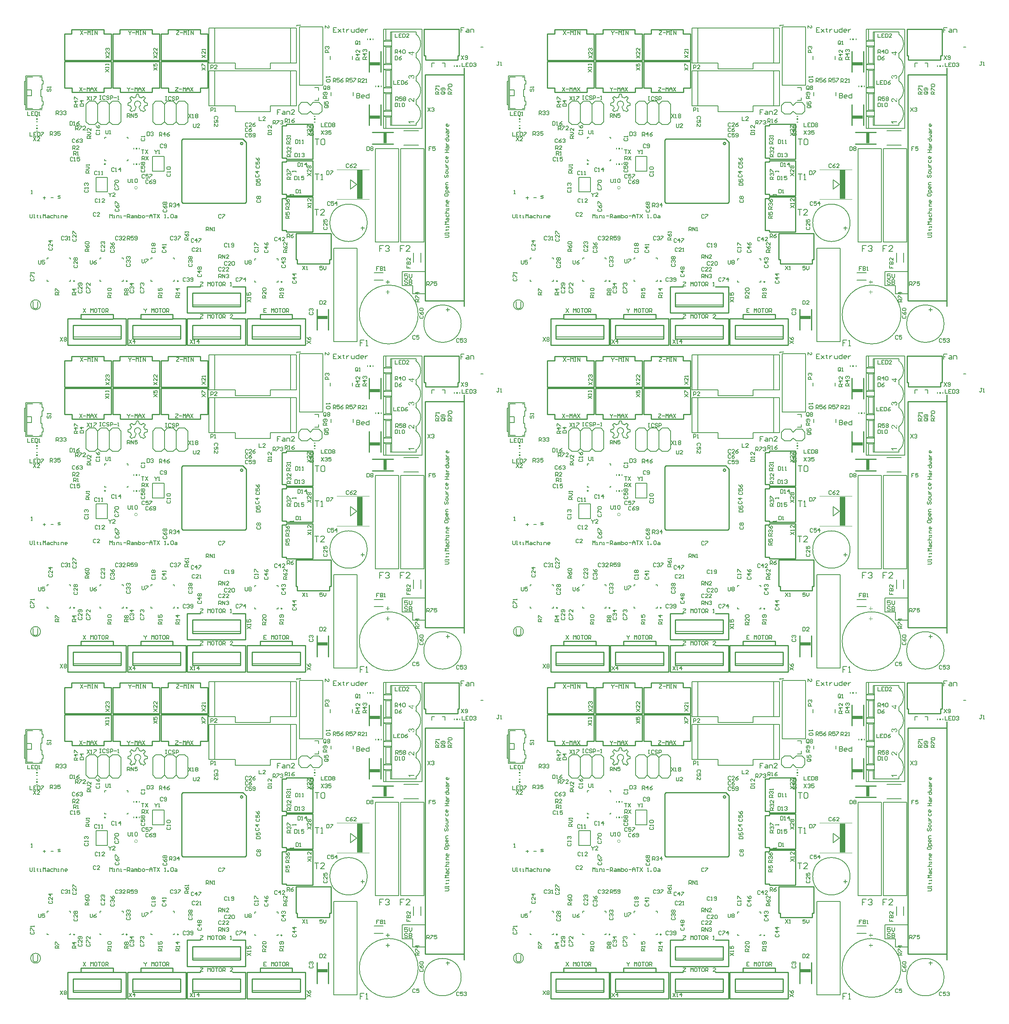
<source format=gto>
%FSLAX24Y24*%
%MOIN*%
G70*
G01*
G75*
G04 Layer_Color=65535*
%ADD10C,0.0070*%
G04:AMPARAMS|DCode=11|XSize=78.7mil|YSize=78.7mil|CornerRadius=39.4mil|HoleSize=0mil|Usage=FLASHONLY|Rotation=90.000|XOffset=0mil|YOffset=0mil|HoleType=Round|Shape=RoundedRectangle|*
%AMROUNDEDRECTD11*
21,1,0.0787,0.0000,0,0,90.0*
21,1,0.0000,0.0787,0,0,90.0*
1,1,0.0787,0.0000,0.0000*
1,1,0.0787,0.0000,0.0000*
1,1,0.0787,0.0000,0.0000*
1,1,0.0787,0.0000,0.0000*
%
%ADD11ROUNDEDRECTD11*%
%ADD12C,0.0100*%
G04:AMPARAMS|DCode=13|XSize=29.1mil|YSize=39.4mil|CornerRadius=5.8mil|HoleSize=0mil|Usage=FLASHONLY|Rotation=90.000|XOffset=0mil|YOffset=0mil|HoleType=Round|Shape=RoundedRectangle|*
%AMROUNDEDRECTD13*
21,1,0.0291,0.0277,0,0,90.0*
21,1,0.0175,0.0394,0,0,90.0*
1,1,0.0117,0.0139,0.0087*
1,1,0.0117,0.0139,-0.0087*
1,1,0.0117,-0.0139,-0.0087*
1,1,0.0117,-0.0139,0.0087*
%
%ADD13ROUNDEDRECTD13*%
G04:AMPARAMS|DCode=14|XSize=22mil|YSize=24mil|CornerRadius=4.4mil|HoleSize=0mil|Usage=FLASHONLY|Rotation=180.000|XOffset=0mil|YOffset=0mil|HoleType=Round|Shape=RoundedRectangle|*
%AMROUNDEDRECTD14*
21,1,0.0220,0.0152,0,0,180.0*
21,1,0.0132,0.0240,0,0,180.0*
1,1,0.0088,-0.0066,0.0076*
1,1,0.0088,0.0066,0.0076*
1,1,0.0088,0.0066,-0.0076*
1,1,0.0088,-0.0066,-0.0076*
%
%ADD14ROUNDEDRECTD14*%
G04:AMPARAMS|DCode=15|XSize=22mil|YSize=24mil|CornerRadius=4.4mil|HoleSize=0mil|Usage=FLASHONLY|Rotation=90.000|XOffset=0mil|YOffset=0mil|HoleType=Round|Shape=RoundedRectangle|*
%AMROUNDEDRECTD15*
21,1,0.0220,0.0152,0,0,90.0*
21,1,0.0132,0.0240,0,0,90.0*
1,1,0.0088,0.0076,0.0066*
1,1,0.0088,0.0076,-0.0066*
1,1,0.0088,-0.0076,-0.0066*
1,1,0.0088,-0.0076,0.0066*
%
%ADD15ROUNDEDRECTD15*%
G04:AMPARAMS|DCode=16|XSize=29.1mil|YSize=39.4mil|CornerRadius=5.8mil|HoleSize=0mil|Usage=FLASHONLY|Rotation=0.000|XOffset=0mil|YOffset=0mil|HoleType=Round|Shape=RoundedRectangle|*
%AMROUNDEDRECTD16*
21,1,0.0291,0.0277,0,0,0.0*
21,1,0.0175,0.0394,0,0,0.0*
1,1,0.0117,0.0087,-0.0139*
1,1,0.0117,-0.0087,-0.0139*
1,1,0.0117,-0.0087,0.0139*
1,1,0.0117,0.0087,0.0139*
%
%ADD16ROUNDEDRECTD16*%
%ADD17R,0.0240X0.0240*%
%ADD18R,0.0280X0.0560*%
%ADD19R,0.1970X0.1700*%
%ADD20R,0.0420X0.0520*%
G04:AMPARAMS|DCode=21|XSize=40mil|YSize=40mil|CornerRadius=20mil|HoleSize=0mil|Usage=FLASHONLY|Rotation=0.000|XOffset=0mil|YOffset=0mil|HoleType=Round|Shape=RoundedRectangle|*
%AMROUNDEDRECTD21*
21,1,0.0400,0.0000,0,0,0.0*
21,1,0.0000,0.0400,0,0,0.0*
1,1,0.0400,0.0000,0.0000*
1,1,0.0400,0.0000,0.0000*
1,1,0.0400,0.0000,0.0000*
1,1,0.0400,0.0000,0.0000*
%
%ADD21ROUNDEDRECTD21*%
%ADD22R,0.0480X0.0480*%
%ADD23R,0.0480X0.0480*%
%ADD24R,0.0630X0.1260*%
%ADD25R,0.0600X0.0120*%
%ADD26R,0.0120X0.0600*%
%ADD27R,0.0320X0.0360*%
%ADD28R,0.0360X0.0320*%
%ADD29R,0.0280X0.0200*%
%ADD30R,0.0200X0.0280*%
%ADD31R,0.0790X0.0790*%
%ADD32R,0.0790X0.0790*%
%ADD33R,0.0500X0.0150*%
G04:AMPARAMS|DCode=34|XSize=63mil|YSize=71mil|CornerRadius=15.8mil|HoleSize=0mil|Usage=FLASHONLY|Rotation=270.000|XOffset=0mil|YOffset=0mil|HoleType=Round|Shape=RoundedRectangle|*
%AMROUNDEDRECTD34*
21,1,0.0630,0.0395,0,0,270.0*
21,1,0.0315,0.0710,0,0,270.0*
1,1,0.0315,-0.0198,-0.0158*
1,1,0.0315,-0.0198,0.0158*
1,1,0.0315,0.0198,0.0158*
1,1,0.0315,0.0198,-0.0158*
%
%ADD34ROUNDEDRECTD34*%
%ADD35R,0.0543X0.0709*%
%ADD36R,0.0709X0.0543*%
%ADD37R,0.0200X0.0260*%
G04:AMPARAMS|DCode=38|XSize=52mil|YSize=60mil|CornerRadius=13mil|HoleSize=0mil|Usage=FLASHONLY|Rotation=270.000|XOffset=0mil|YOffset=0mil|HoleType=Round|Shape=RoundedRectangle|*
%AMROUNDEDRECTD38*
21,1,0.0520,0.0340,0,0,270.0*
21,1,0.0260,0.0600,0,0,270.0*
1,1,0.0260,-0.0170,-0.0130*
1,1,0.0260,-0.0170,0.0130*
1,1,0.0260,0.0170,0.0130*
1,1,0.0260,0.0170,-0.0130*
%
%ADD38ROUNDEDRECTD38*%
G04:AMPARAMS|DCode=39|XSize=52mil|YSize=60mil|CornerRadius=13mil|HoleSize=0mil|Usage=FLASHONLY|Rotation=180.000|XOffset=0mil|YOffset=0mil|HoleType=Round|Shape=RoundedRectangle|*
%AMROUNDEDRECTD39*
21,1,0.0520,0.0340,0,0,180.0*
21,1,0.0260,0.0600,0,0,180.0*
1,1,0.0260,-0.0130,0.0170*
1,1,0.0260,0.0130,0.0170*
1,1,0.0260,0.0130,-0.0170*
1,1,0.0260,-0.0130,-0.0170*
%
%ADD39ROUNDEDRECTD39*%
%ADD40R,0.0236X0.1319*%
G04:AMPARAMS|DCode=41|XSize=12mil|YSize=32mil|CornerRadius=4.8mil|HoleSize=0mil|Usage=FLASHONLY|Rotation=270.000|XOffset=0mil|YOffset=0mil|HoleType=Round|Shape=RoundedRectangle|*
%AMROUNDEDRECTD41*
21,1,0.0120,0.0224,0,0,270.0*
21,1,0.0024,0.0320,0,0,270.0*
1,1,0.0096,-0.0112,-0.0012*
1,1,0.0096,-0.0112,0.0012*
1,1,0.0096,0.0112,0.0012*
1,1,0.0096,0.0112,-0.0012*
%
%ADD41ROUNDEDRECTD41*%
G04:AMPARAMS|DCode=42|XSize=12mil|YSize=32mil|CornerRadius=4.8mil|HoleSize=0mil|Usage=FLASHONLY|Rotation=0.000|XOffset=0mil|YOffset=0mil|HoleType=Round|Shape=RoundedRectangle|*
%AMROUNDEDRECTD42*
21,1,0.0120,0.0224,0,0,0.0*
21,1,0.0024,0.0320,0,0,0.0*
1,1,0.0096,0.0012,-0.0112*
1,1,0.0096,-0.0012,-0.0112*
1,1,0.0096,-0.0012,0.0112*
1,1,0.0096,0.0012,0.0112*
%
%ADD42ROUNDEDRECTD42*%
%ADD43R,0.1370X0.1370*%
%ADD44R,0.1370X0.1370*%
%ADD45C,0.0500*%
%ADD46C,0.1000*%
%ADD47C,0.0080*%
%ADD48C,0.0240*%
%ADD49C,0.0400*%
%ADD50C,0.0120*%
%ADD51C,0.0800*%
%ADD52C,0.0200*%
%ADD53C,0.0250*%
%ADD54C,0.0600*%
%ADD55C,0.0320*%
%ADD56R,0.1620X0.0803*%
%ADD57R,0.3819X0.2046*%
%ADD58R,0.2441X0.2008*%
%ADD59R,0.0551X0.0472*%
%ADD60R,0.0984X0.1685*%
%ADD61R,0.0945X0.1339*%
%ADD62R,0.1457X0.2087*%
%ADD63R,0.1063X0.1220*%
G04:AMPARAMS|DCode=64|XSize=140mil|YSize=200mil|CornerRadius=0mil|HoleSize=0mil|Usage=FLASHONLY|Rotation=90.000|XOffset=0mil|YOffset=0mil|HoleType=Round|Shape=Octagon|*
%AMOCTAGOND64*
4,1,8,-0.1000,-0.0350,-0.1000,0.0350,-0.0650,0.0700,0.0650,0.0700,0.1000,0.0350,0.1000,-0.0350,0.0650,-0.0700,-0.0650,-0.0700,-0.1000,-0.0350,0.0*
%
%ADD64OCTAGOND64*%

%ADD65C,0.0870*%
%ADD66C,0.1142*%
%ADD67P,0.0909X8X202.5*%
%ADD68C,0.0840*%
%ADD69P,0.0909X8X292.5*%
%ADD70O,0.0600X0.1200*%
%ADD71P,0.0671X8X22.5*%
%ADD72C,0.0600*%
%ADD73O,0.1200X0.0600*%
%ADD74C,0.1000*%
%ADD75O,0.1650X0.0825*%
%ADD76C,0.2756*%
%ADD77P,0.0758X8X292.5*%
%ADD78C,0.0540*%
%ADD79C,0.1305*%
%ADD80C,0.0360*%
%ADD81O,0.0540X0.0360*%
%ADD82R,0.0591X0.0591*%
%ADD83O,0.1024X0.0591*%
%ADD84C,0.0591*%
%ADD85C,0.0300*%
%ADD86C,0.0500*%
%ADD87C,0.0320*%
%ADD88C,0.1581*%
%ADD89C,0.1240*%
%ADD90C,0.0949*%
G04:AMPARAMS|DCode=91|XSize=130.866mil|YSize=130.866mil|CornerRadius=0mil|HoleSize=0mil|Usage=FLASHONLY|Rotation=0.000|XOffset=0mil|YOffset=0mil|HoleType=Round|Shape=Relief|Width=10mil|Gap=10mil|Entries=4|*
%AMTHD91*
7,0,0,0.1309,0.1109,0.0100,45*
%
%ADD91THD91*%
%ADD92C,0.1421*%
G04:AMPARAMS|DCode=93|XSize=100mil|YSize=100mil|CornerRadius=0mil|HoleSize=0mil|Usage=FLASHONLY|Rotation=0.000|XOffset=0mil|YOffset=0mil|HoleType=Round|Shape=Relief|Width=10mil|Gap=10mil|Entries=4|*
%AMTHD93*
7,0,0,0.1000,0.0800,0.0100,45*
%
%ADD93THD93*%
%ADD94C,0.0640*%
G04:AMPARAMS|DCode=95|XSize=98mil|YSize=98mil|CornerRadius=0mil|HoleSize=0mil|Usage=FLASHONLY|Rotation=0.000|XOffset=0mil|YOffset=0mil|HoleType=Round|Shape=Relief|Width=10mil|Gap=10mil|Entries=4|*
%AMTHD95*
7,0,0,0.0980,0.0780,0.0100,45*
%
%ADD95THD95*%
%ADD96C,0.0620*%
%ADD97C,0.0790*%
%ADD98C,0.0830*%
%ADD99C,0.1110*%
%ADD100C,0.0460*%
G04:AMPARAMS|DCode=101|XSize=82mil|YSize=82mil|CornerRadius=0mil|HoleSize=0mil|Usage=FLASHONLY|Rotation=0.000|XOffset=0mil|YOffset=0mil|HoleType=Round|Shape=Relief|Width=10mil|Gap=10mil|Entries=4|*
%AMTHD101*
7,0,0,0.0820,0.0620,0.0100,45*
%
%ADD101THD101*%
%ADD102C,0.0594*%
G04:AMPARAMS|DCode=103|XSize=95.433mil|YSize=95.433mil|CornerRadius=0mil|HoleSize=0mil|Usage=FLASHONLY|Rotation=0.000|XOffset=0mil|YOffset=0mil|HoleType=Round|Shape=Relief|Width=10mil|Gap=10mil|Entries=4|*
%AMTHD103*
7,0,0,0.0954,0.0754,0.0100,45*
%
%ADD103THD103*%
%ADD104C,0.0390*%
%ADD105C,0.0550*%
%ADD106C,0.0520*%
%ADD107C,0.1400*%
%ADD108R,0.3622X0.4331*%
%ADD109R,0.3583X0.4331*%
%ADD110R,0.3425X0.4331*%
%ADD111R,0.4094X0.4331*%
G04:AMPARAMS|DCode=112|XSize=50mil|YSize=50mil|CornerRadius=25mil|HoleSize=0mil|Usage=FLASHONLY|Rotation=90.000|XOffset=0mil|YOffset=0mil|HoleType=Round|Shape=RoundedRectangle|*
%AMROUNDEDRECTD112*
21,1,0.0500,0.0000,0,0,90.0*
21,1,0.0000,0.0500,0,0,90.0*
1,1,0.0500,0.0000,0.0000*
1,1,0.0500,0.0000,0.0000*
1,1,0.0500,0.0000,0.0000*
1,1,0.0500,0.0000,0.0000*
%
%ADD112ROUNDEDRECTD112*%
G04:AMPARAMS|DCode=113|XSize=50mil|YSize=50mil|CornerRadius=25mil|HoleSize=0mil|Usage=FLASHONLY|Rotation=180.000|XOffset=0mil|YOffset=0mil|HoleType=Round|Shape=RoundedRectangle|*
%AMROUNDEDRECTD113*
21,1,0.0500,0.0000,0,0,180.0*
21,1,0.0000,0.0500,0,0,180.0*
1,1,0.0500,0.0000,0.0000*
1,1,0.0500,0.0000,0.0000*
1,1,0.0500,0.0000,0.0000*
1,1,0.0500,0.0000,0.0000*
%
%ADD113ROUNDEDRECTD113*%
G04:AMPARAMS|DCode=114|XSize=46mil|YSize=63mil|CornerRadius=11.5mil|HoleSize=0mil|Usage=FLASHONLY|Rotation=180.000|XOffset=0mil|YOffset=0mil|HoleType=Round|Shape=RoundedRectangle|*
%AMROUNDEDRECTD114*
21,1,0.0460,0.0400,0,0,180.0*
21,1,0.0230,0.0630,0,0,180.0*
1,1,0.0230,-0.0115,0.0200*
1,1,0.0230,0.0115,0.0200*
1,1,0.0230,0.0115,-0.0200*
1,1,0.0230,-0.0115,-0.0200*
%
%ADD114ROUNDEDRECTD114*%
G04:AMPARAMS|DCode=115|XSize=46mil|YSize=63mil|CornerRadius=11.5mil|HoleSize=0mil|Usage=FLASHONLY|Rotation=270.000|XOffset=0mil|YOffset=0mil|HoleType=Round|Shape=RoundedRectangle|*
%AMROUNDEDRECTD115*
21,1,0.0460,0.0400,0,0,270.0*
21,1,0.0230,0.0630,0,0,270.0*
1,1,0.0230,-0.0200,-0.0115*
1,1,0.0230,-0.0200,0.0115*
1,1,0.0230,0.0200,0.0115*
1,1,0.0230,0.0200,-0.0115*
%
%ADD115ROUNDEDRECTD115*%
%ADD116C,0.0060*%
%ADD117C,0.0050*%
%ADD118C,0.0000*%
%ADD119C,0.0098*%
%ADD120C,0.0040*%
%ADD121C,0.0079*%
%ADD122R,0.0119X0.0120*%
%ADD123R,0.0060X0.0120*%
%ADD124R,0.0059X0.0120*%
%ADD125R,0.0120X0.0119*%
%ADD126R,0.0120X0.0060*%
%ADD127R,0.0120X0.0059*%
%ADD128R,0.0492X0.2450*%
%ADD129R,0.0295X0.0879*%
%ADD130R,0.0879X0.0295*%
G36*
X45163Y35402D02*
X45169Y35402D01*
X45175Y35401D01*
X45182Y35399D01*
X45190Y35397D01*
X45207Y35392D01*
X45217Y35388D01*
X45226Y35383D01*
X45235Y35377D01*
X45244Y35371D01*
X45253Y35364D01*
X45263Y35355D01*
X45263Y35355D01*
X45265Y35353D01*
X45266Y35351D01*
X45269Y35347D01*
X45273Y35343D01*
X45277Y35337D01*
X45281Y35330D01*
X45284Y35323D01*
X45289Y35315D01*
X45293Y35306D01*
X45297Y35296D01*
X45300Y35285D01*
X45303Y35274D01*
X45305Y35262D01*
X45306Y35249D01*
X45307Y35236D01*
Y35235D01*
Y35233D01*
Y35230D01*
X45306Y35225D01*
X45306Y35219D01*
X45305Y35213D01*
X45304Y35206D01*
X45303Y35198D01*
X45298Y35181D01*
X45290Y35163D01*
X45287Y35154D01*
X45281Y35145D01*
X45275Y35136D01*
X45269Y35128D01*
X45268Y35127D01*
X45267Y35126D01*
X45265Y35124D01*
X45262Y35121D01*
X45257Y35118D01*
X45253Y35114D01*
X45247Y35110D01*
X45241Y35106D01*
X45226Y35097D01*
X45209Y35089D01*
X45189Y35083D01*
X45179Y35080D01*
X45167Y35079D01*
X45159Y35140D01*
X45160D01*
X45161Y35141D01*
X45164D01*
X45167Y35142D01*
X45176Y35145D01*
X45188Y35148D01*
X45200Y35153D01*
X45213Y35159D01*
X45224Y35166D01*
X45234Y35175D01*
X45235Y35176D01*
X45238Y35179D01*
X45241Y35185D01*
X45245Y35192D01*
X45249Y35200D01*
X45253Y35211D01*
X45256Y35223D01*
X45256Y35236D01*
Y35237D01*
Y35238D01*
Y35241D01*
X45256Y35244D01*
X45255Y35251D01*
X45253Y35261D01*
X45249Y35273D01*
X45244Y35285D01*
X45237Y35297D01*
X45227Y35309D01*
X45225Y35310D01*
X45222Y35313D01*
X45216Y35318D01*
X45207Y35324D01*
X45196Y35329D01*
X45183Y35334D01*
X45169Y35337D01*
X45153Y35338D01*
X45149D01*
X45146Y35337D01*
X45139Y35337D01*
X45129Y35334D01*
X45118Y35331D01*
X45106Y35326D01*
X45095Y35319D01*
X45084Y35310D01*
X45083Y35309D01*
X45080Y35306D01*
X45076Y35299D01*
X45071Y35291D01*
X45065Y35281D01*
X45061Y35269D01*
X45058Y35256D01*
X45057Y35241D01*
Y35241D01*
Y35238D01*
Y35234D01*
X45058Y35229D01*
X45058Y35223D01*
X45059Y35216D01*
X45061Y35207D01*
X45063Y35198D01*
X45009Y35205D01*
Y35206D01*
Y35209D01*
X45010Y35212D01*
Y35215D01*
Y35216D01*
Y35216D01*
Y35219D01*
Y35222D01*
X45009Y35228D01*
X45008Y35238D01*
X45005Y35249D01*
X45002Y35260D01*
X44997Y35272D01*
X44990Y35284D01*
X44990Y35286D01*
X44987Y35290D01*
X44981Y35294D01*
X44974Y35300D01*
X44966Y35306D01*
X44956Y35311D01*
X44943Y35315D01*
X44928Y35316D01*
X44922D01*
X44916Y35315D01*
X44908Y35313D01*
X44900Y35311D01*
X44891Y35306D01*
X44881Y35301D01*
X44872Y35293D01*
X44872Y35293D01*
X44869Y35290D01*
X44865Y35284D01*
X44861Y35278D01*
X44857Y35269D01*
X44854Y35259D01*
X44851Y35248D01*
X44850Y35235D01*
Y35234D01*
Y35234D01*
Y35229D01*
X44851Y35222D01*
X44853Y35215D01*
X44855Y35205D01*
X44860Y35195D01*
X44865Y35185D01*
X44872Y35176D01*
X44873Y35175D01*
X44876Y35172D01*
X44882Y35168D01*
X44889Y35163D01*
X44898Y35158D01*
X44909Y35154D01*
X44923Y35149D01*
X44939Y35146D01*
X44928Y35085D01*
X44928D01*
X44925Y35086D01*
X44922Y35086D01*
X44919Y35087D01*
X44913Y35089D01*
X44907Y35090D01*
X44894Y35095D01*
X44878Y35101D01*
X44863Y35110D01*
X44847Y35121D01*
X44834Y35135D01*
X44833Y35135D01*
X44832Y35136D01*
X44831Y35138D01*
X44829Y35142D01*
X44826Y35146D01*
X44823Y35151D01*
X44816Y35162D01*
X44810Y35176D01*
X44805Y35194D01*
X44801Y35213D01*
X44800Y35223D01*
Y35234D01*
Y35234D01*
Y35235D01*
Y35238D01*
Y35241D01*
X44801Y35248D01*
X44802Y35258D01*
X44804Y35269D01*
X44807Y35282D01*
X44812Y35295D01*
X44818Y35308D01*
Y35309D01*
X44819Y35309D01*
X44821Y35314D01*
X44825Y35320D01*
X44830Y35327D01*
X44837Y35336D01*
X44845Y35345D01*
X44855Y35353D01*
X44866Y35361D01*
X44867Y35361D01*
X44871Y35364D01*
X44877Y35367D01*
X44885Y35370D01*
X44894Y35373D01*
X44905Y35376D01*
X44916Y35378D01*
X44929Y35379D01*
X44934D01*
X44940Y35378D01*
X44948Y35377D01*
X44957Y35374D01*
X44967Y35371D01*
X44978Y35368D01*
X44987Y35361D01*
X44989Y35361D01*
X44992Y35358D01*
X44996Y35354D01*
X45002Y35349D01*
X45009Y35341D01*
X45016Y35333D01*
X45024Y35322D01*
X45030Y35310D01*
Y35311D01*
X45030Y35312D01*
Y35315D01*
X45032Y35318D01*
X45034Y35325D01*
X45039Y35335D01*
X45044Y35346D01*
X45052Y35357D01*
X45061Y35368D01*
X45072Y35378D01*
X45074Y35379D01*
X45078Y35382D01*
X45085Y35386D01*
X45094Y35391D01*
X45105Y35396D01*
X45119Y35399D01*
X45135Y35402D01*
X45152Y35403D01*
X45158D01*
X45163Y35402D01*
D02*
G37*
G36*
X45299Y33080D02*
X45290D01*
X45285Y33080D01*
X45279Y33081D01*
X45272Y33082D01*
X45265Y33084D01*
X45257Y33086D01*
X45256D01*
X45256Y33087D01*
X45251Y33089D01*
X45245Y33092D01*
X45236Y33096D01*
X45226Y33101D01*
X45215Y33109D01*
X45204Y33117D01*
X45191Y33126D01*
X45191D01*
X45190Y33128D01*
X45185Y33132D01*
X45179Y33138D01*
X45170Y33147D01*
X45159Y33158D01*
X45146Y33172D01*
X45132Y33188D01*
X45116Y33207D01*
X45115Y33207D01*
X45113Y33210D01*
X45110Y33214D01*
X45105Y33219D01*
X45099Y33226D01*
X45092Y33234D01*
X45078Y33250D01*
X45061Y33268D01*
X45043Y33287D01*
X45035Y33296D01*
X45027Y33303D01*
X45018Y33310D01*
X45011Y33316D01*
X45010D01*
X45009Y33318D01*
X45007Y33319D01*
X45004Y33321D01*
X44996Y33325D01*
X44987Y33330D01*
X44975Y33336D01*
X44963Y33340D01*
X44950Y33343D01*
X44937Y33345D01*
X44935D01*
X44931Y33344D01*
X44924Y33343D01*
X44916Y33342D01*
X44906Y33338D01*
X44896Y33334D01*
X44885Y33327D01*
X44875Y33318D01*
X44875Y33317D01*
X44872Y33314D01*
X44868Y33308D01*
X44863Y33300D01*
X44858Y33290D01*
X44854Y33279D01*
X44851Y33265D01*
X44851Y33250D01*
Y33250D01*
Y33248D01*
Y33246D01*
X44851Y33243D01*
X44852Y33235D01*
X44854Y33225D01*
X44857Y33214D01*
X44862Y33202D01*
X44869Y33191D01*
X44878Y33180D01*
X44879Y33179D01*
X44882Y33176D01*
X44888Y33172D01*
X44897Y33167D01*
X44907Y33162D01*
X44919Y33158D01*
X44934Y33155D01*
X44950Y33154D01*
X44943Y33091D01*
X44940D01*
X44937Y33092D01*
X44932Y33092D01*
X44926Y33094D01*
X44919Y33095D01*
X44904Y33099D01*
X44887Y33105D01*
X44869Y33114D01*
X44852Y33125D01*
X44844Y33131D01*
X44837Y33138D01*
X44836Y33139D01*
X44835Y33141D01*
X44833Y33143D01*
X44831Y33146D01*
X44829Y33151D01*
X44825Y33156D01*
X44822Y33162D01*
X44818Y33169D01*
X44815Y33176D01*
X44811Y33185D01*
X44808Y33194D01*
X44806Y33204D01*
X44801Y33227D01*
X44801Y33239D01*
X44800Y33252D01*
Y33253D01*
Y33255D01*
Y33259D01*
X44801Y33264D01*
X44801Y33270D01*
X44802Y33277D01*
X44803Y33284D01*
X44805Y33293D01*
X44810Y33311D01*
X44816Y33330D01*
X44821Y33340D01*
X44826Y33349D01*
X44833Y33357D01*
X44840Y33365D01*
X44841Y33366D01*
X44841Y33367D01*
X44844Y33369D01*
X44847Y33372D01*
X44851Y33375D01*
X44856Y33379D01*
X44867Y33386D01*
X44882Y33394D01*
X44898Y33401D01*
X44917Y33406D01*
X44928Y33407D01*
X44938Y33408D01*
X44943D01*
X44950Y33407D01*
X44957Y33406D01*
X44966Y33405D01*
X44976Y33402D01*
X44987Y33399D01*
X44997Y33395D01*
X44999Y33394D01*
X45002Y33392D01*
X45008Y33389D01*
X45015Y33385D01*
X45024Y33380D01*
X45035Y33373D01*
X45046Y33364D01*
X45058Y33354D01*
X45059Y33352D01*
X45064Y33349D01*
X45071Y33342D01*
X45075Y33337D01*
X45080Y33332D01*
X45086Y33326D01*
X45093Y33318D01*
X45100Y33311D01*
X45108Y33303D01*
X45117Y33293D01*
X45126Y33283D01*
X45135Y33272D01*
X45145Y33260D01*
X45146Y33259D01*
X45148Y33258D01*
X45150Y33255D01*
X45153Y33251D01*
X45160Y33242D01*
X45170Y33231D01*
X45181Y33219D01*
X45191Y33207D01*
X45201Y33197D01*
X45204Y33194D01*
X45208Y33190D01*
X45209Y33189D01*
X45211Y33188D01*
X45214Y33185D01*
X45219Y33181D01*
X45229Y33172D01*
X45241Y33164D01*
Y33408D01*
X45299D01*
Y33080D01*
D02*
G37*
G36*
Y31350D02*
X44910D01*
X44911Y31350D01*
X44914Y31347D01*
X44918Y31341D01*
X44923Y31335D01*
X44930Y31326D01*
X44937Y31316D01*
X44945Y31305D01*
X44953Y31292D01*
Y31291D01*
X44953Y31291D01*
X44956Y31286D01*
X44960Y31279D01*
X44965Y31271D01*
X44970Y31261D01*
X44974Y31251D01*
X44980Y31239D01*
X44984Y31229D01*
X44925D01*
Y31230D01*
X44924Y31231D01*
X44922Y31234D01*
X44920Y31237D01*
X44918Y31242D01*
X44916Y31247D01*
X44909Y31259D01*
X44900Y31273D01*
X44891Y31288D01*
X44879Y31303D01*
X44867Y31317D01*
X44866Y31318D01*
X44866Y31319D01*
X44861Y31323D01*
X44854Y31330D01*
X44846Y31338D01*
X44835Y31347D01*
X44824Y31356D01*
X44812Y31365D01*
X44800Y31372D01*
Y31412D01*
X45299D01*
Y31350D01*
D02*
G37*
G36*
X45180Y37355D02*
X45299D01*
Y37294D01*
X45180D01*
Y37079D01*
X45124D01*
X44803Y37306D01*
Y37355D01*
X45124D01*
Y37423D01*
X45180D01*
Y37355D01*
D02*
G37*
G36*
X43068Y16833D02*
X43204D01*
Y16776D01*
X43068D01*
Y16640D01*
X43011D01*
Y16776D01*
X42875D01*
Y16833D01*
X43011D01*
Y16968D01*
X43068D01*
Y16833D01*
D02*
G37*
G36*
Y17699D02*
X43204D01*
Y17642D01*
X43068D01*
Y17507D01*
X43011D01*
Y17642D01*
X42875D01*
Y17699D01*
X43011D01*
Y17835D01*
X43068D01*
Y17699D01*
D02*
G37*
%LPC*%
G36*
X45124Y37294D02*
X44902D01*
X45124Y37138D01*
Y37294D01*
D02*
G37*
%LPD*%
G36*
X86541Y35402D02*
X86547Y35402D01*
X86553Y35401D01*
X86560Y35399D01*
X86568Y35397D01*
X86585Y35392D01*
X86595Y35388D01*
X86604Y35383D01*
X86613Y35377D01*
X86622Y35371D01*
X86631Y35364D01*
X86640Y35355D01*
X86641Y35355D01*
X86643Y35353D01*
X86644Y35351D01*
X86647Y35347D01*
X86651Y35343D01*
X86655Y35337D01*
X86659Y35330D01*
X86662Y35323D01*
X86667Y35315D01*
X86671Y35306D01*
X86674Y35296D01*
X86678Y35285D01*
X86681Y35274D01*
X86683Y35262D01*
X86684Y35249D01*
X86685Y35236D01*
Y35235D01*
Y35233D01*
Y35230D01*
X86684Y35225D01*
X86684Y35219D01*
X86683Y35213D01*
X86682Y35206D01*
X86681Y35198D01*
X86676Y35181D01*
X86668Y35163D01*
X86665Y35154D01*
X86659Y35145D01*
X86653Y35136D01*
X86647Y35128D01*
X86646Y35127D01*
X86645Y35126D01*
X86643Y35124D01*
X86640Y35121D01*
X86635Y35118D01*
X86631Y35114D01*
X86625Y35110D01*
X86619Y35106D01*
X86604Y35097D01*
X86587Y35089D01*
X86567Y35083D01*
X86557Y35080D01*
X86545Y35079D01*
X86537Y35140D01*
X86538D01*
X86539Y35141D01*
X86542D01*
X86545Y35142D01*
X86554Y35145D01*
X86566Y35148D01*
X86578Y35153D01*
X86591Y35159D01*
X86602Y35166D01*
X86612Y35175D01*
X86613Y35176D01*
X86616Y35179D01*
X86619Y35185D01*
X86623Y35192D01*
X86627Y35200D01*
X86631Y35211D01*
X86634Y35223D01*
X86634Y35236D01*
Y35237D01*
Y35238D01*
Y35241D01*
X86634Y35244D01*
X86633Y35251D01*
X86631Y35261D01*
X86627Y35273D01*
X86622Y35285D01*
X86615Y35297D01*
X86605Y35309D01*
X86603Y35310D01*
X86600Y35313D01*
X86594Y35318D01*
X86585Y35324D01*
X86574Y35329D01*
X86561Y35334D01*
X86547Y35337D01*
X86531Y35338D01*
X86527D01*
X86524Y35337D01*
X86517Y35337D01*
X86507Y35334D01*
X86496Y35331D01*
X86484Y35326D01*
X86473Y35319D01*
X86462Y35310D01*
X86461Y35309D01*
X86458Y35306D01*
X86454Y35299D01*
X86448Y35291D01*
X86443Y35281D01*
X86439Y35269D01*
X86436Y35256D01*
X86435Y35241D01*
Y35241D01*
Y35238D01*
Y35234D01*
X86436Y35229D01*
X86436Y35223D01*
X86437Y35216D01*
X86439Y35207D01*
X86441Y35198D01*
X86387Y35205D01*
Y35206D01*
Y35209D01*
X86388Y35212D01*
Y35215D01*
Y35216D01*
Y35216D01*
Y35219D01*
Y35222D01*
X86387Y35228D01*
X86386Y35238D01*
X86383Y35249D01*
X86380Y35260D01*
X86375Y35272D01*
X86368Y35284D01*
X86368Y35286D01*
X86365Y35290D01*
X86359Y35294D01*
X86352Y35300D01*
X86344Y35306D01*
X86334Y35311D01*
X86321Y35315D01*
X86306Y35316D01*
X86300D01*
X86294Y35315D01*
X86286Y35313D01*
X86278Y35311D01*
X86269Y35306D01*
X86259Y35301D01*
X86250Y35293D01*
X86250Y35293D01*
X86247Y35290D01*
X86243Y35284D01*
X86239Y35278D01*
X86235Y35269D01*
X86231Y35259D01*
X86228Y35248D01*
X86228Y35235D01*
Y35234D01*
Y35234D01*
Y35229D01*
X86229Y35222D01*
X86231Y35215D01*
X86233Y35205D01*
X86238Y35195D01*
X86243Y35185D01*
X86250Y35176D01*
X86251Y35175D01*
X86254Y35172D01*
X86259Y35168D01*
X86267Y35163D01*
X86276Y35158D01*
X86287Y35154D01*
X86301Y35149D01*
X86317Y35146D01*
X86306Y35085D01*
X86306D01*
X86303Y35086D01*
X86300Y35086D01*
X86297Y35087D01*
X86291Y35089D01*
X86285Y35090D01*
X86272Y35095D01*
X86256Y35101D01*
X86241Y35110D01*
X86225Y35121D01*
X86212Y35135D01*
X86211Y35135D01*
X86210Y35136D01*
X86209Y35138D01*
X86207Y35142D01*
X86204Y35146D01*
X86201Y35151D01*
X86194Y35162D01*
X86188Y35176D01*
X86183Y35194D01*
X86179Y35213D01*
X86178Y35223D01*
Y35234D01*
Y35234D01*
Y35235D01*
Y35238D01*
Y35241D01*
X86179Y35248D01*
X86180Y35258D01*
X86182Y35269D01*
X86185Y35282D01*
X86190Y35295D01*
X86196Y35308D01*
Y35309D01*
X86197Y35309D01*
X86199Y35314D01*
X86203Y35320D01*
X86208Y35327D01*
X86215Y35336D01*
X86223Y35345D01*
X86233Y35353D01*
X86244Y35361D01*
X86245Y35361D01*
X86249Y35364D01*
X86255Y35367D01*
X86262Y35370D01*
X86272Y35373D01*
X86283Y35376D01*
X86294Y35378D01*
X86307Y35379D01*
X86312D01*
X86318Y35378D01*
X86326Y35377D01*
X86335Y35374D01*
X86345Y35371D01*
X86355Y35368D01*
X86365Y35361D01*
X86367Y35361D01*
X86370Y35358D01*
X86374Y35354D01*
X86380Y35349D01*
X86387Y35341D01*
X86394Y35333D01*
X86402Y35322D01*
X86408Y35310D01*
Y35311D01*
X86408Y35312D01*
Y35315D01*
X86410Y35318D01*
X86412Y35325D01*
X86417Y35335D01*
X86422Y35346D01*
X86430Y35357D01*
X86439Y35368D01*
X86450Y35378D01*
X86451Y35379D01*
X86456Y35382D01*
X86463Y35386D01*
X86472Y35391D01*
X86483Y35396D01*
X86497Y35399D01*
X86513Y35402D01*
X86530Y35403D01*
X86536D01*
X86541Y35402D01*
D02*
G37*
G36*
X86677Y33080D02*
X86668D01*
X86663Y33080D01*
X86657Y33081D01*
X86650Y33082D01*
X86643Y33084D01*
X86635Y33086D01*
X86634D01*
X86634Y33087D01*
X86629Y33089D01*
X86623Y33092D01*
X86614Y33096D01*
X86604Y33101D01*
X86593Y33109D01*
X86582Y33117D01*
X86569Y33126D01*
X86569D01*
X86568Y33128D01*
X86563Y33132D01*
X86557Y33138D01*
X86547Y33147D01*
X86537Y33158D01*
X86524Y33172D01*
X86510Y33188D01*
X86494Y33207D01*
X86493Y33207D01*
X86491Y33210D01*
X86488Y33214D01*
X86482Y33219D01*
X86477Y33226D01*
X86470Y33234D01*
X86456Y33250D01*
X86439Y33268D01*
X86421Y33287D01*
X86413Y33296D01*
X86405Y33303D01*
X86396Y33310D01*
X86389Y33316D01*
X86388D01*
X86387Y33318D01*
X86385Y33319D01*
X86382Y33321D01*
X86374Y33325D01*
X86365Y33330D01*
X86353Y33336D01*
X86341Y33340D01*
X86327Y33343D01*
X86315Y33345D01*
X86313D01*
X86309Y33344D01*
X86302Y33343D01*
X86293Y33342D01*
X86284Y33338D01*
X86274Y33334D01*
X86263Y33327D01*
X86253Y33318D01*
X86253Y33317D01*
X86250Y33314D01*
X86246Y33308D01*
X86241Y33300D01*
X86236Y33290D01*
X86232Y33279D01*
X86229Y33265D01*
X86228Y33250D01*
Y33250D01*
Y33248D01*
Y33246D01*
X86229Y33243D01*
X86230Y33235D01*
X86231Y33225D01*
X86235Y33214D01*
X86240Y33202D01*
X86247Y33191D01*
X86256Y33180D01*
X86257Y33179D01*
X86260Y33176D01*
X86266Y33172D01*
X86275Y33167D01*
X86285Y33162D01*
X86297Y33158D01*
X86312Y33155D01*
X86328Y33154D01*
X86321Y33091D01*
X86318D01*
X86315Y33092D01*
X86310Y33092D01*
X86304Y33094D01*
X86297Y33095D01*
X86282Y33099D01*
X86265Y33105D01*
X86247Y33114D01*
X86230Y33125D01*
X86222Y33131D01*
X86215Y33138D01*
X86214Y33139D01*
X86213Y33141D01*
X86211Y33143D01*
X86209Y33146D01*
X86207Y33151D01*
X86203Y33156D01*
X86200Y33162D01*
X86196Y33169D01*
X86193Y33176D01*
X86189Y33185D01*
X86186Y33194D01*
X86184Y33204D01*
X86179Y33227D01*
X86179Y33239D01*
X86178Y33252D01*
Y33253D01*
Y33255D01*
Y33259D01*
X86179Y33264D01*
X86179Y33270D01*
X86180Y33277D01*
X86181Y33284D01*
X86183Y33293D01*
X86188Y33311D01*
X86194Y33330D01*
X86199Y33340D01*
X86204Y33349D01*
X86211Y33357D01*
X86218Y33365D01*
X86219Y33366D01*
X86219Y33367D01*
X86222Y33369D01*
X86225Y33372D01*
X86229Y33375D01*
X86234Y33379D01*
X86245Y33386D01*
X86259Y33394D01*
X86276Y33401D01*
X86295Y33406D01*
X86306Y33407D01*
X86316Y33408D01*
X86321D01*
X86327Y33407D01*
X86335Y33406D01*
X86344Y33405D01*
X86354Y33402D01*
X86365Y33399D01*
X86375Y33395D01*
X86377Y33394D01*
X86380Y33392D01*
X86386Y33389D01*
X86393Y33385D01*
X86402Y33380D01*
X86413Y33373D01*
X86424Y33364D01*
X86436Y33354D01*
X86437Y33352D01*
X86442Y33349D01*
X86448Y33342D01*
X86453Y33337D01*
X86458Y33332D01*
X86464Y33326D01*
X86471Y33318D01*
X86478Y33311D01*
X86486Y33303D01*
X86495Y33293D01*
X86504Y33283D01*
X86513Y33272D01*
X86523Y33260D01*
X86524Y33259D01*
X86526Y33258D01*
X86528Y33255D01*
X86531Y33251D01*
X86538Y33242D01*
X86548Y33231D01*
X86559Y33219D01*
X86569Y33207D01*
X86578Y33197D01*
X86582Y33194D01*
X86586Y33190D01*
X86587Y33189D01*
X86589Y33188D01*
X86592Y33185D01*
X86597Y33181D01*
X86606Y33172D01*
X86619Y33164D01*
Y33408D01*
X86677D01*
Y33080D01*
D02*
G37*
G36*
Y31350D02*
X86288D01*
X86289Y31350D01*
X86292Y31347D01*
X86296Y31341D01*
X86301Y31335D01*
X86308Y31326D01*
X86315Y31316D01*
X86323Y31305D01*
X86331Y31292D01*
Y31291D01*
X86331Y31291D01*
X86334Y31286D01*
X86338Y31279D01*
X86343Y31271D01*
X86348Y31261D01*
X86352Y31251D01*
X86358Y31239D01*
X86362Y31229D01*
X86303D01*
Y31230D01*
X86302Y31231D01*
X86300Y31234D01*
X86298Y31237D01*
X86296Y31242D01*
X86293Y31247D01*
X86287Y31259D01*
X86278Y31273D01*
X86269Y31288D01*
X86257Y31303D01*
X86245Y31317D01*
X86244Y31318D01*
X86244Y31319D01*
X86239Y31323D01*
X86232Y31330D01*
X86224Y31338D01*
X86213Y31347D01*
X86202Y31356D01*
X86190Y31365D01*
X86178Y31372D01*
Y31412D01*
X86677D01*
Y31350D01*
D02*
G37*
G36*
X86558Y37355D02*
X86677D01*
Y37294D01*
X86558D01*
Y37079D01*
X86502D01*
X86181Y37306D01*
Y37355D01*
X86502D01*
Y37423D01*
X86558D01*
Y37355D01*
D02*
G37*
G36*
X84446Y16833D02*
X84581D01*
Y16776D01*
X84446D01*
Y16640D01*
X84389D01*
Y16776D01*
X84253D01*
Y16833D01*
X84389D01*
Y16968D01*
X84446D01*
Y16833D01*
D02*
G37*
G36*
Y17699D02*
X84581D01*
Y17642D01*
X84446D01*
Y17507D01*
X84389D01*
Y17642D01*
X84253D01*
Y17699D01*
X84389D01*
Y17835D01*
X84446D01*
Y17699D01*
D02*
G37*
%LPC*%
G36*
X86502Y37294D02*
X86280D01*
X86502Y37138D01*
Y37294D01*
D02*
G37*
%LPD*%
G36*
X45163Y63394D02*
X45169Y63394D01*
X45175Y63393D01*
X45182Y63391D01*
X45190Y63389D01*
X45207Y63384D01*
X45217Y63380D01*
X45226Y63375D01*
X45235Y63369D01*
X45244Y63363D01*
X45253Y63356D01*
X45263Y63348D01*
X45263Y63347D01*
X45265Y63345D01*
X45266Y63343D01*
X45269Y63339D01*
X45273Y63335D01*
X45277Y63329D01*
X45281Y63322D01*
X45284Y63315D01*
X45289Y63307D01*
X45293Y63298D01*
X45297Y63288D01*
X45300Y63277D01*
X45303Y63266D01*
X45305Y63254D01*
X45306Y63241D01*
X45307Y63228D01*
Y63227D01*
Y63225D01*
Y63222D01*
X45306Y63218D01*
X45306Y63211D01*
X45305Y63205D01*
X45304Y63198D01*
X45303Y63190D01*
X45298Y63173D01*
X45290Y63155D01*
X45287Y63146D01*
X45281Y63137D01*
X45275Y63128D01*
X45269Y63120D01*
X45268Y63119D01*
X45267Y63118D01*
X45265Y63116D01*
X45262Y63113D01*
X45257Y63110D01*
X45253Y63106D01*
X45247Y63102D01*
X45241Y63098D01*
X45226Y63089D01*
X45209Y63081D01*
X45189Y63075D01*
X45179Y63072D01*
X45167Y63071D01*
X45159Y63132D01*
X45160D01*
X45161Y63133D01*
X45164D01*
X45167Y63134D01*
X45176Y63137D01*
X45188Y63140D01*
X45200Y63145D01*
X45213Y63151D01*
X45224Y63159D01*
X45234Y63167D01*
X45235Y63168D01*
X45238Y63171D01*
X45241Y63177D01*
X45245Y63184D01*
X45249Y63193D01*
X45253Y63203D01*
X45256Y63215D01*
X45256Y63228D01*
Y63229D01*
Y63230D01*
Y63233D01*
X45256Y63236D01*
X45255Y63243D01*
X45253Y63253D01*
X45249Y63265D01*
X45244Y63277D01*
X45237Y63289D01*
X45227Y63301D01*
X45225Y63302D01*
X45222Y63305D01*
X45216Y63310D01*
X45207Y63316D01*
X45196Y63321D01*
X45183Y63326D01*
X45169Y63329D01*
X45153Y63330D01*
X45149D01*
X45146Y63329D01*
X45139Y63329D01*
X45129Y63326D01*
X45118Y63323D01*
X45106Y63318D01*
X45095Y63311D01*
X45084Y63302D01*
X45083Y63301D01*
X45080Y63298D01*
X45076Y63292D01*
X45071Y63283D01*
X45065Y63273D01*
X45061Y63261D01*
X45058Y63249D01*
X45057Y63233D01*
Y63233D01*
Y63230D01*
Y63227D01*
X45058Y63221D01*
X45058Y63215D01*
X45059Y63208D01*
X45061Y63199D01*
X45063Y63190D01*
X45009Y63197D01*
Y63198D01*
Y63201D01*
X45010Y63204D01*
Y63207D01*
Y63208D01*
Y63208D01*
Y63211D01*
Y63214D01*
X45009Y63221D01*
X45008Y63230D01*
X45005Y63241D01*
X45002Y63252D01*
X44997Y63264D01*
X44990Y63277D01*
X44990Y63278D01*
X44987Y63282D01*
X44981Y63286D01*
X44974Y63292D01*
X44966Y63298D01*
X44956Y63303D01*
X44943Y63307D01*
X44928Y63308D01*
X44922D01*
X44916Y63307D01*
X44908Y63305D01*
X44900Y63303D01*
X44891Y63298D01*
X44881Y63293D01*
X44872Y63286D01*
X44872Y63285D01*
X44869Y63282D01*
X44865Y63277D01*
X44861Y63270D01*
X44857Y63261D01*
X44854Y63252D01*
X44851Y63240D01*
X44850Y63227D01*
Y63227D01*
Y63226D01*
Y63221D01*
X44851Y63215D01*
X44853Y63207D01*
X44855Y63197D01*
X44860Y63187D01*
X44865Y63177D01*
X44872Y63168D01*
X44873Y63167D01*
X44876Y63164D01*
X44882Y63160D01*
X44889Y63156D01*
X44898Y63150D01*
X44909Y63146D01*
X44923Y63141D01*
X44939Y63138D01*
X44928Y63077D01*
X44928D01*
X44925Y63078D01*
X44922Y63078D01*
X44919Y63079D01*
X44913Y63081D01*
X44907Y63082D01*
X44894Y63088D01*
X44878Y63094D01*
X44863Y63103D01*
X44847Y63113D01*
X44834Y63127D01*
X44833Y63128D01*
X44832Y63128D01*
X44831Y63131D01*
X44829Y63134D01*
X44826Y63138D01*
X44823Y63143D01*
X44816Y63154D01*
X44810Y63168D01*
X44805Y63186D01*
X44801Y63205D01*
X44800Y63215D01*
Y63226D01*
Y63227D01*
Y63227D01*
Y63230D01*
Y63233D01*
X44801Y63240D01*
X44802Y63250D01*
X44804Y63261D01*
X44807Y63274D01*
X44812Y63287D01*
X44818Y63300D01*
Y63301D01*
X44819Y63301D01*
X44821Y63306D01*
X44825Y63312D01*
X44830Y63320D01*
X44837Y63328D01*
X44845Y63337D01*
X44855Y63345D01*
X44866Y63353D01*
X44867Y63354D01*
X44871Y63356D01*
X44877Y63359D01*
X44885Y63362D01*
X44894Y63365D01*
X44905Y63368D01*
X44916Y63370D01*
X44929Y63371D01*
X44934D01*
X44940Y63370D01*
X44948Y63369D01*
X44957Y63366D01*
X44967Y63363D01*
X44978Y63360D01*
X44987Y63354D01*
X44989Y63353D01*
X44992Y63351D01*
X44996Y63346D01*
X45002Y63341D01*
X45009Y63333D01*
X45016Y63325D01*
X45024Y63314D01*
X45030Y63302D01*
Y63303D01*
X45030Y63304D01*
Y63307D01*
X45032Y63310D01*
X45034Y63317D01*
X45039Y63327D01*
X45044Y63338D01*
X45052Y63349D01*
X45061Y63360D01*
X45072Y63370D01*
X45074Y63371D01*
X45078Y63374D01*
X45085Y63378D01*
X45094Y63383D01*
X45105Y63388D01*
X45119Y63391D01*
X45135Y63394D01*
X45152Y63395D01*
X45158D01*
X45163Y63394D01*
D02*
G37*
G36*
X45299Y61072D02*
X45290D01*
X45285Y61072D01*
X45279Y61073D01*
X45272Y61074D01*
X45265Y61076D01*
X45257Y61078D01*
X45256D01*
X45256Y61079D01*
X45251Y61081D01*
X45245Y61084D01*
X45236Y61088D01*
X45226Y61094D01*
X45215Y61101D01*
X45204Y61109D01*
X45191Y61118D01*
X45191D01*
X45190Y61120D01*
X45185Y61124D01*
X45179Y61130D01*
X45170Y61139D01*
X45159Y61150D01*
X45146Y61164D01*
X45132Y61180D01*
X45116Y61199D01*
X45115Y61199D01*
X45113Y61202D01*
X45110Y61206D01*
X45105Y61211D01*
X45099Y61218D01*
X45092Y61226D01*
X45078Y61242D01*
X45061Y61261D01*
X45043Y61279D01*
X45035Y61288D01*
X45027Y61295D01*
X45018Y61302D01*
X45011Y61308D01*
X45010D01*
X45009Y61310D01*
X45007Y61311D01*
X45004Y61313D01*
X44996Y61317D01*
X44987Y61323D01*
X44975Y61328D01*
X44963Y61332D01*
X44950Y61335D01*
X44937Y61337D01*
X44935D01*
X44931Y61336D01*
X44924Y61335D01*
X44916Y61334D01*
X44906Y61330D01*
X44896Y61326D01*
X44885Y61320D01*
X44875Y61311D01*
X44875Y61309D01*
X44872Y61306D01*
X44868Y61300D01*
X44863Y61292D01*
X44858Y61283D01*
X44854Y61271D01*
X44851Y61258D01*
X44851Y61242D01*
Y61242D01*
Y61240D01*
Y61238D01*
X44851Y61235D01*
X44852Y61227D01*
X44854Y61218D01*
X44857Y61206D01*
X44862Y61194D01*
X44869Y61183D01*
X44878Y61172D01*
X44879Y61171D01*
X44882Y61168D01*
X44888Y61164D01*
X44897Y61159D01*
X44907Y61154D01*
X44919Y61150D01*
X44934Y61147D01*
X44950Y61146D01*
X44943Y61083D01*
X44940D01*
X44937Y61084D01*
X44932Y61084D01*
X44926Y61086D01*
X44919Y61087D01*
X44904Y61091D01*
X44887Y61097D01*
X44869Y61106D01*
X44852Y61117D01*
X44844Y61123D01*
X44837Y61131D01*
X44836Y61131D01*
X44835Y61133D01*
X44833Y61135D01*
X44831Y61138D01*
X44829Y61143D01*
X44825Y61148D01*
X44822Y61154D01*
X44818Y61161D01*
X44815Y61168D01*
X44811Y61177D01*
X44808Y61187D01*
X44806Y61196D01*
X44801Y61219D01*
X44801Y61231D01*
X44800Y61244D01*
Y61245D01*
Y61247D01*
Y61251D01*
X44801Y61256D01*
X44801Y61262D01*
X44802Y61269D01*
X44803Y61276D01*
X44805Y61285D01*
X44810Y61303D01*
X44816Y61322D01*
X44821Y61332D01*
X44826Y61341D01*
X44833Y61349D01*
X44840Y61357D01*
X44841Y61358D01*
X44841Y61359D01*
X44844Y61361D01*
X44847Y61364D01*
X44851Y61367D01*
X44856Y61371D01*
X44867Y61379D01*
X44882Y61386D01*
X44898Y61393D01*
X44917Y61398D01*
X44928Y61399D01*
X44938Y61400D01*
X44943D01*
X44950Y61399D01*
X44957Y61398D01*
X44966Y61397D01*
X44976Y61394D01*
X44987Y61391D01*
X44997Y61387D01*
X44999Y61386D01*
X45002Y61385D01*
X45008Y61382D01*
X45015Y61377D01*
X45024Y61372D01*
X45035Y61365D01*
X45046Y61356D01*
X45058Y61346D01*
X45059Y61345D01*
X45064Y61341D01*
X45071Y61334D01*
X45075Y61329D01*
X45080Y61324D01*
X45086Y61318D01*
X45093Y61311D01*
X45100Y61303D01*
X45108Y61295D01*
X45117Y61286D01*
X45126Y61275D01*
X45135Y61264D01*
X45145Y61252D01*
X45146Y61252D01*
X45148Y61250D01*
X45150Y61247D01*
X45153Y61243D01*
X45160Y61234D01*
X45170Y61223D01*
X45181Y61211D01*
X45191Y61199D01*
X45201Y61190D01*
X45204Y61186D01*
X45208Y61182D01*
X45209Y61181D01*
X45211Y61180D01*
X45214Y61177D01*
X45219Y61173D01*
X45229Y61165D01*
X45241Y61156D01*
Y61400D01*
X45299D01*
Y61072D01*
D02*
G37*
G36*
Y59343D02*
X44910D01*
X44911Y59342D01*
X44914Y59339D01*
X44918Y59334D01*
X44923Y59327D01*
X44930Y59318D01*
X44937Y59309D01*
X44945Y59297D01*
X44953Y59284D01*
Y59284D01*
X44953Y59283D01*
X44956Y59278D01*
X44960Y59272D01*
X44965Y59263D01*
X44970Y59253D01*
X44974Y59243D01*
X44980Y59231D01*
X44984Y59221D01*
X44925D01*
Y59222D01*
X44924Y59223D01*
X44922Y59226D01*
X44920Y59229D01*
X44918Y59234D01*
X44916Y59239D01*
X44909Y59251D01*
X44900Y59265D01*
X44891Y59280D01*
X44879Y59295D01*
X44867Y59309D01*
X44866Y59310D01*
X44866Y59311D01*
X44861Y59315D01*
X44854Y59322D01*
X44846Y59330D01*
X44835Y59340D01*
X44824Y59349D01*
X44812Y59357D01*
X44800Y59364D01*
Y59404D01*
X45299D01*
Y59343D01*
D02*
G37*
G36*
X45180Y65348D02*
X45299D01*
Y65286D01*
X45180D01*
Y65071D01*
X45124D01*
X44803Y65298D01*
Y65348D01*
X45124D01*
Y65415D01*
X45180D01*
Y65348D01*
D02*
G37*
G36*
X43068Y44825D02*
X43204D01*
Y44768D01*
X43068D01*
Y44633D01*
X43011D01*
Y44768D01*
X42875D01*
Y44825D01*
X43011D01*
Y44961D01*
X43068D01*
Y44825D01*
D02*
G37*
G36*
Y45691D02*
X43204D01*
Y45634D01*
X43068D01*
Y45499D01*
X43011D01*
Y45634D01*
X42875D01*
Y45691D01*
X43011D01*
Y45827D01*
X43068D01*
Y45691D01*
D02*
G37*
%LPC*%
G36*
X45124Y65286D02*
X44902D01*
X45124Y65131D01*
Y65286D01*
D02*
G37*
%LPD*%
G36*
X86541Y63394D02*
X86547Y63394D01*
X86553Y63393D01*
X86560Y63391D01*
X86568Y63389D01*
X86585Y63384D01*
X86595Y63380D01*
X86604Y63375D01*
X86613Y63369D01*
X86622Y63363D01*
X86631Y63356D01*
X86640Y63348D01*
X86641Y63347D01*
X86643Y63345D01*
X86644Y63343D01*
X86647Y63339D01*
X86651Y63335D01*
X86655Y63329D01*
X86659Y63322D01*
X86662Y63315D01*
X86667Y63307D01*
X86671Y63298D01*
X86674Y63288D01*
X86678Y63277D01*
X86681Y63266D01*
X86683Y63254D01*
X86684Y63241D01*
X86685Y63228D01*
Y63227D01*
Y63225D01*
Y63222D01*
X86684Y63218D01*
X86684Y63211D01*
X86683Y63205D01*
X86682Y63198D01*
X86681Y63190D01*
X86676Y63173D01*
X86668Y63155D01*
X86665Y63146D01*
X86659Y63137D01*
X86653Y63128D01*
X86647Y63120D01*
X86646Y63119D01*
X86645Y63118D01*
X86643Y63116D01*
X86640Y63113D01*
X86635Y63110D01*
X86631Y63106D01*
X86625Y63102D01*
X86619Y63098D01*
X86604Y63089D01*
X86587Y63081D01*
X86567Y63075D01*
X86557Y63072D01*
X86545Y63071D01*
X86537Y63132D01*
X86538D01*
X86539Y63133D01*
X86542D01*
X86545Y63134D01*
X86554Y63137D01*
X86566Y63140D01*
X86578Y63145D01*
X86591Y63151D01*
X86602Y63159D01*
X86612Y63167D01*
X86613Y63168D01*
X86616Y63171D01*
X86619Y63177D01*
X86623Y63184D01*
X86627Y63193D01*
X86631Y63203D01*
X86634Y63215D01*
X86634Y63228D01*
Y63229D01*
Y63230D01*
Y63233D01*
X86634Y63236D01*
X86633Y63243D01*
X86631Y63253D01*
X86627Y63265D01*
X86622Y63277D01*
X86615Y63289D01*
X86605Y63301D01*
X86603Y63302D01*
X86600Y63305D01*
X86594Y63310D01*
X86585Y63316D01*
X86574Y63321D01*
X86561Y63326D01*
X86547Y63329D01*
X86531Y63330D01*
X86527D01*
X86524Y63329D01*
X86517Y63329D01*
X86507Y63326D01*
X86496Y63323D01*
X86484Y63318D01*
X86473Y63311D01*
X86462Y63302D01*
X86461Y63301D01*
X86458Y63298D01*
X86454Y63292D01*
X86448Y63283D01*
X86443Y63273D01*
X86439Y63261D01*
X86436Y63249D01*
X86435Y63233D01*
Y63233D01*
Y63230D01*
Y63227D01*
X86436Y63221D01*
X86436Y63215D01*
X86437Y63208D01*
X86439Y63199D01*
X86441Y63190D01*
X86387Y63197D01*
Y63198D01*
Y63201D01*
X86388Y63204D01*
Y63207D01*
Y63208D01*
Y63208D01*
Y63211D01*
Y63214D01*
X86387Y63221D01*
X86386Y63230D01*
X86383Y63241D01*
X86380Y63252D01*
X86375Y63264D01*
X86368Y63277D01*
X86368Y63278D01*
X86365Y63282D01*
X86359Y63286D01*
X86352Y63292D01*
X86344Y63298D01*
X86334Y63303D01*
X86321Y63307D01*
X86306Y63308D01*
X86300D01*
X86294Y63307D01*
X86286Y63305D01*
X86278Y63303D01*
X86269Y63298D01*
X86259Y63293D01*
X86250Y63286D01*
X86250Y63285D01*
X86247Y63282D01*
X86243Y63277D01*
X86239Y63270D01*
X86235Y63261D01*
X86231Y63252D01*
X86228Y63240D01*
X86228Y63227D01*
Y63227D01*
Y63226D01*
Y63221D01*
X86229Y63215D01*
X86231Y63207D01*
X86233Y63197D01*
X86238Y63187D01*
X86243Y63177D01*
X86250Y63168D01*
X86251Y63167D01*
X86254Y63164D01*
X86259Y63160D01*
X86267Y63156D01*
X86276Y63150D01*
X86287Y63146D01*
X86301Y63141D01*
X86317Y63138D01*
X86306Y63077D01*
X86306D01*
X86303Y63078D01*
X86300Y63078D01*
X86297Y63079D01*
X86291Y63081D01*
X86285Y63082D01*
X86272Y63088D01*
X86256Y63094D01*
X86241Y63103D01*
X86225Y63113D01*
X86212Y63127D01*
X86211Y63128D01*
X86210Y63128D01*
X86209Y63131D01*
X86207Y63134D01*
X86204Y63138D01*
X86201Y63143D01*
X86194Y63154D01*
X86188Y63168D01*
X86183Y63186D01*
X86179Y63205D01*
X86178Y63215D01*
Y63226D01*
Y63227D01*
Y63227D01*
Y63230D01*
Y63233D01*
X86179Y63240D01*
X86180Y63250D01*
X86182Y63261D01*
X86185Y63274D01*
X86190Y63287D01*
X86196Y63300D01*
Y63301D01*
X86197Y63301D01*
X86199Y63306D01*
X86203Y63312D01*
X86208Y63320D01*
X86215Y63328D01*
X86223Y63337D01*
X86233Y63345D01*
X86244Y63353D01*
X86245Y63354D01*
X86249Y63356D01*
X86255Y63359D01*
X86262Y63362D01*
X86272Y63365D01*
X86283Y63368D01*
X86294Y63370D01*
X86307Y63371D01*
X86312D01*
X86318Y63370D01*
X86326Y63369D01*
X86335Y63366D01*
X86345Y63363D01*
X86355Y63360D01*
X86365Y63354D01*
X86367Y63353D01*
X86370Y63351D01*
X86374Y63346D01*
X86380Y63341D01*
X86387Y63333D01*
X86394Y63325D01*
X86402Y63314D01*
X86408Y63302D01*
Y63303D01*
X86408Y63304D01*
Y63307D01*
X86410Y63310D01*
X86412Y63317D01*
X86417Y63327D01*
X86422Y63338D01*
X86430Y63349D01*
X86439Y63360D01*
X86450Y63370D01*
X86451Y63371D01*
X86456Y63374D01*
X86463Y63378D01*
X86472Y63383D01*
X86483Y63388D01*
X86497Y63391D01*
X86513Y63394D01*
X86530Y63395D01*
X86536D01*
X86541Y63394D01*
D02*
G37*
G36*
X86677Y61072D02*
X86668D01*
X86663Y61072D01*
X86657Y61073D01*
X86650Y61074D01*
X86643Y61076D01*
X86635Y61078D01*
X86634D01*
X86634Y61079D01*
X86629Y61081D01*
X86623Y61084D01*
X86614Y61088D01*
X86604Y61094D01*
X86593Y61101D01*
X86582Y61109D01*
X86569Y61118D01*
X86569D01*
X86568Y61120D01*
X86563Y61124D01*
X86557Y61130D01*
X86547Y61139D01*
X86537Y61150D01*
X86524Y61164D01*
X86510Y61180D01*
X86494Y61199D01*
X86493Y61199D01*
X86491Y61202D01*
X86488Y61206D01*
X86482Y61211D01*
X86477Y61218D01*
X86470Y61226D01*
X86456Y61242D01*
X86439Y61261D01*
X86421Y61279D01*
X86413Y61288D01*
X86405Y61295D01*
X86396Y61302D01*
X86389Y61308D01*
X86388D01*
X86387Y61310D01*
X86385Y61311D01*
X86382Y61313D01*
X86374Y61317D01*
X86365Y61323D01*
X86353Y61328D01*
X86341Y61332D01*
X86327Y61335D01*
X86315Y61337D01*
X86313D01*
X86309Y61336D01*
X86302Y61335D01*
X86293Y61334D01*
X86284Y61330D01*
X86274Y61326D01*
X86263Y61320D01*
X86253Y61311D01*
X86253Y61309D01*
X86250Y61306D01*
X86246Y61300D01*
X86241Y61292D01*
X86236Y61283D01*
X86232Y61271D01*
X86229Y61258D01*
X86228Y61242D01*
Y61242D01*
Y61240D01*
Y61238D01*
X86229Y61235D01*
X86230Y61227D01*
X86231Y61218D01*
X86235Y61206D01*
X86240Y61194D01*
X86247Y61183D01*
X86256Y61172D01*
X86257Y61171D01*
X86260Y61168D01*
X86266Y61164D01*
X86275Y61159D01*
X86285Y61154D01*
X86297Y61150D01*
X86312Y61147D01*
X86328Y61146D01*
X86321Y61083D01*
X86318D01*
X86315Y61084D01*
X86310Y61084D01*
X86304Y61086D01*
X86297Y61087D01*
X86282Y61091D01*
X86265Y61097D01*
X86247Y61106D01*
X86230Y61117D01*
X86222Y61123D01*
X86215Y61131D01*
X86214Y61131D01*
X86213Y61133D01*
X86211Y61135D01*
X86209Y61138D01*
X86207Y61143D01*
X86203Y61148D01*
X86200Y61154D01*
X86196Y61161D01*
X86193Y61168D01*
X86189Y61177D01*
X86186Y61187D01*
X86184Y61196D01*
X86179Y61219D01*
X86179Y61231D01*
X86178Y61244D01*
Y61245D01*
Y61247D01*
Y61251D01*
X86179Y61256D01*
X86179Y61262D01*
X86180Y61269D01*
X86181Y61276D01*
X86183Y61285D01*
X86188Y61303D01*
X86194Y61322D01*
X86199Y61332D01*
X86204Y61341D01*
X86211Y61349D01*
X86218Y61357D01*
X86219Y61358D01*
X86219Y61359D01*
X86222Y61361D01*
X86225Y61364D01*
X86229Y61367D01*
X86234Y61371D01*
X86245Y61379D01*
X86259Y61386D01*
X86276Y61393D01*
X86295Y61398D01*
X86306Y61399D01*
X86316Y61400D01*
X86321D01*
X86327Y61399D01*
X86335Y61398D01*
X86344Y61397D01*
X86354Y61394D01*
X86365Y61391D01*
X86375Y61387D01*
X86377Y61386D01*
X86380Y61385D01*
X86386Y61382D01*
X86393Y61377D01*
X86402Y61372D01*
X86413Y61365D01*
X86424Y61356D01*
X86436Y61346D01*
X86437Y61345D01*
X86442Y61341D01*
X86448Y61334D01*
X86453Y61329D01*
X86458Y61324D01*
X86464Y61318D01*
X86471Y61311D01*
X86478Y61303D01*
X86486Y61295D01*
X86495Y61286D01*
X86504Y61275D01*
X86513Y61264D01*
X86523Y61252D01*
X86524Y61252D01*
X86526Y61250D01*
X86528Y61247D01*
X86531Y61243D01*
X86538Y61234D01*
X86548Y61223D01*
X86559Y61211D01*
X86569Y61199D01*
X86578Y61190D01*
X86582Y61186D01*
X86586Y61182D01*
X86587Y61181D01*
X86589Y61180D01*
X86592Y61177D01*
X86597Y61173D01*
X86606Y61165D01*
X86619Y61156D01*
Y61400D01*
X86677D01*
Y61072D01*
D02*
G37*
G36*
Y59343D02*
X86288D01*
X86289Y59342D01*
X86292Y59339D01*
X86296Y59334D01*
X86301Y59327D01*
X86308Y59318D01*
X86315Y59309D01*
X86323Y59297D01*
X86331Y59284D01*
Y59284D01*
X86331Y59283D01*
X86334Y59278D01*
X86338Y59272D01*
X86343Y59263D01*
X86348Y59253D01*
X86352Y59243D01*
X86358Y59231D01*
X86362Y59221D01*
X86303D01*
Y59222D01*
X86302Y59223D01*
X86300Y59226D01*
X86298Y59229D01*
X86296Y59234D01*
X86293Y59239D01*
X86287Y59251D01*
X86278Y59265D01*
X86269Y59280D01*
X86257Y59295D01*
X86245Y59309D01*
X86244Y59310D01*
X86244Y59311D01*
X86239Y59315D01*
X86232Y59322D01*
X86224Y59330D01*
X86213Y59340D01*
X86202Y59349D01*
X86190Y59357D01*
X86178Y59364D01*
Y59404D01*
X86677D01*
Y59343D01*
D02*
G37*
G36*
X86558Y65348D02*
X86677D01*
Y65286D01*
X86558D01*
Y65071D01*
X86502D01*
X86181Y65298D01*
Y65348D01*
X86502D01*
Y65415D01*
X86558D01*
Y65348D01*
D02*
G37*
G36*
X84446Y44825D02*
X84581D01*
Y44768D01*
X84446D01*
Y44633D01*
X84389D01*
Y44768D01*
X84253D01*
Y44825D01*
X84389D01*
Y44961D01*
X84446D01*
Y44825D01*
D02*
G37*
G36*
Y45691D02*
X84581D01*
Y45634D01*
X84446D01*
Y45499D01*
X84389D01*
Y45634D01*
X84253D01*
Y45691D01*
X84389D01*
Y45827D01*
X84446D01*
Y45691D01*
D02*
G37*
%LPC*%
G36*
X86502Y65286D02*
X86280D01*
X86502Y65131D01*
Y65286D01*
D02*
G37*
%LPD*%
G36*
X45163Y91387D02*
X45169Y91386D01*
X45175Y91385D01*
X45182Y91384D01*
X45190Y91381D01*
X45207Y91376D01*
X45217Y91372D01*
X45226Y91367D01*
X45235Y91362D01*
X45244Y91356D01*
X45253Y91348D01*
X45263Y91340D01*
X45263Y91339D01*
X45265Y91337D01*
X45266Y91335D01*
X45269Y91331D01*
X45273Y91327D01*
X45277Y91321D01*
X45281Y91314D01*
X45284Y91307D01*
X45289Y91299D01*
X45293Y91290D01*
X45297Y91280D01*
X45300Y91269D01*
X45303Y91258D01*
X45305Y91246D01*
X45306Y91233D01*
X45307Y91220D01*
Y91219D01*
Y91217D01*
Y91214D01*
X45306Y91210D01*
X45306Y91204D01*
X45305Y91198D01*
X45304Y91190D01*
X45303Y91182D01*
X45298Y91165D01*
X45290Y91147D01*
X45287Y91138D01*
X45281Y91130D01*
X45275Y91120D01*
X45269Y91112D01*
X45268Y91111D01*
X45267Y91111D01*
X45265Y91108D01*
X45262Y91105D01*
X45257Y91102D01*
X45253Y91099D01*
X45247Y91094D01*
X45241Y91090D01*
X45226Y91081D01*
X45209Y91074D01*
X45189Y91067D01*
X45179Y91065D01*
X45167Y91063D01*
X45159Y91124D01*
X45160D01*
X45161Y91125D01*
X45164D01*
X45167Y91126D01*
X45176Y91129D01*
X45188Y91133D01*
X45200Y91137D01*
X45213Y91143D01*
X45224Y91151D01*
X45234Y91159D01*
X45235Y91161D01*
X45238Y91164D01*
X45241Y91169D01*
X45245Y91176D01*
X45249Y91185D01*
X45253Y91195D01*
X45256Y91207D01*
X45256Y91220D01*
Y91221D01*
Y91223D01*
Y91225D01*
X45256Y91228D01*
X45255Y91235D01*
X45253Y91245D01*
X45249Y91257D01*
X45244Y91269D01*
X45237Y91281D01*
X45227Y91293D01*
X45225Y91294D01*
X45222Y91297D01*
X45216Y91302D01*
X45207Y91308D01*
X45196Y91313D01*
X45183Y91318D01*
X45169Y91321D01*
X45153Y91322D01*
X45149D01*
X45146Y91322D01*
X45139Y91321D01*
X45129Y91319D01*
X45118Y91315D01*
X45106Y91310D01*
X45095Y91303D01*
X45084Y91294D01*
X45083Y91293D01*
X45080Y91290D01*
X45076Y91284D01*
X45071Y91275D01*
X45065Y91266D01*
X45061Y91253D01*
X45058Y91241D01*
X45057Y91226D01*
Y91225D01*
Y91223D01*
Y91219D01*
X45058Y91213D01*
X45058Y91207D01*
X45059Y91200D01*
X45061Y91192D01*
X45063Y91182D01*
X45009Y91189D01*
Y91190D01*
Y91193D01*
X45010Y91196D01*
Y91199D01*
Y91200D01*
Y91201D01*
Y91203D01*
Y91206D01*
X45009Y91213D01*
X45008Y91223D01*
X45005Y91233D01*
X45002Y91244D01*
X44997Y91257D01*
X44990Y91269D01*
X44990Y91270D01*
X44987Y91274D01*
X44981Y91278D01*
X44974Y91285D01*
X44966Y91291D01*
X44956Y91295D01*
X44943Y91299D01*
X44928Y91300D01*
X44922D01*
X44916Y91299D01*
X44908Y91297D01*
X44900Y91295D01*
X44891Y91291D01*
X44881Y91285D01*
X44872Y91278D01*
X44872Y91277D01*
X44869Y91274D01*
X44865Y91269D01*
X44861Y91262D01*
X44857Y91253D01*
X44854Y91244D01*
X44851Y91232D01*
X44850Y91219D01*
Y91219D01*
Y91218D01*
Y91213D01*
X44851Y91207D01*
X44853Y91199D01*
X44855Y91189D01*
X44860Y91179D01*
X44865Y91170D01*
X44872Y91160D01*
X44873Y91159D01*
X44876Y91156D01*
X44882Y91152D01*
X44889Y91148D01*
X44898Y91142D01*
X44909Y91138D01*
X44923Y91133D01*
X44939Y91130D01*
X44928Y91069D01*
X44928D01*
X44925Y91070D01*
X44922Y91071D01*
X44919Y91071D01*
X44913Y91073D01*
X44907Y91074D01*
X44894Y91080D01*
X44878Y91086D01*
X44863Y91095D01*
X44847Y91105D01*
X44834Y91119D01*
X44833Y91120D01*
X44832Y91120D01*
X44831Y91123D01*
X44829Y91126D01*
X44826Y91130D01*
X44823Y91135D01*
X44816Y91146D01*
X44810Y91161D01*
X44805Y91178D01*
X44801Y91197D01*
X44800Y91207D01*
Y91218D01*
Y91219D01*
Y91219D01*
Y91222D01*
Y91225D01*
X44801Y91232D01*
X44802Y91242D01*
X44804Y91253D01*
X44807Y91266D01*
X44812Y91279D01*
X44818Y91292D01*
Y91293D01*
X44819Y91294D01*
X44821Y91298D01*
X44825Y91304D01*
X44830Y91312D01*
X44837Y91320D01*
X44845Y91329D01*
X44855Y91337D01*
X44866Y91345D01*
X44867Y91346D01*
X44871Y91348D01*
X44877Y91351D01*
X44885Y91354D01*
X44894Y91357D01*
X44905Y91360D01*
X44916Y91362D01*
X44929Y91363D01*
X44934D01*
X44940Y91362D01*
X44948Y91361D01*
X44957Y91359D01*
X44967Y91356D01*
X44978Y91352D01*
X44987Y91346D01*
X44989Y91345D01*
X44992Y91343D01*
X44996Y91338D01*
X45002Y91333D01*
X45009Y91325D01*
X45016Y91317D01*
X45024Y91306D01*
X45030Y91294D01*
Y91295D01*
X45030Y91297D01*
Y91299D01*
X45032Y91302D01*
X45034Y91309D01*
X45039Y91319D01*
X45044Y91330D01*
X45052Y91341D01*
X45061Y91353D01*
X45072Y91362D01*
X45074Y91363D01*
X45078Y91366D01*
X45085Y91370D01*
X45094Y91375D01*
X45105Y91380D01*
X45119Y91384D01*
X45135Y91387D01*
X45152Y91387D01*
X45158D01*
X45163Y91387D01*
D02*
G37*
G36*
X45299Y89064D02*
X45290D01*
X45285Y89065D01*
X45279Y89065D01*
X45272Y89066D01*
X45265Y89068D01*
X45257Y89071D01*
X45256D01*
X45256Y89071D01*
X45251Y89073D01*
X45245Y89076D01*
X45236Y89080D01*
X45226Y89086D01*
X45215Y89093D01*
X45204Y89101D01*
X45191Y89111D01*
X45191D01*
X45190Y89112D01*
X45185Y89116D01*
X45179Y89122D01*
X45170Y89131D01*
X45159Y89142D01*
X45146Y89156D01*
X45132Y89173D01*
X45116Y89191D01*
X45115Y89192D01*
X45113Y89195D01*
X45110Y89198D01*
X45105Y89204D01*
X45099Y89210D01*
X45092Y89218D01*
X45078Y89235D01*
X45061Y89253D01*
X45043Y89271D01*
X45035Y89280D01*
X45027Y89288D01*
X45018Y89294D01*
X45011Y89300D01*
X45010D01*
X45009Y89302D01*
X45007Y89303D01*
X45004Y89305D01*
X44996Y89309D01*
X44987Y89315D01*
X44975Y89320D01*
X44963Y89325D01*
X44950Y89328D01*
X44937Y89329D01*
X44935D01*
X44931Y89328D01*
X44924Y89328D01*
X44916Y89326D01*
X44906Y89322D01*
X44896Y89318D01*
X44885Y89312D01*
X44875Y89303D01*
X44875Y89301D01*
X44872Y89298D01*
X44868Y89292D01*
X44863Y89284D01*
X44858Y89275D01*
X44854Y89263D01*
X44851Y89250D01*
X44851Y89235D01*
Y89234D01*
Y89232D01*
Y89230D01*
X44851Y89227D01*
X44852Y89219D01*
X44854Y89210D01*
X44857Y89198D01*
X44862Y89186D01*
X44869Y89175D01*
X44878Y89164D01*
X44879Y89164D01*
X44882Y89161D01*
X44888Y89156D01*
X44897Y89151D01*
X44907Y89146D01*
X44919Y89142D01*
X44934Y89139D01*
X44950Y89138D01*
X44943Y89075D01*
X44940D01*
X44937Y89076D01*
X44932Y89077D01*
X44926Y89078D01*
X44919Y89079D01*
X44904Y89083D01*
X44887Y89089D01*
X44869Y89098D01*
X44852Y89109D01*
X44844Y89115D01*
X44837Y89123D01*
X44836Y89123D01*
X44835Y89125D01*
X44833Y89127D01*
X44831Y89130D01*
X44829Y89135D01*
X44825Y89140D01*
X44822Y89146D01*
X44818Y89153D01*
X44815Y89161D01*
X44811Y89169D01*
X44808Y89179D01*
X44806Y89188D01*
X44801Y89211D01*
X44801Y89223D01*
X44800Y89236D01*
Y89237D01*
Y89239D01*
Y89243D01*
X44801Y89248D01*
X44801Y89254D01*
X44802Y89261D01*
X44803Y89269D01*
X44805Y89277D01*
X44810Y89295D01*
X44816Y89314D01*
X44821Y89324D01*
X44826Y89333D01*
X44833Y89341D01*
X44840Y89350D01*
X44841Y89350D01*
X44841Y89351D01*
X44844Y89353D01*
X44847Y89356D01*
X44851Y89359D01*
X44856Y89363D01*
X44867Y89371D01*
X44882Y89378D01*
X44898Y89385D01*
X44917Y89390D01*
X44928Y89391D01*
X44938Y89392D01*
X44943D01*
X44950Y89391D01*
X44957Y89390D01*
X44966Y89389D01*
X44976Y89387D01*
X44987Y89384D01*
X44997Y89379D01*
X44999Y89378D01*
X45002Y89377D01*
X45008Y89374D01*
X45015Y89369D01*
X45024Y89364D01*
X45035Y89357D01*
X45046Y89348D01*
X45058Y89338D01*
X45059Y89337D01*
X45064Y89333D01*
X45071Y89326D01*
X45075Y89322D01*
X45080Y89316D01*
X45086Y89310D01*
X45093Y89303D01*
X45100Y89295D01*
X45108Y89287D01*
X45117Y89278D01*
X45126Y89267D01*
X45135Y89257D01*
X45145Y89244D01*
X45146Y89244D01*
X45148Y89242D01*
X45150Y89239D01*
X45153Y89235D01*
X45160Y89226D01*
X45170Y89215D01*
X45181Y89204D01*
X45191Y89192D01*
X45201Y89182D01*
X45204Y89178D01*
X45208Y89174D01*
X45209Y89173D01*
X45211Y89172D01*
X45214Y89169D01*
X45219Y89165D01*
X45229Y89157D01*
X45241Y89148D01*
Y89393D01*
X45299D01*
Y89064D01*
D02*
G37*
G36*
Y87335D02*
X44910D01*
X44911Y87334D01*
X44914Y87331D01*
X44918Y87326D01*
X44923Y87319D01*
X44930Y87311D01*
X44937Y87301D01*
X44945Y87289D01*
X44953Y87276D01*
Y87276D01*
X44953Y87275D01*
X44956Y87270D01*
X44960Y87264D01*
X44965Y87255D01*
X44970Y87246D01*
X44974Y87235D01*
X44980Y87224D01*
X44984Y87213D01*
X44925D01*
Y87214D01*
X44924Y87215D01*
X44922Y87218D01*
X44920Y87221D01*
X44918Y87226D01*
X44916Y87231D01*
X44909Y87243D01*
X44900Y87257D01*
X44891Y87272D01*
X44879Y87287D01*
X44867Y87301D01*
X44866Y87302D01*
X44866Y87303D01*
X44861Y87307D01*
X44854Y87314D01*
X44846Y87323D01*
X44835Y87332D01*
X44824Y87341D01*
X44812Y87349D01*
X44800Y87356D01*
Y87396D01*
X45299D01*
Y87335D01*
D02*
G37*
G36*
X45180Y93340D02*
X45299D01*
Y93278D01*
X45180D01*
Y93063D01*
X45124D01*
X44803Y93290D01*
Y93340D01*
X45124D01*
Y93407D01*
X45180D01*
Y93340D01*
D02*
G37*
G36*
X43068Y72817D02*
X43204D01*
Y72760D01*
X43068D01*
Y72625D01*
X43011D01*
Y72760D01*
X42875D01*
Y72817D01*
X43011D01*
Y72953D01*
X43068D01*
Y72817D01*
D02*
G37*
G36*
Y73684D02*
X43204D01*
Y73626D01*
X43068D01*
Y73491D01*
X43011D01*
Y73626D01*
X42875D01*
Y73684D01*
X43011D01*
Y73819D01*
X43068D01*
Y73684D01*
D02*
G37*
%LPC*%
G36*
X45124Y93278D02*
X44902D01*
X45124Y93123D01*
Y93278D01*
D02*
G37*
%LPD*%
G36*
X86541Y91387D02*
X86547Y91386D01*
X86553Y91385D01*
X86560Y91384D01*
X86568Y91381D01*
X86585Y91376D01*
X86595Y91372D01*
X86604Y91367D01*
X86613Y91362D01*
X86622Y91356D01*
X86631Y91348D01*
X86640Y91340D01*
X86641Y91339D01*
X86643Y91337D01*
X86644Y91335D01*
X86647Y91331D01*
X86651Y91327D01*
X86655Y91321D01*
X86659Y91314D01*
X86662Y91307D01*
X86667Y91299D01*
X86671Y91290D01*
X86674Y91280D01*
X86678Y91269D01*
X86681Y91258D01*
X86683Y91246D01*
X86684Y91233D01*
X86685Y91220D01*
Y91219D01*
Y91217D01*
Y91214D01*
X86684Y91210D01*
X86684Y91204D01*
X86683Y91198D01*
X86682Y91190D01*
X86681Y91182D01*
X86676Y91165D01*
X86668Y91147D01*
X86665Y91138D01*
X86659Y91130D01*
X86653Y91120D01*
X86647Y91112D01*
X86646Y91111D01*
X86645Y91111D01*
X86643Y91108D01*
X86640Y91105D01*
X86635Y91102D01*
X86631Y91099D01*
X86625Y91094D01*
X86619Y91090D01*
X86604Y91081D01*
X86587Y91074D01*
X86567Y91067D01*
X86557Y91065D01*
X86545Y91063D01*
X86537Y91124D01*
X86538D01*
X86539Y91125D01*
X86542D01*
X86545Y91126D01*
X86554Y91129D01*
X86566Y91133D01*
X86578Y91137D01*
X86591Y91143D01*
X86602Y91151D01*
X86612Y91159D01*
X86613Y91161D01*
X86616Y91164D01*
X86619Y91169D01*
X86623Y91176D01*
X86627Y91185D01*
X86631Y91195D01*
X86634Y91207D01*
X86634Y91220D01*
Y91221D01*
Y91223D01*
Y91225D01*
X86634Y91228D01*
X86633Y91235D01*
X86631Y91245D01*
X86627Y91257D01*
X86622Y91269D01*
X86615Y91281D01*
X86605Y91293D01*
X86603Y91294D01*
X86600Y91297D01*
X86594Y91302D01*
X86585Y91308D01*
X86574Y91313D01*
X86561Y91318D01*
X86547Y91321D01*
X86531Y91322D01*
X86527D01*
X86524Y91322D01*
X86517Y91321D01*
X86507Y91319D01*
X86496Y91315D01*
X86484Y91310D01*
X86473Y91303D01*
X86462Y91294D01*
X86461Y91293D01*
X86458Y91290D01*
X86454Y91284D01*
X86448Y91275D01*
X86443Y91266D01*
X86439Y91253D01*
X86436Y91241D01*
X86435Y91226D01*
Y91225D01*
Y91223D01*
Y91219D01*
X86436Y91213D01*
X86436Y91207D01*
X86437Y91200D01*
X86439Y91192D01*
X86441Y91182D01*
X86387Y91189D01*
Y91190D01*
Y91193D01*
X86388Y91196D01*
Y91199D01*
Y91200D01*
Y91201D01*
Y91203D01*
Y91206D01*
X86387Y91213D01*
X86386Y91223D01*
X86383Y91233D01*
X86380Y91244D01*
X86375Y91257D01*
X86368Y91269D01*
X86368Y91270D01*
X86365Y91274D01*
X86359Y91278D01*
X86352Y91285D01*
X86344Y91291D01*
X86334Y91295D01*
X86321Y91299D01*
X86306Y91300D01*
X86300D01*
X86294Y91299D01*
X86286Y91297D01*
X86278Y91295D01*
X86269Y91291D01*
X86259Y91285D01*
X86250Y91278D01*
X86250Y91277D01*
X86247Y91274D01*
X86243Y91269D01*
X86239Y91262D01*
X86235Y91253D01*
X86231Y91244D01*
X86228Y91232D01*
X86228Y91219D01*
Y91219D01*
Y91218D01*
Y91213D01*
X86229Y91207D01*
X86231Y91199D01*
X86233Y91189D01*
X86238Y91179D01*
X86243Y91170D01*
X86250Y91160D01*
X86251Y91159D01*
X86254Y91156D01*
X86259Y91152D01*
X86267Y91148D01*
X86276Y91142D01*
X86287Y91138D01*
X86301Y91133D01*
X86317Y91130D01*
X86306Y91069D01*
X86306D01*
X86303Y91070D01*
X86300Y91071D01*
X86297Y91071D01*
X86291Y91073D01*
X86285Y91074D01*
X86272Y91080D01*
X86256Y91086D01*
X86241Y91095D01*
X86225Y91105D01*
X86212Y91119D01*
X86211Y91120D01*
X86210Y91120D01*
X86209Y91123D01*
X86207Y91126D01*
X86204Y91130D01*
X86201Y91135D01*
X86194Y91146D01*
X86188Y91161D01*
X86183Y91178D01*
X86179Y91197D01*
X86178Y91207D01*
Y91218D01*
Y91219D01*
Y91219D01*
Y91222D01*
Y91225D01*
X86179Y91232D01*
X86180Y91242D01*
X86182Y91253D01*
X86185Y91266D01*
X86190Y91279D01*
X86196Y91292D01*
Y91293D01*
X86197Y91294D01*
X86199Y91298D01*
X86203Y91304D01*
X86208Y91312D01*
X86215Y91320D01*
X86223Y91329D01*
X86233Y91337D01*
X86244Y91345D01*
X86245Y91346D01*
X86249Y91348D01*
X86255Y91351D01*
X86262Y91354D01*
X86272Y91357D01*
X86283Y91360D01*
X86294Y91362D01*
X86307Y91363D01*
X86312D01*
X86318Y91362D01*
X86326Y91361D01*
X86335Y91359D01*
X86345Y91356D01*
X86355Y91352D01*
X86365Y91346D01*
X86367Y91345D01*
X86370Y91343D01*
X86374Y91338D01*
X86380Y91333D01*
X86387Y91325D01*
X86394Y91317D01*
X86402Y91306D01*
X86408Y91294D01*
Y91295D01*
X86408Y91297D01*
Y91299D01*
X86410Y91302D01*
X86412Y91309D01*
X86417Y91319D01*
X86422Y91330D01*
X86430Y91341D01*
X86439Y91353D01*
X86450Y91362D01*
X86451Y91363D01*
X86456Y91366D01*
X86463Y91370D01*
X86472Y91375D01*
X86483Y91380D01*
X86497Y91384D01*
X86513Y91387D01*
X86530Y91387D01*
X86536D01*
X86541Y91387D01*
D02*
G37*
G36*
X86677Y89064D02*
X86668D01*
X86663Y89065D01*
X86657Y89065D01*
X86650Y89066D01*
X86643Y89068D01*
X86635Y89071D01*
X86634D01*
X86634Y89071D01*
X86629Y89073D01*
X86623Y89076D01*
X86614Y89080D01*
X86604Y89086D01*
X86593Y89093D01*
X86582Y89101D01*
X86569Y89111D01*
X86569D01*
X86568Y89112D01*
X86563Y89116D01*
X86557Y89122D01*
X86547Y89131D01*
X86537Y89142D01*
X86524Y89156D01*
X86510Y89173D01*
X86494Y89191D01*
X86493Y89192D01*
X86491Y89195D01*
X86488Y89198D01*
X86482Y89204D01*
X86477Y89210D01*
X86470Y89218D01*
X86456Y89235D01*
X86439Y89253D01*
X86421Y89271D01*
X86413Y89280D01*
X86405Y89288D01*
X86396Y89294D01*
X86389Y89300D01*
X86388D01*
X86387Y89302D01*
X86385Y89303D01*
X86382Y89305D01*
X86374Y89309D01*
X86365Y89315D01*
X86353Y89320D01*
X86341Y89325D01*
X86327Y89328D01*
X86315Y89329D01*
X86313D01*
X86309Y89328D01*
X86302Y89328D01*
X86293Y89326D01*
X86284Y89322D01*
X86274Y89318D01*
X86263Y89312D01*
X86253Y89303D01*
X86253Y89301D01*
X86250Y89298D01*
X86246Y89292D01*
X86241Y89284D01*
X86236Y89275D01*
X86232Y89263D01*
X86229Y89250D01*
X86228Y89235D01*
Y89234D01*
Y89232D01*
Y89230D01*
X86229Y89227D01*
X86230Y89219D01*
X86231Y89210D01*
X86235Y89198D01*
X86240Y89186D01*
X86247Y89175D01*
X86256Y89164D01*
X86257Y89164D01*
X86260Y89161D01*
X86266Y89156D01*
X86275Y89151D01*
X86285Y89146D01*
X86297Y89142D01*
X86312Y89139D01*
X86328Y89138D01*
X86321Y89075D01*
X86318D01*
X86315Y89076D01*
X86310Y89077D01*
X86304Y89078D01*
X86297Y89079D01*
X86282Y89083D01*
X86265Y89089D01*
X86247Y89098D01*
X86230Y89109D01*
X86222Y89115D01*
X86215Y89123D01*
X86214Y89123D01*
X86213Y89125D01*
X86211Y89127D01*
X86209Y89130D01*
X86207Y89135D01*
X86203Y89140D01*
X86200Y89146D01*
X86196Y89153D01*
X86193Y89161D01*
X86189Y89169D01*
X86186Y89179D01*
X86184Y89188D01*
X86179Y89211D01*
X86179Y89223D01*
X86178Y89236D01*
Y89237D01*
Y89239D01*
Y89243D01*
X86179Y89248D01*
X86179Y89254D01*
X86180Y89261D01*
X86181Y89269D01*
X86183Y89277D01*
X86188Y89295D01*
X86194Y89314D01*
X86199Y89324D01*
X86204Y89333D01*
X86211Y89341D01*
X86218Y89350D01*
X86219Y89350D01*
X86219Y89351D01*
X86222Y89353D01*
X86225Y89356D01*
X86229Y89359D01*
X86234Y89363D01*
X86245Y89371D01*
X86259Y89378D01*
X86276Y89385D01*
X86295Y89390D01*
X86306Y89391D01*
X86316Y89392D01*
X86321D01*
X86327Y89391D01*
X86335Y89390D01*
X86344Y89389D01*
X86354Y89387D01*
X86365Y89384D01*
X86375Y89379D01*
X86377Y89378D01*
X86380Y89377D01*
X86386Y89374D01*
X86393Y89369D01*
X86402Y89364D01*
X86413Y89357D01*
X86424Y89348D01*
X86436Y89338D01*
X86437Y89337D01*
X86442Y89333D01*
X86448Y89326D01*
X86453Y89322D01*
X86458Y89316D01*
X86464Y89310D01*
X86471Y89303D01*
X86478Y89295D01*
X86486Y89287D01*
X86495Y89278D01*
X86504Y89267D01*
X86513Y89257D01*
X86523Y89244D01*
X86524Y89244D01*
X86526Y89242D01*
X86528Y89239D01*
X86531Y89235D01*
X86538Y89226D01*
X86548Y89215D01*
X86559Y89204D01*
X86569Y89192D01*
X86578Y89182D01*
X86582Y89178D01*
X86586Y89174D01*
X86587Y89173D01*
X86589Y89172D01*
X86592Y89169D01*
X86597Y89165D01*
X86606Y89157D01*
X86619Y89148D01*
Y89393D01*
X86677D01*
Y89064D01*
D02*
G37*
G36*
Y87335D02*
X86288D01*
X86289Y87334D01*
X86292Y87331D01*
X86296Y87326D01*
X86301Y87319D01*
X86308Y87311D01*
X86315Y87301D01*
X86323Y87289D01*
X86331Y87276D01*
Y87276D01*
X86331Y87275D01*
X86334Y87270D01*
X86338Y87264D01*
X86343Y87255D01*
X86348Y87246D01*
X86352Y87235D01*
X86358Y87224D01*
X86362Y87213D01*
X86303D01*
Y87214D01*
X86302Y87215D01*
X86300Y87218D01*
X86298Y87221D01*
X86296Y87226D01*
X86293Y87231D01*
X86287Y87243D01*
X86278Y87257D01*
X86269Y87272D01*
X86257Y87287D01*
X86245Y87301D01*
X86244Y87302D01*
X86244Y87303D01*
X86239Y87307D01*
X86232Y87314D01*
X86224Y87323D01*
X86213Y87332D01*
X86202Y87341D01*
X86190Y87349D01*
X86178Y87356D01*
Y87396D01*
X86677D01*
Y87335D01*
D02*
G37*
G36*
X86558Y93340D02*
X86677D01*
Y93278D01*
X86558D01*
Y93063D01*
X86502D01*
X86181Y93290D01*
Y93340D01*
X86502D01*
Y93407D01*
X86558D01*
Y93340D01*
D02*
G37*
G36*
X84446Y72817D02*
X84581D01*
Y72760D01*
X84446D01*
Y72625D01*
X84389D01*
Y72760D01*
X84253D01*
Y72817D01*
X84389D01*
Y72953D01*
X84446D01*
Y72817D01*
D02*
G37*
G36*
Y73684D02*
X84581D01*
Y73626D01*
X84446D01*
Y73491D01*
X84389D01*
Y73626D01*
X84253D01*
Y73684D01*
X84389D01*
Y73819D01*
X84446D01*
Y73684D01*
D02*
G37*
%LPC*%
G36*
X86502Y93278D02*
X86280D01*
X86502Y93123D01*
Y93278D01*
D02*
G37*
%LPD*%
D10*
X33815Y32418D02*
X33549D01*
Y32218D01*
X33682D01*
X33549D01*
Y32018D01*
X34015Y32285D02*
X34148D01*
X34215Y32218D01*
Y32018D01*
X34015D01*
X33948Y32085D01*
X34015Y32152D01*
X34215D01*
X34348Y32018D02*
Y32285D01*
X34548D01*
X34615Y32218D01*
Y32018D01*
X35015D02*
X34748D01*
X35015Y32285D01*
Y32352D01*
X34948Y32418D01*
X34815D01*
X34748Y32352D01*
X40359Y33828D02*
Y33428D01*
X40558D01*
X40625Y33495D01*
Y33562D01*
X40558Y33628D01*
X40359D01*
X40558D01*
X40625Y33695D01*
Y33762D01*
X40558Y33828D01*
X40359D01*
X40958Y33428D02*
X40825D01*
X40758Y33495D01*
Y33628D01*
X40825Y33695D01*
X40958D01*
X41025Y33628D01*
Y33562D01*
X40758D01*
X41425Y33828D02*
Y33428D01*
X41225D01*
X41158Y33495D01*
Y33628D01*
X41225Y33695D01*
X41425D01*
X38645Y39468D02*
X38379D01*
Y39069D01*
X38645D01*
X38379Y39268D02*
X38512D01*
X38778Y39335D02*
X39045Y39069D01*
X38912Y39202D01*
X39045Y39335D01*
X38778Y39069D01*
X39245Y39402D02*
Y39335D01*
X39178D01*
X39312D01*
X39245D01*
Y39135D01*
X39312Y39069D01*
X39511Y39335D02*
Y39069D01*
Y39202D01*
X39578Y39268D01*
X39645Y39335D01*
X39711D01*
X39911D02*
Y39135D01*
X39978Y39069D01*
X40178D01*
Y39335D01*
X40578Y39468D02*
Y39069D01*
X40378D01*
X40311Y39135D01*
Y39268D01*
X40378Y39335D01*
X40578D01*
X40911Y39069D02*
X40778D01*
X40711Y39135D01*
Y39268D01*
X40778Y39335D01*
X40911D01*
X40978Y39268D01*
Y39202D01*
X40711D01*
X41111Y39335D02*
Y39069D01*
Y39202D01*
X41178Y39268D01*
X41244Y39335D01*
X41311D01*
X44722Y18348D02*
X44468D01*
Y18158D01*
X44595Y18222D01*
X44658D01*
X44722Y18158D01*
Y18032D01*
X44658Y17968D01*
X44532D01*
X44468Y18032D01*
X44848Y18348D02*
Y18095D01*
X44975Y17968D01*
X45102Y18095D01*
Y18348D01*
X44722Y17785D02*
X44658Y17848D01*
X44532D01*
X44468Y17785D01*
Y17722D01*
X44532Y17658D01*
X44658D01*
X44722Y17595D01*
Y17532D01*
X44658Y17469D01*
X44532D01*
X44468Y17532D01*
X44848Y17848D02*
Y17469D01*
X45038D01*
X45102Y17532D01*
Y17595D01*
X45038Y17658D01*
X44848D01*
X45038D01*
X45102Y17722D01*
Y17785D01*
X45038Y17848D01*
X44848D01*
X75193Y32418D02*
X74926D01*
Y32218D01*
X75060D01*
X74926D01*
Y32018D01*
X75393Y32285D02*
X75526D01*
X75593Y32218D01*
Y32018D01*
X75393D01*
X75326Y32085D01*
X75393Y32152D01*
X75593D01*
X75726Y32018D02*
Y32285D01*
X75926D01*
X75993Y32218D01*
Y32018D01*
X76393D02*
X76126D01*
X76393Y32285D01*
Y32352D01*
X76326Y32418D01*
X76193D01*
X76126Y32352D01*
X81736Y33828D02*
Y33428D01*
X81936D01*
X82003Y33495D01*
Y33562D01*
X81936Y33628D01*
X81736D01*
X81936D01*
X82003Y33695D01*
Y33762D01*
X81936Y33828D01*
X81736D01*
X82336Y33428D02*
X82203D01*
X82136Y33495D01*
Y33628D01*
X82203Y33695D01*
X82336D01*
X82403Y33628D01*
Y33562D01*
X82136D01*
X82803Y33828D02*
Y33428D01*
X82603D01*
X82536Y33495D01*
Y33628D01*
X82603Y33695D01*
X82803D01*
X80023Y39468D02*
X79756D01*
Y39069D01*
X80023D01*
X79756Y39268D02*
X79890D01*
X80156Y39335D02*
X80423Y39069D01*
X80290Y39202D01*
X80423Y39335D01*
X80156Y39069D01*
X80623Y39402D02*
Y39335D01*
X80556D01*
X80689D01*
X80623D01*
Y39135D01*
X80689Y39069D01*
X80889Y39335D02*
Y39069D01*
Y39202D01*
X80956Y39268D01*
X81023Y39335D01*
X81089D01*
X81289D02*
Y39135D01*
X81356Y39069D01*
X81556D01*
Y39335D01*
X81956Y39468D02*
Y39069D01*
X81756D01*
X81689Y39135D01*
Y39268D01*
X81756Y39335D01*
X81956D01*
X82289Y39069D02*
X82156D01*
X82089Y39135D01*
Y39268D01*
X82156Y39335D01*
X82289D01*
X82356Y39268D01*
Y39202D01*
X82089D01*
X82489Y39335D02*
Y39069D01*
Y39202D01*
X82556Y39268D01*
X82622Y39335D01*
X82689D01*
X86100Y18348D02*
X85846D01*
Y18158D01*
X85973Y18222D01*
X86036D01*
X86100Y18158D01*
Y18032D01*
X86036Y17968D01*
X85910D01*
X85846Y18032D01*
X86226Y18348D02*
Y18095D01*
X86353Y17968D01*
X86480Y18095D01*
Y18348D01*
X86100Y17785D02*
X86036Y17848D01*
X85910D01*
X85846Y17785D01*
Y17722D01*
X85910Y17658D01*
X86036D01*
X86100Y17595D01*
Y17532D01*
X86036Y17469D01*
X85910D01*
X85846Y17532D01*
X86226Y17848D02*
Y17469D01*
X86416D01*
X86480Y17532D01*
Y17595D01*
X86416Y17658D01*
X86226D01*
X86416D01*
X86480Y17722D01*
Y17785D01*
X86416Y17848D01*
X86226D01*
X33815Y60410D02*
X33549D01*
Y60211D01*
X33682D01*
X33549D01*
Y60011D01*
X34015Y60277D02*
X34148D01*
X34215Y60211D01*
Y60011D01*
X34015D01*
X33948Y60077D01*
X34015Y60144D01*
X34215D01*
X34348Y60011D02*
Y60277D01*
X34548D01*
X34615Y60211D01*
Y60011D01*
X35015D02*
X34748D01*
X35015Y60277D01*
Y60344D01*
X34948Y60410D01*
X34815D01*
X34748Y60344D01*
X40359Y61821D02*
Y61421D01*
X40558D01*
X40625Y61487D01*
Y61554D01*
X40558Y61621D01*
X40359D01*
X40558D01*
X40625Y61687D01*
Y61754D01*
X40558Y61821D01*
X40359D01*
X40958Y61421D02*
X40825D01*
X40758Y61487D01*
Y61621D01*
X40825Y61687D01*
X40958D01*
X41025Y61621D01*
Y61554D01*
X40758D01*
X41425Y61821D02*
Y61421D01*
X41225D01*
X41158Y61487D01*
Y61621D01*
X41225Y61687D01*
X41425D01*
X38645Y67460D02*
X38379D01*
Y67061D01*
X38645D01*
X38379Y67261D02*
X38512D01*
X38778Y67327D02*
X39045Y67061D01*
X38912Y67194D01*
X39045Y67327D01*
X38778Y67061D01*
X39245Y67394D02*
Y67327D01*
X39178D01*
X39312D01*
X39245D01*
Y67127D01*
X39312Y67061D01*
X39511Y67327D02*
Y67061D01*
Y67194D01*
X39578Y67261D01*
X39645Y67327D01*
X39711D01*
X39911D02*
Y67127D01*
X39978Y67061D01*
X40178D01*
Y67327D01*
X40578Y67460D02*
Y67061D01*
X40378D01*
X40311Y67127D01*
Y67261D01*
X40378Y67327D01*
X40578D01*
X40911Y67061D02*
X40778D01*
X40711Y67127D01*
Y67261D01*
X40778Y67327D01*
X40911D01*
X40978Y67261D01*
Y67194D01*
X40711D01*
X41111Y67327D02*
Y67061D01*
Y67194D01*
X41178Y67261D01*
X41244Y67327D01*
X41311D01*
X44722Y46341D02*
X44468D01*
Y46151D01*
X44595Y46214D01*
X44658D01*
X44722Y46151D01*
Y46024D01*
X44658Y45961D01*
X44532D01*
X44468Y46024D01*
X44848Y46341D02*
Y46087D01*
X44975Y45961D01*
X45102Y46087D01*
Y46341D01*
X44722Y45777D02*
X44658Y45841D01*
X44532D01*
X44468Y45777D01*
Y45714D01*
X44532Y45651D01*
X44658D01*
X44722Y45587D01*
Y45524D01*
X44658Y45461D01*
X44532D01*
X44468Y45524D01*
X44848Y45841D02*
Y45461D01*
X45038D01*
X45102Y45524D01*
Y45587D01*
X45038Y45651D01*
X44848D01*
X45038D01*
X45102Y45714D01*
Y45777D01*
X45038Y45841D01*
X44848D01*
X75193Y60410D02*
X74926D01*
Y60211D01*
X75060D01*
X74926D01*
Y60011D01*
X75393Y60277D02*
X75526D01*
X75593Y60211D01*
Y60011D01*
X75393D01*
X75326Y60077D01*
X75393Y60144D01*
X75593D01*
X75726Y60011D02*
Y60277D01*
X75926D01*
X75993Y60211D01*
Y60011D01*
X76393D02*
X76126D01*
X76393Y60277D01*
Y60344D01*
X76326Y60410D01*
X76193D01*
X76126Y60344D01*
X81736Y61821D02*
Y61421D01*
X81936D01*
X82003Y61487D01*
Y61554D01*
X81936Y61621D01*
X81736D01*
X81936D01*
X82003Y61687D01*
Y61754D01*
X81936Y61821D01*
X81736D01*
X82336Y61421D02*
X82203D01*
X82136Y61487D01*
Y61621D01*
X82203Y61687D01*
X82336D01*
X82403Y61621D01*
Y61554D01*
X82136D01*
X82803Y61821D02*
Y61421D01*
X82603D01*
X82536Y61487D01*
Y61621D01*
X82603Y61687D01*
X82803D01*
X80023Y67460D02*
X79756D01*
Y67061D01*
X80023D01*
X79756Y67261D02*
X79890D01*
X80156Y67327D02*
X80423Y67061D01*
X80290Y67194D01*
X80423Y67327D01*
X80156Y67061D01*
X80623Y67394D02*
Y67327D01*
X80556D01*
X80689D01*
X80623D01*
Y67127D01*
X80689Y67061D01*
X80889Y67327D02*
Y67061D01*
Y67194D01*
X80956Y67261D01*
X81023Y67327D01*
X81089D01*
X81289D02*
Y67127D01*
X81356Y67061D01*
X81556D01*
Y67327D01*
X81956Y67460D02*
Y67061D01*
X81756D01*
X81689Y67127D01*
Y67261D01*
X81756Y67327D01*
X81956D01*
X82289Y67061D02*
X82156D01*
X82089Y67127D01*
Y67261D01*
X82156Y67327D01*
X82289D01*
X82356Y67261D01*
Y67194D01*
X82089D01*
X82489Y67327D02*
Y67061D01*
Y67194D01*
X82556Y67261D01*
X82622Y67327D01*
X82689D01*
X86100Y46341D02*
X85846D01*
Y46151D01*
X85973Y46214D01*
X86036D01*
X86100Y46151D01*
Y46024D01*
X86036Y45961D01*
X85910D01*
X85846Y46024D01*
X86226Y46341D02*
Y46087D01*
X86353Y45961D01*
X86480Y46087D01*
Y46341D01*
X86100Y45777D02*
X86036Y45841D01*
X85910D01*
X85846Y45777D01*
Y45714D01*
X85910Y45651D01*
X86036D01*
X86100Y45587D01*
Y45524D01*
X86036Y45461D01*
X85910D01*
X85846Y45524D01*
X86226Y45841D02*
Y45461D01*
X86416D01*
X86480Y45524D01*
Y45587D01*
X86416Y45651D01*
X86226D01*
X86416D01*
X86480Y45714D01*
Y45777D01*
X86416Y45841D01*
X86226D01*
X33815Y88403D02*
X33549D01*
Y88203D01*
X33682D01*
X33549D01*
Y88003D01*
X34015Y88269D02*
X34148D01*
X34215Y88203D01*
Y88003D01*
X34015D01*
X33948Y88069D01*
X34015Y88136D01*
X34215D01*
X34348Y88003D02*
Y88269D01*
X34548D01*
X34615Y88203D01*
Y88003D01*
X35015D02*
X34748D01*
X35015Y88269D01*
Y88336D01*
X34948Y88403D01*
X34815D01*
X34748Y88336D01*
X40359Y89813D02*
Y89413D01*
X40558D01*
X40625Y89479D01*
Y89546D01*
X40558Y89613D01*
X40359D01*
X40558D01*
X40625Y89679D01*
Y89746D01*
X40558Y89813D01*
X40359D01*
X40958Y89413D02*
X40825D01*
X40758Y89479D01*
Y89613D01*
X40825Y89679D01*
X40958D01*
X41025Y89613D01*
Y89546D01*
X40758D01*
X41425Y89813D02*
Y89413D01*
X41225D01*
X41158Y89479D01*
Y89613D01*
X41225Y89679D01*
X41425D01*
X38645Y95453D02*
X38379D01*
Y95053D01*
X38645D01*
X38379Y95253D02*
X38512D01*
X38778Y95319D02*
X39045Y95053D01*
X38912Y95186D01*
X39045Y95319D01*
X38778Y95053D01*
X39245Y95386D02*
Y95319D01*
X39178D01*
X39312D01*
X39245D01*
Y95119D01*
X39312Y95053D01*
X39511Y95319D02*
Y95053D01*
Y95186D01*
X39578Y95253D01*
X39645Y95319D01*
X39711D01*
X39911D02*
Y95119D01*
X39978Y95053D01*
X40178D01*
Y95319D01*
X40578Y95453D02*
Y95053D01*
X40378D01*
X40311Y95119D01*
Y95253D01*
X40378Y95319D01*
X40578D01*
X40911Y95053D02*
X40778D01*
X40711Y95119D01*
Y95253D01*
X40778Y95319D01*
X40911D01*
X40978Y95253D01*
Y95186D01*
X40711D01*
X41111Y95319D02*
Y95053D01*
Y95186D01*
X41178Y95253D01*
X41244Y95319D01*
X41311D01*
X44722Y74333D02*
X44468D01*
Y74143D01*
X44595Y74206D01*
X44658D01*
X44722Y74143D01*
Y74016D01*
X44658Y73953D01*
X44532D01*
X44468Y74016D01*
X44848Y74333D02*
Y74079D01*
X44975Y73953D01*
X45102Y74079D01*
Y74333D01*
X44722Y73769D02*
X44658Y73833D01*
X44532D01*
X44468Y73769D01*
Y73706D01*
X44532Y73643D01*
X44658D01*
X44722Y73579D01*
Y73516D01*
X44658Y73453D01*
X44532D01*
X44468Y73516D01*
X44848Y73833D02*
Y73453D01*
X45038D01*
X45102Y73516D01*
Y73579D01*
X45038Y73643D01*
X44848D01*
X45038D01*
X45102Y73706D01*
Y73769D01*
X45038Y73833D01*
X44848D01*
X75193Y88403D02*
X74926D01*
Y88203D01*
X75060D01*
X74926D01*
Y88003D01*
X75393Y88269D02*
X75526D01*
X75593Y88203D01*
Y88003D01*
X75393D01*
X75326Y88069D01*
X75393Y88136D01*
X75593D01*
X75726Y88003D02*
Y88269D01*
X75926D01*
X75993Y88203D01*
Y88003D01*
X76393D02*
X76126D01*
X76393Y88269D01*
Y88336D01*
X76326Y88403D01*
X76193D01*
X76126Y88336D01*
X81736Y89813D02*
Y89413D01*
X81936D01*
X82003Y89479D01*
Y89546D01*
X81936Y89613D01*
X81736D01*
X81936D01*
X82003Y89679D01*
Y89746D01*
X81936Y89813D01*
X81736D01*
X82336Y89413D02*
X82203D01*
X82136Y89479D01*
Y89613D01*
X82203Y89679D01*
X82336D01*
X82403Y89613D01*
Y89546D01*
X82136D01*
X82803Y89813D02*
Y89413D01*
X82603D01*
X82536Y89479D01*
Y89613D01*
X82603Y89679D01*
X82803D01*
X80023Y95453D02*
X79756D01*
Y95053D01*
X80023D01*
X79756Y95253D02*
X79890D01*
X80156Y95319D02*
X80423Y95053D01*
X80290Y95186D01*
X80423Y95319D01*
X80156Y95053D01*
X80623Y95386D02*
Y95319D01*
X80556D01*
X80689D01*
X80623D01*
Y95119D01*
X80689Y95053D01*
X80889Y95319D02*
Y95053D01*
Y95186D01*
X80956Y95253D01*
X81023Y95319D01*
X81089D01*
X81289D02*
Y95119D01*
X81356Y95053D01*
X81556D01*
Y95319D01*
X81956Y95453D02*
Y95053D01*
X81756D01*
X81689Y95119D01*
Y95253D01*
X81756Y95319D01*
X81956D01*
X82289Y95053D02*
X82156D01*
X82089Y95119D01*
Y95253D01*
X82156Y95319D01*
X82289D01*
X82356Y95253D01*
Y95186D01*
X82089D01*
X82489Y95319D02*
Y95053D01*
Y95186D01*
X82556Y95253D01*
X82622Y95319D01*
X82689D01*
X86100Y74333D02*
X85846D01*
Y74143D01*
X85973Y74206D01*
X86036D01*
X86100Y74143D01*
Y74016D01*
X86036Y73953D01*
X85910D01*
X85846Y74016D01*
X86226Y74333D02*
Y74079D01*
X86353Y73953D01*
X86480Y74079D01*
Y74333D01*
X86100Y73769D02*
X86036Y73833D01*
X85910D01*
X85846Y73769D01*
Y73706D01*
X85910Y73643D01*
X86036D01*
X86100Y73579D01*
Y73516D01*
X86036Y73453D01*
X85910D01*
X85846Y73516D01*
X86226Y73833D02*
Y73453D01*
X86416D01*
X86480Y73516D01*
Y73579D01*
X86416Y73643D01*
X86226D01*
X86416D01*
X86480Y73706D01*
Y73769D01*
X86416Y73833D01*
X86226D01*
D12*
X30606Y29531D02*
G03*
X30606Y29531I-100J0D01*
G01*
X46220Y16063D02*
X49528D01*
X46220D02*
Y35433D01*
X49488D01*
X49567Y15591D02*
Y35984D01*
X25846Y17267D02*
X26966D01*
X29721D02*
X30846D01*
Y15012D02*
Y17267D01*
X25846Y15012D02*
X30846D01*
X25846D02*
Y17267D01*
X30398Y15562D02*
Y16713D01*
X26286Y15562D02*
X30398D01*
X26286D02*
Y16713D01*
X30398D01*
X25846Y14511D02*
X26966D01*
X29721D02*
X30846D01*
Y12256D02*
Y14511D01*
X25846Y12256D02*
X30846D01*
X25846D02*
Y14511D01*
X30398Y12806D02*
Y13957D01*
X26286Y12806D02*
X30398D01*
X26286D02*
Y13957D01*
X30398D01*
X18703Y34308D02*
X19323D01*
X18703Y33933D02*
Y34308D01*
X15948Y33933D02*
X18703D01*
X15948D02*
Y34308D01*
X15323D02*
X15948D01*
X15323D02*
Y36563D01*
X19323D01*
Y34308D02*
Y36563D01*
X26971Y34308D02*
X27591D01*
X26971Y33933D02*
Y34308D01*
X24216Y33933D02*
X26971D01*
X24216D02*
Y34308D01*
X23591D02*
X24216D01*
X23591D02*
Y36563D01*
X27591D01*
Y34308D02*
Y36563D01*
X22837Y34308D02*
X23457D01*
X22837Y33933D02*
Y34308D01*
X20082Y33933D02*
X22837D01*
X20082D02*
Y34308D01*
X19457D02*
X20082D01*
X19457D02*
Y36563D01*
X23457D01*
Y34308D02*
Y36563D01*
X15323Y38920D02*
X15943D01*
Y39295D01*
X18698D01*
Y38920D02*
Y39295D01*
Y38920D02*
X19323D01*
Y36665D02*
Y38920D01*
X15323Y36665D02*
X19323D01*
X15323D02*
Y38920D01*
X19457D02*
X20077D01*
Y39295D01*
X22832D01*
Y38920D02*
Y39295D01*
Y38920D02*
X23457D01*
Y36665D02*
Y38920D01*
X19457Y36665D02*
X23457D01*
X19457D02*
Y38920D01*
X23591D02*
X24211D01*
Y39295D01*
X26966D01*
Y38920D02*
Y39295D01*
Y38920D02*
X27591D01*
Y36665D02*
Y38920D01*
X23591Y36665D02*
X27591D01*
X23591D02*
Y38920D01*
X34347Y21965D02*
Y22085D01*
X33972D02*
X34347D01*
X33972D02*
Y24840D01*
X34347D01*
Y24965D01*
X36602D01*
Y21965D02*
Y24965D01*
X34347Y21965D02*
X36602D01*
X49018Y37064D02*
X49138D01*
X49018Y36689D02*
Y37064D01*
X46263Y36689D02*
X49018D01*
X46263D02*
Y37064D01*
X46138D02*
X46263D01*
X46138D02*
Y39319D01*
X49138D01*
Y37064D02*
Y39319D01*
X38034Y19584D02*
X38154D01*
X38034Y19209D02*
Y19584D01*
X35279Y19209D02*
X38034D01*
X35279D02*
Y19584D01*
X35154D02*
X35279D01*
X35154D02*
Y21839D01*
X38154D01*
Y19584D02*
Y21839D01*
X34347Y25075D02*
Y25195D01*
X33972D02*
X34347D01*
X33972D02*
Y27950D01*
X34347D01*
Y28075D01*
X36602D01*
Y25075D02*
Y28075D01*
X34347Y25075D02*
X36602D01*
X34347Y28185D02*
Y28305D01*
X33972D02*
X34347D01*
X33972D02*
Y31060D01*
X34347D01*
Y31185D01*
X36602D01*
Y28185D02*
Y31185D01*
X34347Y28185D02*
X36602D01*
X25479Y29924D02*
X30606D01*
X25380Y29826D02*
X25479Y29924D01*
X25380Y24509D02*
Y29826D01*
Y24509D02*
X25479Y24409D01*
X30796D01*
X30896Y24509D01*
Y29629D01*
X30606Y29924D02*
X30896Y29629D01*
X32077Y14508D02*
X34832D01*
X31405Y13957D02*
X35516D01*
X31405Y12806D02*
Y13957D01*
Y12806D02*
X35516D01*
Y13957D01*
X30965Y12256D02*
Y14511D01*
Y12256D02*
X35965D01*
Y14511D01*
X34840D02*
X35965D01*
X34840D02*
Y14886D01*
X32085D02*
X34840D01*
X32085Y14511D02*
Y14886D01*
X30965Y14511D02*
X32085D01*
X21841Y14508D02*
X24596D01*
X21168Y13957D02*
X25280D01*
X21168Y12806D02*
Y13957D01*
Y12806D02*
X25280D01*
Y13957D01*
X20728Y12256D02*
Y14511D01*
Y12256D02*
X25728D01*
Y14511D01*
X24603D02*
X25728D01*
X24603D02*
Y14886D01*
X21848D02*
X24603D01*
X21848Y14511D02*
Y14886D01*
X20728Y14511D02*
X21848D01*
X16723Y14508D02*
X19478D01*
X16050Y13957D02*
X20161D01*
X16050Y12806D02*
Y13957D01*
Y12806D02*
X20161D01*
Y13957D01*
X15610Y12256D02*
Y14511D01*
Y12256D02*
X20610D01*
Y14511D01*
X19485D02*
X20610D01*
X19485D02*
Y14886D01*
X16730D02*
X19485D01*
X16730Y14511D02*
Y14886D01*
X15610Y14511D02*
X16730D01*
X41708Y29500D02*
X43484D01*
X41708Y30492D02*
X43484D01*
X37941Y13559D02*
Y15335D01*
X36949Y13559D02*
Y15335D01*
X41429Y31083D02*
Y32859D01*
X42421Y31083D02*
Y32859D01*
X41429Y35650D02*
Y37425D01*
X42421Y35650D02*
Y37425D01*
X71984Y29531D02*
G03*
X71984Y29531I-100J0D01*
G01*
X87598Y16063D02*
X90906D01*
X87598D02*
Y35433D01*
X90866D01*
X90945Y15591D02*
Y35984D01*
X67224Y17267D02*
X68344D01*
X71099D02*
X72224D01*
Y15012D02*
Y17267D01*
X67224Y15012D02*
X72224D01*
X67224D02*
Y17267D01*
X71776Y15562D02*
Y16713D01*
X67664Y15562D02*
X71776D01*
X67664D02*
Y16713D01*
X71776D01*
X67224Y14511D02*
X68344D01*
X71099D02*
X72224D01*
Y12256D02*
Y14511D01*
X67224Y12256D02*
X72224D01*
X67224D02*
Y14511D01*
X71776Y12806D02*
Y13957D01*
X67664Y12806D02*
X71776D01*
X67664D02*
Y13957D01*
X71776D01*
X60081Y34308D02*
X60701D01*
X60081Y33933D02*
Y34308D01*
X57326Y33933D02*
X60081D01*
X57326D02*
Y34308D01*
X56701D02*
X57326D01*
X56701D02*
Y36563D01*
X60701D01*
Y34308D02*
Y36563D01*
X68348Y34308D02*
X68969D01*
X68348Y33933D02*
Y34308D01*
X65594Y33933D02*
X68348D01*
X65594D02*
Y34308D01*
X64969D02*
X65594D01*
X64969D02*
Y36563D01*
X68969D01*
Y34308D02*
Y36563D01*
X64215Y34308D02*
X64835D01*
X64215Y33933D02*
Y34308D01*
X61460Y33933D02*
X64215D01*
X61460D02*
Y34308D01*
X60835D02*
X61460D01*
X60835D02*
Y36563D01*
X64835D01*
Y34308D02*
Y36563D01*
X56701Y38920D02*
X57321D01*
Y39295D01*
X60076D01*
Y38920D02*
Y39295D01*
Y38920D02*
X60701D01*
Y36665D02*
Y38920D01*
X56701Y36665D02*
X60701D01*
X56701D02*
Y38920D01*
X60835D02*
X61455D01*
Y39295D01*
X64210D01*
Y38920D02*
Y39295D01*
Y38920D02*
X64835D01*
Y36665D02*
Y38920D01*
X60835Y36665D02*
X64835D01*
X60835D02*
Y38920D01*
X64969D02*
X65588D01*
Y39295D01*
X68344D01*
Y38920D02*
Y39295D01*
Y38920D02*
X68969D01*
Y36665D02*
Y38920D01*
X64969Y36665D02*
X68969D01*
X64969D02*
Y38920D01*
X75725Y21965D02*
Y22085D01*
X75350D02*
X75725D01*
X75350D02*
Y24840D01*
X75725D01*
Y24965D01*
X77980D01*
Y21965D02*
Y24965D01*
X75725Y21965D02*
X77980D01*
X90396Y37064D02*
X90516D01*
X90396Y36689D02*
Y37064D01*
X87641Y36689D02*
X90396D01*
X87641D02*
Y37064D01*
X87516D02*
X87641D01*
X87516D02*
Y39319D01*
X90516D01*
Y37064D02*
Y39319D01*
X79412Y19584D02*
X79531D01*
X79412Y19209D02*
Y19584D01*
X76656Y19209D02*
X79412D01*
X76656D02*
Y19584D01*
X76532D02*
X76656D01*
X76532D02*
Y21839D01*
X79531D01*
Y19584D02*
Y21839D01*
X75725Y25075D02*
Y25195D01*
X75350D02*
X75725D01*
X75350D02*
Y27950D01*
X75725D01*
Y28075D01*
X77980D01*
Y25075D02*
Y28075D01*
X75725Y25075D02*
X77980D01*
X75725Y28185D02*
Y28305D01*
X75350D02*
X75725D01*
X75350D02*
Y31060D01*
X75725D01*
Y31185D01*
X77980D01*
Y28185D02*
Y31185D01*
X75725Y28185D02*
X77980D01*
X66857Y29924D02*
X71984D01*
X66758Y29826D02*
X66857Y29924D01*
X66758Y24509D02*
Y29826D01*
Y24509D02*
X66857Y24409D01*
X72174D01*
X72274Y24509D01*
Y29629D01*
X71984Y29924D02*
X72274Y29629D01*
X73455Y14508D02*
X76210D01*
X72783Y13957D02*
X76894D01*
X72783Y12806D02*
Y13957D01*
Y12806D02*
X76894D01*
Y13957D01*
X72343Y12256D02*
Y14511D01*
Y12256D02*
X77343D01*
Y14511D01*
X76218D02*
X77343D01*
X76218D02*
Y14886D01*
X73463D02*
X76218D01*
X73463Y14511D02*
Y14886D01*
X72343Y14511D02*
X73463D01*
X63219Y14508D02*
X65974D01*
X62546Y13957D02*
X66657D01*
X62546Y12806D02*
Y13957D01*
Y12806D02*
X66657D01*
Y13957D01*
X62106Y12256D02*
Y14511D01*
Y12256D02*
X67106D01*
Y14511D01*
X65981D02*
X67106D01*
X65981D02*
Y14886D01*
X63226D02*
X65981D01*
X63226Y14511D02*
Y14886D01*
X62106Y14511D02*
X63226D01*
X58101Y14508D02*
X60856D01*
X57428Y13957D02*
X61539D01*
X57428Y12806D02*
Y13957D01*
Y12806D02*
X61539D01*
Y13957D01*
X56988Y12256D02*
Y14511D01*
Y12256D02*
X61988D01*
Y14511D01*
X60863D02*
X61988D01*
X60863D02*
Y14886D01*
X58108D02*
X60863D01*
X58108Y14511D02*
Y14886D01*
X56988Y14511D02*
X58108D01*
X83086Y29500D02*
X84862D01*
X83086Y30492D02*
X84862D01*
X79319Y13559D02*
Y15335D01*
X78327Y13559D02*
Y15335D01*
X82807Y31083D02*
Y32859D01*
X83799Y31083D02*
Y32859D01*
X82807Y35650D02*
Y37425D01*
X83799Y35650D02*
Y37425D01*
X30606Y57523D02*
G03*
X30606Y57523I-100J0D01*
G01*
X46220Y44055D02*
X49528D01*
X46220D02*
Y63425D01*
X49488D01*
X49567Y43583D02*
Y63976D01*
X25846Y45259D02*
X26966D01*
X29721D02*
X30846D01*
Y43004D02*
Y45259D01*
X25846Y43004D02*
X30846D01*
X25846D02*
Y45259D01*
X30398Y43554D02*
Y44705D01*
X26286Y43554D02*
X30398D01*
X26286D02*
Y44705D01*
X30398D01*
X25846Y42503D02*
X26966D01*
X29721D02*
X30846D01*
Y40248D02*
Y42503D01*
X25846Y40248D02*
X30846D01*
X25846D02*
Y42503D01*
X30398Y40798D02*
Y41949D01*
X26286Y40798D02*
X30398D01*
X26286D02*
Y41949D01*
X30398D01*
X18703Y62300D02*
X19323D01*
X18703Y61925D02*
Y62300D01*
X15948Y61925D02*
X18703D01*
X15948D02*
Y62300D01*
X15323D02*
X15948D01*
X15323D02*
Y64555D01*
X19323D01*
Y62300D02*
Y64555D01*
X26971Y62300D02*
X27591D01*
X26971Y61925D02*
Y62300D01*
X24216Y61925D02*
X26971D01*
X24216D02*
Y62300D01*
X23591D02*
X24216D01*
X23591D02*
Y64555D01*
X27591D01*
Y62300D02*
Y64555D01*
X22837Y62300D02*
X23457D01*
X22837Y61925D02*
Y62300D01*
X20082Y61925D02*
X22837D01*
X20082D02*
Y62300D01*
X19457D02*
X20082D01*
X19457D02*
Y64555D01*
X23457D01*
Y62300D02*
Y64555D01*
X15323Y66912D02*
X15943D01*
Y67287D01*
X18698D01*
Y66912D02*
Y67287D01*
Y66912D02*
X19323D01*
Y64657D02*
Y66912D01*
X15323Y64657D02*
X19323D01*
X15323D02*
Y66912D01*
X19457D02*
X20077D01*
Y67287D01*
X22832D01*
Y66912D02*
Y67287D01*
Y66912D02*
X23457D01*
Y64657D02*
Y66912D01*
X19457Y64657D02*
X23457D01*
X19457D02*
Y66912D01*
X23591D02*
X24211D01*
Y67287D01*
X26966D01*
Y66912D02*
Y67287D01*
Y66912D02*
X27591D01*
Y64657D02*
Y66912D01*
X23591Y64657D02*
X27591D01*
X23591D02*
Y66912D01*
X34347Y49957D02*
Y50077D01*
X33972D02*
X34347D01*
X33972D02*
Y52832D01*
X34347D01*
Y52957D01*
X36602D01*
Y49957D02*
Y52957D01*
X34347Y49957D02*
X36602D01*
X49018Y65056D02*
X49138D01*
X49018Y64681D02*
Y65056D01*
X46263Y64681D02*
X49018D01*
X46263D02*
Y65056D01*
X46138D02*
X46263D01*
X46138D02*
Y67311D01*
X49138D01*
Y65056D02*
Y67311D01*
X38034Y47576D02*
X38154D01*
X38034Y47201D02*
Y47576D01*
X35279Y47201D02*
X38034D01*
X35279D02*
Y47576D01*
X35154D02*
X35279D01*
X35154D02*
Y49831D01*
X38154D01*
Y47576D02*
Y49831D01*
X34347Y53067D02*
Y53187D01*
X33972D02*
X34347D01*
X33972D02*
Y55942D01*
X34347D01*
Y56067D01*
X36602D01*
Y53067D02*
Y56067D01*
X34347Y53067D02*
X36602D01*
X34347Y56177D02*
Y56297D01*
X33972D02*
X34347D01*
X33972D02*
Y59052D01*
X34347D01*
Y59177D01*
X36602D01*
Y56177D02*
Y59177D01*
X34347Y56177D02*
X36602D01*
X25479Y57917D02*
X30606D01*
X25380Y57818D02*
X25479Y57917D01*
X25380Y52501D02*
Y57818D01*
Y52501D02*
X25479Y52401D01*
X30796D01*
X30896Y52501D01*
Y57621D01*
X30606Y57917D02*
X30896Y57621D01*
X32077Y42500D02*
X34832D01*
X31405Y41949D02*
X35516D01*
X31405Y40798D02*
Y41949D01*
Y40798D02*
X35516D01*
Y41949D01*
X30965Y40248D02*
Y42503D01*
Y40248D02*
X35965D01*
Y42503D01*
X34840D02*
X35965D01*
X34840D02*
Y42878D01*
X32085D02*
X34840D01*
X32085Y42503D02*
Y42878D01*
X30965Y42503D02*
X32085D01*
X21841Y42500D02*
X24596D01*
X21168Y41949D02*
X25280D01*
X21168Y40798D02*
Y41949D01*
Y40798D02*
X25280D01*
Y41949D01*
X20728Y40248D02*
Y42503D01*
Y40248D02*
X25728D01*
Y42503D01*
X24603D02*
X25728D01*
X24603D02*
Y42878D01*
X21848D02*
X24603D01*
X21848Y42503D02*
Y42878D01*
X20728Y42503D02*
X21848D01*
X16723Y42500D02*
X19478D01*
X16050Y41949D02*
X20161D01*
X16050Y40798D02*
Y41949D01*
Y40798D02*
X20161D01*
Y41949D01*
X15610Y40248D02*
Y42503D01*
Y40248D02*
X20610D01*
Y42503D01*
X19485D02*
X20610D01*
X19485D02*
Y42878D01*
X16730D02*
X19485D01*
X16730Y42503D02*
Y42878D01*
X15610Y42503D02*
X16730D01*
X41708Y57492D02*
X43484D01*
X41708Y58484D02*
X43484D01*
X37941Y41551D02*
Y43327D01*
X36949Y41551D02*
Y43327D01*
X41429Y59075D02*
Y60851D01*
X42421Y59075D02*
Y60851D01*
X41429Y63642D02*
Y65418D01*
X42421Y63642D02*
Y65418D01*
X71984Y57523D02*
G03*
X71984Y57523I-100J0D01*
G01*
X87598Y44055D02*
X90906D01*
X87598D02*
Y63425D01*
X90866D01*
X90945Y43583D02*
Y63976D01*
X67224Y45259D02*
X68344D01*
X71099D02*
X72224D01*
Y43004D02*
Y45259D01*
X67224Y43004D02*
X72224D01*
X67224D02*
Y45259D01*
X71776Y43554D02*
Y44705D01*
X67664Y43554D02*
X71776D01*
X67664D02*
Y44705D01*
X71776D01*
X67224Y42503D02*
X68344D01*
X71099D02*
X72224D01*
Y40248D02*
Y42503D01*
X67224Y40248D02*
X72224D01*
X67224D02*
Y42503D01*
X71776Y40798D02*
Y41949D01*
X67664Y40798D02*
X71776D01*
X67664D02*
Y41949D01*
X71776D01*
X60081Y62300D02*
X60701D01*
X60081Y61925D02*
Y62300D01*
X57326Y61925D02*
X60081D01*
X57326D02*
Y62300D01*
X56701D02*
X57326D01*
X56701D02*
Y64555D01*
X60701D01*
Y62300D02*
Y64555D01*
X68348Y62300D02*
X68969D01*
X68348Y61925D02*
Y62300D01*
X65594Y61925D02*
X68348D01*
X65594D02*
Y62300D01*
X64969D02*
X65594D01*
X64969D02*
Y64555D01*
X68969D01*
Y62300D02*
Y64555D01*
X64215Y62300D02*
X64835D01*
X64215Y61925D02*
Y62300D01*
X61460Y61925D02*
X64215D01*
X61460D02*
Y62300D01*
X60835D02*
X61460D01*
X60835D02*
Y64555D01*
X64835D01*
Y62300D02*
Y64555D01*
X56701Y66912D02*
X57321D01*
Y67287D01*
X60076D01*
Y66912D02*
Y67287D01*
Y66912D02*
X60701D01*
Y64657D02*
Y66912D01*
X56701Y64657D02*
X60701D01*
X56701D02*
Y66912D01*
X60835D02*
X61455D01*
Y67287D01*
X64210D01*
Y66912D02*
Y67287D01*
Y66912D02*
X64835D01*
Y64657D02*
Y66912D01*
X60835Y64657D02*
X64835D01*
X60835D02*
Y66912D01*
X64969D02*
X65588D01*
Y67287D01*
X68344D01*
Y66912D02*
Y67287D01*
Y66912D02*
X68969D01*
Y64657D02*
Y66912D01*
X64969Y64657D02*
X68969D01*
X64969D02*
Y66912D01*
X75725Y49957D02*
Y50077D01*
X75350D02*
X75725D01*
X75350D02*
Y52832D01*
X75725D01*
Y52957D01*
X77980D01*
Y49957D02*
Y52957D01*
X75725Y49957D02*
X77980D01*
X90396Y65056D02*
X90516D01*
X90396Y64681D02*
Y65056D01*
X87641Y64681D02*
X90396D01*
X87641D02*
Y65056D01*
X87516D02*
X87641D01*
X87516D02*
Y67311D01*
X90516D01*
Y65056D02*
Y67311D01*
X79412Y47576D02*
X79531D01*
X79412Y47201D02*
Y47576D01*
X76656Y47201D02*
X79412D01*
X76656D02*
Y47576D01*
X76532D02*
X76656D01*
X76532D02*
Y49831D01*
X79531D01*
Y47576D02*
Y49831D01*
X75725Y53067D02*
Y53187D01*
X75350D02*
X75725D01*
X75350D02*
Y55942D01*
X75725D01*
Y56067D01*
X77980D01*
Y53067D02*
Y56067D01*
X75725Y53067D02*
X77980D01*
X75725Y56177D02*
Y56297D01*
X75350D02*
X75725D01*
X75350D02*
Y59052D01*
X75725D01*
Y59177D01*
X77980D01*
Y56177D02*
Y59177D01*
X75725Y56177D02*
X77980D01*
X66857Y57917D02*
X71984D01*
X66758Y57818D02*
X66857Y57917D01*
X66758Y52501D02*
Y57818D01*
Y52501D02*
X66857Y52401D01*
X72174D01*
X72274Y52501D01*
Y57621D01*
X71984Y57917D02*
X72274Y57621D01*
X73455Y42500D02*
X76210D01*
X72783Y41949D02*
X76894D01*
X72783Y40798D02*
Y41949D01*
Y40798D02*
X76894D01*
Y41949D01*
X72343Y40248D02*
Y42503D01*
Y40248D02*
X77343D01*
Y42503D01*
X76218D02*
X77343D01*
X76218D02*
Y42878D01*
X73463D02*
X76218D01*
X73463Y42503D02*
Y42878D01*
X72343Y42503D02*
X73463D01*
X63219Y42500D02*
X65974D01*
X62546Y41949D02*
X66657D01*
X62546Y40798D02*
Y41949D01*
Y40798D02*
X66657D01*
Y41949D01*
X62106Y40248D02*
Y42503D01*
Y40248D02*
X67106D01*
Y42503D01*
X65981D02*
X67106D01*
X65981D02*
Y42878D01*
X63226D02*
X65981D01*
X63226Y42503D02*
Y42878D01*
X62106Y42503D02*
X63226D01*
X58101Y42500D02*
X60856D01*
X57428Y41949D02*
X61539D01*
X57428Y40798D02*
Y41949D01*
Y40798D02*
X61539D01*
Y41949D01*
X56988Y40248D02*
Y42503D01*
Y40248D02*
X61988D01*
Y42503D01*
X60863D02*
X61988D01*
X60863D02*
Y42878D01*
X58108D02*
X60863D01*
X58108Y42503D02*
Y42878D01*
X56988Y42503D02*
X58108D01*
X83086Y57492D02*
X84862D01*
X83086Y58484D02*
X84862D01*
X79319Y41551D02*
Y43327D01*
X78327Y41551D02*
Y43327D01*
X82807Y59075D02*
Y60851D01*
X83799Y59075D02*
Y60851D01*
X82807Y63642D02*
Y65418D01*
X83799Y63642D02*
Y65418D01*
X30606Y85515D02*
G03*
X30606Y85515I-100J0D01*
G01*
X46220Y72047D02*
X49528D01*
X46220D02*
Y91417D01*
X49488D01*
X49567Y71575D02*
Y91968D01*
X25846Y73251D02*
X26966D01*
X29721D02*
X30846D01*
Y70996D02*
Y73251D01*
X25846Y70996D02*
X30846D01*
X25846D02*
Y73251D01*
X30398Y71546D02*
Y72697D01*
X26286Y71546D02*
X30398D01*
X26286D02*
Y72697D01*
X30398D01*
X25846Y70495D02*
X26966D01*
X29721D02*
X30846D01*
Y68240D02*
Y70495D01*
X25846Y68240D02*
X30846D01*
X25846D02*
Y70495D01*
X30398Y68790D02*
Y69941D01*
X26286Y68790D02*
X30398D01*
X26286D02*
Y69941D01*
X30398D01*
X18703Y90292D02*
X19323D01*
X18703Y89917D02*
Y90292D01*
X15948Y89917D02*
X18703D01*
X15948D02*
Y90292D01*
X15323D02*
X15948D01*
X15323D02*
Y92547D01*
X19323D01*
Y90292D02*
Y92547D01*
X26971Y90292D02*
X27591D01*
X26971Y89917D02*
Y90292D01*
X24216Y89917D02*
X26971D01*
X24216D02*
Y90292D01*
X23591D02*
X24216D01*
X23591D02*
Y92547D01*
X27591D01*
Y90292D02*
Y92547D01*
X22837Y90292D02*
X23457D01*
X22837Y89917D02*
Y90292D01*
X20082Y89917D02*
X22837D01*
X20082D02*
Y90292D01*
X19457D02*
X20082D01*
X19457D02*
Y92547D01*
X23457D01*
Y90292D02*
Y92547D01*
X15323Y94905D02*
X15943D01*
Y95280D01*
X18698D01*
Y94905D02*
Y95280D01*
Y94905D02*
X19323D01*
Y92650D02*
Y94905D01*
X15323Y92650D02*
X19323D01*
X15323D02*
Y94905D01*
X19457D02*
X20077D01*
Y95280D01*
X22832D01*
Y94905D02*
Y95280D01*
Y94905D02*
X23457D01*
Y92650D02*
Y94905D01*
X19457Y92650D02*
X23457D01*
X19457D02*
Y94905D01*
X23591D02*
X24211D01*
Y95280D01*
X26966D01*
Y94905D02*
Y95280D01*
Y94905D02*
X27591D01*
Y92650D02*
Y94905D01*
X23591Y92650D02*
X27591D01*
X23591D02*
Y94905D01*
X34347Y77949D02*
Y78069D01*
X33972D02*
X34347D01*
X33972D02*
Y80824D01*
X34347D01*
Y80949D01*
X36602D01*
Y77949D02*
Y80949D01*
X34347Y77949D02*
X36602D01*
X49018Y93048D02*
X49138D01*
X49018Y92673D02*
Y93048D01*
X46263Y92673D02*
X49018D01*
X46263D02*
Y93048D01*
X46138D02*
X46263D01*
X46138D02*
Y95303D01*
X49138D01*
Y93048D02*
Y95303D01*
X38034Y75568D02*
X38154D01*
X38034Y75193D02*
Y75568D01*
X35279Y75193D02*
X38034D01*
X35279D02*
Y75568D01*
X35154D02*
X35279D01*
X35154D02*
Y77823D01*
X38154D01*
Y75568D02*
Y77823D01*
X34347Y81059D02*
Y81179D01*
X33972D02*
X34347D01*
X33972D02*
Y83934D01*
X34347D01*
Y84059D01*
X36602D01*
Y81059D02*
Y84059D01*
X34347Y81059D02*
X36602D01*
X34347Y84169D02*
Y84289D01*
X33972D02*
X34347D01*
X33972D02*
Y87044D01*
X34347D01*
Y87169D01*
X36602D01*
Y84169D02*
Y87169D01*
X34347Y84169D02*
X36602D01*
X25479Y85909D02*
X30606D01*
X25380Y85810D02*
X25479Y85909D01*
X25380Y80493D02*
Y85810D01*
Y80493D02*
X25479Y80393D01*
X30796D01*
X30896Y80493D01*
Y85613D01*
X30606Y85909D02*
X30896Y85613D01*
X32077Y70492D02*
X34832D01*
X31405Y69941D02*
X35516D01*
X31405Y68790D02*
Y69941D01*
Y68790D02*
X35516D01*
Y69941D01*
X30965Y68240D02*
Y70495D01*
Y68240D02*
X35965D01*
Y70495D01*
X34840D02*
X35965D01*
X34840D02*
Y70870D01*
X32085D02*
X34840D01*
X32085Y70495D02*
Y70870D01*
X30965Y70495D02*
X32085D01*
X21841Y70492D02*
X24596D01*
X21168Y69941D02*
X25280D01*
X21168Y68790D02*
Y69941D01*
Y68790D02*
X25280D01*
Y69941D01*
X20728Y68240D02*
Y70495D01*
Y68240D02*
X25728D01*
Y70495D01*
X24603D02*
X25728D01*
X24603D02*
Y70870D01*
X21848D02*
X24603D01*
X21848Y70495D02*
Y70870D01*
X20728Y70495D02*
X21848D01*
X16723Y70492D02*
X19478D01*
X16050Y69941D02*
X20161D01*
X16050Y68790D02*
Y69941D01*
Y68790D02*
X20161D01*
Y69941D01*
X15610Y68240D02*
Y70495D01*
Y68240D02*
X20610D01*
Y70495D01*
X19485D02*
X20610D01*
X19485D02*
Y70870D01*
X16730D02*
X19485D01*
X16730Y70495D02*
Y70870D01*
X15610Y70495D02*
X16730D01*
X41708Y85484D02*
X43484D01*
X41708Y86476D02*
X43484D01*
X37941Y69543D02*
Y71319D01*
X36949Y69543D02*
Y71319D01*
X41429Y87067D02*
Y88843D01*
X42421Y87067D02*
Y88843D01*
X41429Y91634D02*
Y93410D01*
X42421Y91634D02*
Y93410D01*
X71984Y85515D02*
G03*
X71984Y85515I-100J0D01*
G01*
X87598Y72047D02*
X90906D01*
X87598D02*
Y91417D01*
X90866D01*
X90945Y71575D02*
Y91968D01*
X67224Y73251D02*
X68344D01*
X71099D02*
X72224D01*
Y70996D02*
Y73251D01*
X67224Y70996D02*
X72224D01*
X67224D02*
Y73251D01*
X71776Y71546D02*
Y72697D01*
X67664Y71546D02*
X71776D01*
X67664D02*
Y72697D01*
X71776D01*
X67224Y70495D02*
X68344D01*
X71099D02*
X72224D01*
Y68240D02*
Y70495D01*
X67224Y68240D02*
X72224D01*
X67224D02*
Y70495D01*
X71776Y68790D02*
Y69941D01*
X67664Y68790D02*
X71776D01*
X67664D02*
Y69941D01*
X71776D01*
X60081Y90292D02*
X60701D01*
X60081Y89917D02*
Y90292D01*
X57326Y89917D02*
X60081D01*
X57326D02*
Y90292D01*
X56701D02*
X57326D01*
X56701D02*
Y92547D01*
X60701D01*
Y90292D02*
Y92547D01*
X68348Y90292D02*
X68969D01*
X68348Y89917D02*
Y90292D01*
X65594Y89917D02*
X68348D01*
X65594D02*
Y90292D01*
X64969D02*
X65594D01*
X64969D02*
Y92547D01*
X68969D01*
Y90292D02*
Y92547D01*
X64215Y90292D02*
X64835D01*
X64215Y89917D02*
Y90292D01*
X61460Y89917D02*
X64215D01*
X61460D02*
Y90292D01*
X60835D02*
X61460D01*
X60835D02*
Y92547D01*
X64835D01*
Y90292D02*
Y92547D01*
X56701Y94905D02*
X57321D01*
Y95280D01*
X60076D01*
Y94905D02*
Y95280D01*
Y94905D02*
X60701D01*
Y92650D02*
Y94905D01*
X56701Y92650D02*
X60701D01*
X56701D02*
Y94905D01*
X60835D02*
X61455D01*
Y95280D01*
X64210D01*
Y94905D02*
Y95280D01*
Y94905D02*
X64835D01*
Y92650D02*
Y94905D01*
X60835Y92650D02*
X64835D01*
X60835D02*
Y94905D01*
X64969D02*
X65588D01*
Y95280D01*
X68344D01*
Y94905D02*
Y95280D01*
Y94905D02*
X68969D01*
Y92650D02*
Y94905D01*
X64969Y92650D02*
X68969D01*
X64969D02*
Y94905D01*
X75725Y77949D02*
Y78069D01*
X75350D02*
X75725D01*
X75350D02*
Y80824D01*
X75725D01*
Y80949D01*
X77980D01*
Y77949D02*
Y80949D01*
X75725Y77949D02*
X77980D01*
X90396Y93048D02*
X90516D01*
X90396Y92673D02*
Y93048D01*
X87641Y92673D02*
X90396D01*
X87641D02*
Y93048D01*
X87516D02*
X87641D01*
X87516D02*
Y95303D01*
X90516D01*
Y93048D02*
Y95303D01*
X79412Y75568D02*
X79531D01*
X79412Y75193D02*
Y75568D01*
X76656Y75193D02*
X79412D01*
X76656D02*
Y75568D01*
X76532D02*
X76656D01*
X76532D02*
Y77823D01*
X79531D01*
Y75568D02*
Y77823D01*
X75725Y81059D02*
Y81179D01*
X75350D02*
X75725D01*
X75350D02*
Y83934D01*
X75725D01*
Y84059D01*
X77980D01*
Y81059D02*
Y84059D01*
X75725Y81059D02*
X77980D01*
X75725Y84169D02*
Y84289D01*
X75350D02*
X75725D01*
X75350D02*
Y87044D01*
X75725D01*
Y87169D01*
X77980D01*
Y84169D02*
Y87169D01*
X75725Y84169D02*
X77980D01*
X66857Y85909D02*
X71984D01*
X66758Y85810D02*
X66857Y85909D01*
X66758Y80493D02*
Y85810D01*
Y80493D02*
X66857Y80393D01*
X72174D01*
X72274Y80493D01*
Y85613D01*
X71984Y85909D02*
X72274Y85613D01*
X73455Y70492D02*
X76210D01*
X72783Y69941D02*
X76894D01*
X72783Y68790D02*
Y69941D01*
Y68790D02*
X76894D01*
Y69941D01*
X72343Y68240D02*
Y70495D01*
Y68240D02*
X77343D01*
Y70495D01*
X76218D02*
X77343D01*
X76218D02*
Y70870D01*
X73463D02*
X76218D01*
X73463Y70495D02*
Y70870D01*
X72343Y70495D02*
X73463D01*
X63219Y70492D02*
X65974D01*
X62546Y69941D02*
X66657D01*
X62546Y68790D02*
Y69941D01*
Y68790D02*
X66657D01*
Y69941D01*
X62106Y68240D02*
Y70495D01*
Y68240D02*
X67106D01*
Y70495D01*
X65981D02*
X67106D01*
X65981D02*
Y70870D01*
X63226D02*
X65981D01*
X63226Y70495D02*
Y70870D01*
X62106Y70495D02*
X63226D01*
X58101Y70492D02*
X60856D01*
X57428Y69941D02*
X61539D01*
X57428Y68790D02*
Y69941D01*
Y68790D02*
X61539D01*
Y69941D01*
X56988Y68240D02*
Y70495D01*
Y68240D02*
X61988D01*
Y70495D01*
X60863D02*
X61988D01*
X60863D02*
Y70870D01*
X58108D02*
X60863D01*
X58108Y70495D02*
Y70870D01*
X56988Y70495D02*
X58108D01*
X83086Y85484D02*
X84862D01*
X83086Y86476D02*
X84862D01*
X79319Y69543D02*
Y71319D01*
X78327Y69543D02*
Y71319D01*
X82807Y87067D02*
Y88843D01*
X83799Y87067D02*
Y88843D01*
X82807Y91634D02*
Y93410D01*
X83799Y91634D02*
Y93410D01*
D47*
X21708Y32664D02*
G03*
X21468Y32664I-120J245D01*
G01*
X20978Y32754D02*
G03*
X21058Y32574I596J157D01*
G01*
Y33234D02*
G03*
X20978Y33054I505J-332D01*
G01*
X21438Y33504D02*
G03*
X21268Y33434I142J-587D01*
G01*
X21908Y33434D02*
G03*
X21728Y33514I-346J-535D01*
G01*
X22208Y33054D02*
G03*
X22118Y33234I-561J-168D01*
G01*
Y32574D02*
G03*
X22198Y32774I-535J330D01*
G01*
X40049Y33632D02*
Y33917D01*
X38154Y33632D02*
Y33917D01*
X39995Y36742D02*
Y37028D01*
X38100Y36742D02*
Y37028D01*
X21318Y32324D02*
X21468Y32664D01*
X21248Y32364D02*
X21318Y32324D01*
X21068Y32244D02*
X21248Y32364D01*
X20928Y32384D02*
X21068Y32244D01*
X20928Y32384D02*
X21048Y32564D01*
X20748Y32804D02*
X20968Y32764D01*
X20748Y32804D02*
Y33004D01*
X20978Y33044D01*
X20928Y33424D02*
X21058Y33234D01*
X20928Y33424D02*
X21068Y33564D01*
X21258Y33434D01*
X21438Y33504D02*
X21488Y33744D01*
X21678D01*
X21728Y33504D01*
X21908Y33434D02*
X22108Y33564D01*
X22248Y33424D01*
X22108Y33234D02*
X22248Y33424D01*
X22198Y33044D02*
X22418Y33004D01*
Y32804D02*
Y33004D01*
X22198Y32764D02*
X22418Y32804D01*
X22118Y32564D02*
X22248Y32384D01*
X22108Y32244D02*
X22248Y32384D01*
X21928Y32364D02*
X22108Y32244D01*
X21848Y32324D02*
X21928Y32364D01*
X21708Y32664D02*
X21848Y32324D01*
X35389Y32299D02*
Y32799D01*
X36639Y33049D02*
X37139D01*
X37389Y32799D01*
X37139Y32048D02*
X37389Y32299D01*
Y32799D01*
X36139Y33049D02*
X36388Y32799D01*
X35638Y33049D02*
X36139D01*
X35389Y32799D02*
X35638Y33049D01*
X35389Y32299D02*
X35638Y32048D01*
X36139D01*
X36388Y32299D01*
Y32799D02*
X36639Y33049D01*
X36388Y32299D02*
X36639Y32048D01*
X37139D01*
X39819Y25624D02*
X40366Y26024D01*
X39819Y26417D02*
X40366Y26024D01*
X39819Y25624D02*
Y26417D01*
X46811Y36422D02*
X47047D01*
X46811Y36102D02*
Y36422D01*
X47682D02*
X47922D01*
Y36102D02*
Y36422D01*
X37082Y34097D02*
Y34333D01*
X36763D02*
X37082D01*
Y33222D02*
Y33462D01*
X36763Y33222D02*
X37082D01*
X40983Y12705D02*
X40650D01*
Y12455D01*
X40816D01*
X40650D01*
Y12205D01*
X41149D02*
X41316D01*
X41233D01*
Y12705D01*
X41149Y12621D01*
X44428Y20775D02*
X44094D01*
Y20526D01*
X44261D01*
X44094D01*
Y20276D01*
X44928D02*
X44594D01*
X44928Y20609D01*
Y20692D01*
X44844Y20775D01*
X44678D01*
X44594Y20692D01*
X42656Y20775D02*
X42323D01*
Y20526D01*
X42489D01*
X42323D01*
Y20276D01*
X42823Y20692D02*
X42906Y20775D01*
X43073D01*
X43156Y20692D01*
Y20609D01*
X43073Y20526D01*
X42989D01*
X43073D01*
X43156Y20442D01*
Y20359D01*
X43073Y20276D01*
X42906D01*
X42823Y20359D01*
X36772Y23886D02*
X37105D01*
X36938D01*
Y23386D01*
X37605D02*
X37271D01*
X37605Y23719D01*
Y23802D01*
X37521Y23886D01*
X37355D01*
X37271Y23802D01*
X36811Y26917D02*
X37144D01*
X36978D01*
Y26417D01*
X37311D02*
X37477D01*
X37394D01*
Y26917D01*
X37311Y26834D01*
X36811Y29909D02*
X37144D01*
X36978D01*
Y29409D01*
X37311Y29826D02*
X37394Y29909D01*
X37561D01*
X37644Y29826D01*
Y29493D01*
X37561Y29409D01*
X37394D01*
X37311Y29493D01*
Y29826D01*
X63086Y32664D02*
G03*
X62846Y32664I-120J245D01*
G01*
X62356Y32754D02*
G03*
X62436Y32574I596J157D01*
G01*
Y33234D02*
G03*
X62356Y33054I505J-332D01*
G01*
X62816Y33504D02*
G03*
X62646Y33434I142J-587D01*
G01*
X63286Y33434D02*
G03*
X63106Y33514I-346J-535D01*
G01*
X63586Y33054D02*
G03*
X63496Y33234I-561J-168D01*
G01*
Y32574D02*
G03*
X63576Y32774I-535J330D01*
G01*
X81427Y33632D02*
Y33917D01*
X79532Y33632D02*
Y33917D01*
X81373Y36742D02*
Y37028D01*
X79478Y36742D02*
Y37028D01*
X62696Y32324D02*
X62846Y32664D01*
X62626Y32364D02*
X62696Y32324D01*
X62446Y32244D02*
X62626Y32364D01*
X62306Y32384D02*
X62446Y32244D01*
X62306Y32384D02*
X62426Y32564D01*
X62126Y32804D02*
X62346Y32764D01*
X62126Y32804D02*
Y33004D01*
X62356Y33044D01*
X62306Y33424D02*
X62436Y33234D01*
X62306Y33424D02*
X62446Y33564D01*
X62636Y33434D01*
X62816Y33504D02*
X62866Y33744D01*
X63056D01*
X63106Y33504D01*
X63286Y33434D02*
X63486Y33564D01*
X63626Y33424D01*
X63486Y33234D02*
X63626Y33424D01*
X63576Y33044D02*
X63796Y33004D01*
Y32804D02*
Y33004D01*
X63576Y32764D02*
X63796Y32804D01*
X63496Y32564D02*
X63626Y32384D01*
X63486Y32244D02*
X63626Y32384D01*
X63306Y32364D02*
X63486Y32244D01*
X63226Y32324D02*
X63306Y32364D01*
X63086Y32664D02*
X63226Y32324D01*
X76766Y32299D02*
Y32799D01*
X78016Y33049D02*
X78516D01*
X78766Y32799D01*
X78516Y32048D02*
X78766Y32299D01*
Y32799D01*
X77516Y33049D02*
X77766Y32799D01*
X77016Y33049D02*
X77516D01*
X76766Y32799D02*
X77016Y33049D01*
X76766Y32299D02*
X77016Y32048D01*
X77516D01*
X77766Y32299D01*
Y32799D02*
X78016Y33049D01*
X77766Y32299D02*
X78016Y32048D01*
X78516D01*
X81197Y25624D02*
X81744Y26024D01*
X81197Y26417D02*
X81744Y26024D01*
X81197Y25624D02*
Y26417D01*
X88189Y36422D02*
X88425D01*
X88189Y36102D02*
Y36422D01*
X89060D02*
X89300D01*
Y36102D02*
Y36422D01*
X78460Y34097D02*
Y34333D01*
X78141D02*
X78460D01*
Y33222D02*
Y33462D01*
X78141Y33222D02*
X78460D01*
X82361Y12705D02*
X82028D01*
Y12455D01*
X82194D01*
X82028D01*
Y12205D01*
X82527D02*
X82694D01*
X82611D01*
Y12705D01*
X82527Y12621D01*
X85806Y20775D02*
X85472D01*
Y20526D01*
X85639D01*
X85472D01*
Y20276D01*
X86306D02*
X85972D01*
X86306Y20609D01*
Y20692D01*
X86222Y20775D01*
X86056D01*
X85972Y20692D01*
X84034Y20775D02*
X83701D01*
Y20526D01*
X83867D01*
X83701D01*
Y20276D01*
X84201Y20692D02*
X84284Y20775D01*
X84451D01*
X84534Y20692D01*
Y20609D01*
X84451Y20526D01*
X84367D01*
X84451D01*
X84534Y20442D01*
Y20359D01*
X84451Y20276D01*
X84284D01*
X84201Y20359D01*
X78150Y23886D02*
X78483D01*
X78316D01*
Y23386D01*
X78983D02*
X78649D01*
X78983Y23719D01*
Y23802D01*
X78899Y23886D01*
X78733D01*
X78649Y23802D01*
X78189Y26917D02*
X78522D01*
X78356D01*
Y26417D01*
X78689D02*
X78855D01*
X78772D01*
Y26917D01*
X78689Y26834D01*
X78189Y29909D02*
X78522D01*
X78356D01*
Y29409D01*
X78689Y29826D02*
X78772Y29909D01*
X78939D01*
X79022Y29826D01*
Y29493D01*
X78939Y29409D01*
X78772D01*
X78689Y29493D01*
Y29826D01*
X21708Y60656D02*
G03*
X21468Y60656I-120J245D01*
G01*
X20978Y60746D02*
G03*
X21058Y60566I596J157D01*
G01*
Y61226D02*
G03*
X20978Y61046I505J-332D01*
G01*
X21438Y61496D02*
G03*
X21268Y61426I142J-587D01*
G01*
X21908Y61426D02*
G03*
X21728Y61506I-346J-535D01*
G01*
X22208Y61046D02*
G03*
X22118Y61226I-561J-168D01*
G01*
Y60566D02*
G03*
X22198Y60766I-535J330D01*
G01*
X40049Y61624D02*
Y61909D01*
X38154Y61624D02*
Y61909D01*
X39995Y64734D02*
Y65020D01*
X38100Y64734D02*
Y65020D01*
X21318Y60316D02*
X21468Y60656D01*
X21248Y60356D02*
X21318Y60316D01*
X21068Y60236D02*
X21248Y60356D01*
X20928Y60376D02*
X21068Y60236D01*
X20928Y60376D02*
X21048Y60556D01*
X20748Y60796D02*
X20968Y60756D01*
X20748Y60796D02*
Y60996D01*
X20978Y61036D01*
X20928Y61416D02*
X21058Y61226D01*
X20928Y61416D02*
X21068Y61556D01*
X21258Y61426D01*
X21438Y61496D02*
X21488Y61736D01*
X21678D01*
X21728Y61496D01*
X21908Y61426D02*
X22108Y61556D01*
X22248Y61416D01*
X22108Y61226D02*
X22248Y61416D01*
X22198Y61036D02*
X22418Y60996D01*
Y60796D02*
Y60996D01*
X22198Y60756D02*
X22418Y60796D01*
X22118Y60556D02*
X22248Y60376D01*
X22108Y60236D02*
X22248Y60376D01*
X21928Y60356D02*
X22108Y60236D01*
X21848Y60316D02*
X21928Y60356D01*
X21708Y60656D02*
X21848Y60316D01*
X35389Y60291D02*
Y60791D01*
X36639Y61041D02*
X37139D01*
X37389Y60791D01*
X37139Y60041D02*
X37389Y60291D01*
Y60791D01*
X36139Y61041D02*
X36388Y60791D01*
X35638Y61041D02*
X36139D01*
X35389Y60791D02*
X35638Y61041D01*
X35389Y60291D02*
X35638Y60041D01*
X36139D01*
X36388Y60291D01*
Y60791D02*
X36639Y61041D01*
X36388Y60291D02*
X36639Y60041D01*
X37139D01*
X39819Y53616D02*
X40366Y54016D01*
X39819Y54409D02*
X40366Y54016D01*
X39819Y53616D02*
Y54409D01*
X46811Y64414D02*
X47047D01*
X46811Y64095D02*
Y64414D01*
X47682D02*
X47922D01*
Y64095D02*
Y64414D01*
X37082Y62089D02*
Y62325D01*
X36763D02*
X37082D01*
Y61214D02*
Y61454D01*
X36763Y61214D02*
X37082D01*
X40983Y40697D02*
X40650D01*
Y40447D01*
X40816D01*
X40650D01*
Y40197D01*
X41149D02*
X41316D01*
X41233D01*
Y40697D01*
X41149Y40613D01*
X44428Y48768D02*
X44094D01*
Y48518D01*
X44261D01*
X44094D01*
Y48268D01*
X44928D02*
X44594D01*
X44928Y48601D01*
Y48684D01*
X44844Y48768D01*
X44678D01*
X44594Y48684D01*
X42656Y48768D02*
X42323D01*
Y48518D01*
X42489D01*
X42323D01*
Y48268D01*
X42823Y48684D02*
X42906Y48768D01*
X43073D01*
X43156Y48684D01*
Y48601D01*
X43073Y48518D01*
X42989D01*
X43073D01*
X43156Y48434D01*
Y48351D01*
X43073Y48268D01*
X42906D01*
X42823Y48351D01*
X36772Y51878D02*
X37105D01*
X36938D01*
Y51378D01*
X37605D02*
X37271D01*
X37605Y51711D01*
Y51794D01*
X37521Y51878D01*
X37355D01*
X37271Y51794D01*
X36811Y54909D02*
X37144D01*
X36978D01*
Y54409D01*
X37311D02*
X37477D01*
X37394D01*
Y54909D01*
X37311Y54826D01*
X36811Y57901D02*
X37144D01*
X36978D01*
Y57402D01*
X37311Y57818D02*
X37394Y57901D01*
X37561D01*
X37644Y57818D01*
Y57485D01*
X37561Y57402D01*
X37394D01*
X37311Y57485D01*
Y57818D01*
X63086Y60656D02*
G03*
X62846Y60656I-120J245D01*
G01*
X62356Y60746D02*
G03*
X62436Y60566I596J157D01*
G01*
Y61226D02*
G03*
X62356Y61046I505J-332D01*
G01*
X62816Y61496D02*
G03*
X62646Y61426I142J-587D01*
G01*
X63286Y61426D02*
G03*
X63106Y61506I-346J-535D01*
G01*
X63586Y61046D02*
G03*
X63496Y61226I-561J-168D01*
G01*
Y60566D02*
G03*
X63576Y60766I-535J330D01*
G01*
X81427Y61624D02*
Y61909D01*
X79532Y61624D02*
Y61909D01*
X81373Y64734D02*
Y65020D01*
X79478Y64734D02*
Y65020D01*
X62696Y60316D02*
X62846Y60656D01*
X62626Y60356D02*
X62696Y60316D01*
X62446Y60236D02*
X62626Y60356D01*
X62306Y60376D02*
X62446Y60236D01*
X62306Y60376D02*
X62426Y60556D01*
X62126Y60796D02*
X62346Y60756D01*
X62126Y60796D02*
Y60996D01*
X62356Y61036D01*
X62306Y61416D02*
X62436Y61226D01*
X62306Y61416D02*
X62446Y61556D01*
X62636Y61426D01*
X62816Y61496D02*
X62866Y61736D01*
X63056D01*
X63106Y61496D01*
X63286Y61426D02*
X63486Y61556D01*
X63626Y61416D01*
X63486Y61226D02*
X63626Y61416D01*
X63576Y61036D02*
X63796Y60996D01*
Y60796D02*
Y60996D01*
X63576Y60756D02*
X63796Y60796D01*
X63496Y60556D02*
X63626Y60376D01*
X63486Y60236D02*
X63626Y60376D01*
X63306Y60356D02*
X63486Y60236D01*
X63226Y60316D02*
X63306Y60356D01*
X63086Y60656D02*
X63226Y60316D01*
X76766Y60291D02*
Y60791D01*
X78016Y61041D02*
X78516D01*
X78766Y60791D01*
X78516Y60041D02*
X78766Y60291D01*
Y60791D01*
X77516Y61041D02*
X77766Y60791D01*
X77016Y61041D02*
X77516D01*
X76766Y60791D02*
X77016Y61041D01*
X76766Y60291D02*
X77016Y60041D01*
X77516D01*
X77766Y60291D01*
Y60791D02*
X78016Y61041D01*
X77766Y60291D02*
X78016Y60041D01*
X78516D01*
X81197Y53616D02*
X81744Y54016D01*
X81197Y54409D02*
X81744Y54016D01*
X81197Y53616D02*
Y54409D01*
X88189Y64414D02*
X88425D01*
X88189Y64095D02*
Y64414D01*
X89060D02*
X89300D01*
Y64095D02*
Y64414D01*
X78460Y62089D02*
Y62325D01*
X78141D02*
X78460D01*
Y61214D02*
Y61454D01*
X78141Y61214D02*
X78460D01*
X82361Y40697D02*
X82028D01*
Y40447D01*
X82194D01*
X82028D01*
Y40197D01*
X82527D02*
X82694D01*
X82611D01*
Y40697D01*
X82527Y40613D01*
X85806Y48768D02*
X85472D01*
Y48518D01*
X85639D01*
X85472D01*
Y48268D01*
X86306D02*
X85972D01*
X86306Y48601D01*
Y48684D01*
X86222Y48768D01*
X86056D01*
X85972Y48684D01*
X84034Y48768D02*
X83701D01*
Y48518D01*
X83867D01*
X83701D01*
Y48268D01*
X84201Y48684D02*
X84284Y48768D01*
X84451D01*
X84534Y48684D01*
Y48601D01*
X84451Y48518D01*
X84367D01*
X84451D01*
X84534Y48434D01*
Y48351D01*
X84451Y48268D01*
X84284D01*
X84201Y48351D01*
X78150Y51878D02*
X78483D01*
X78316D01*
Y51378D01*
X78983D02*
X78649D01*
X78983Y51711D01*
Y51794D01*
X78899Y51878D01*
X78733D01*
X78649Y51794D01*
X78189Y54909D02*
X78522D01*
X78356D01*
Y54409D01*
X78689D02*
X78855D01*
X78772D01*
Y54909D01*
X78689Y54826D01*
X78189Y57901D02*
X78522D01*
X78356D01*
Y57402D01*
X78689Y57818D02*
X78772Y57901D01*
X78939D01*
X79022Y57818D01*
Y57485D01*
X78939Y57402D01*
X78772D01*
X78689Y57485D01*
Y57818D01*
X21708Y88648D02*
G03*
X21468Y88648I-120J245D01*
G01*
X20978Y88738D02*
G03*
X21058Y88558I596J157D01*
G01*
Y89218D02*
G03*
X20978Y89038I505J-332D01*
G01*
X21438Y89488D02*
G03*
X21268Y89418I142J-587D01*
G01*
X21908Y89418D02*
G03*
X21728Y89498I-346J-535D01*
G01*
X22208Y89038D02*
G03*
X22118Y89218I-561J-168D01*
G01*
Y88558D02*
G03*
X22198Y88758I-535J330D01*
G01*
X40049Y89616D02*
Y89902D01*
X38154Y89616D02*
Y89902D01*
X39995Y92726D02*
Y93012D01*
X38100Y92726D02*
Y93012D01*
X21318Y88308D02*
X21468Y88648D01*
X21248Y88348D02*
X21318Y88308D01*
X21068Y88228D02*
X21248Y88348D01*
X20928Y88368D02*
X21068Y88228D01*
X20928Y88368D02*
X21048Y88548D01*
X20748Y88788D02*
X20968Y88748D01*
X20748Y88788D02*
Y88988D01*
X20978Y89028D01*
X20928Y89408D02*
X21058Y89218D01*
X20928Y89408D02*
X21068Y89548D01*
X21258Y89418D01*
X21438Y89488D02*
X21488Y89728D01*
X21678D01*
X21728Y89488D01*
X21908Y89418D02*
X22108Y89548D01*
X22248Y89408D01*
X22108Y89218D02*
X22248Y89408D01*
X22198Y89028D02*
X22418Y88988D01*
Y88788D02*
Y88988D01*
X22198Y88748D02*
X22418Y88788D01*
X22118Y88548D02*
X22248Y88368D01*
X22108Y88228D02*
X22248Y88368D01*
X21928Y88348D02*
X22108Y88228D01*
X21848Y88308D02*
X21928Y88348D01*
X21708Y88648D02*
X21848Y88308D01*
X35389Y88283D02*
Y88783D01*
X36639Y89033D02*
X37139D01*
X37389Y88783D01*
X37139Y88033D02*
X37389Y88283D01*
Y88783D01*
X36139Y89033D02*
X36388Y88783D01*
X35638Y89033D02*
X36139D01*
X35389Y88783D02*
X35638Y89033D01*
X35389Y88283D02*
X35638Y88033D01*
X36139D01*
X36388Y88283D01*
Y88783D02*
X36639Y89033D01*
X36388Y88283D02*
X36639Y88033D01*
X37139D01*
X39819Y81608D02*
X40366Y82008D01*
X39819Y82402D02*
X40366Y82008D01*
X39819Y81608D02*
Y82402D01*
X46811Y92406D02*
X47047D01*
X46811Y92087D02*
Y92406D01*
X47682D02*
X47922D01*
Y92087D02*
Y92406D01*
X37082Y90081D02*
Y90317D01*
X36763D02*
X37082D01*
Y89206D02*
Y89446D01*
X36763Y89206D02*
X37082D01*
X40983Y68689D02*
X40650D01*
Y68439D01*
X40816D01*
X40650D01*
Y68189D01*
X41149D02*
X41316D01*
X41233D01*
Y68689D01*
X41149Y68606D01*
X44428Y76760D02*
X44094D01*
Y76510D01*
X44261D01*
X44094D01*
Y76260D01*
X44928D02*
X44594D01*
X44928Y76593D01*
Y76676D01*
X44844Y76760D01*
X44678D01*
X44594Y76676D01*
X42656Y76760D02*
X42323D01*
Y76510D01*
X42489D01*
X42323D01*
Y76260D01*
X42823Y76676D02*
X42906Y76760D01*
X43073D01*
X43156Y76676D01*
Y76593D01*
X43073Y76510D01*
X42989D01*
X43073D01*
X43156Y76426D01*
Y76343D01*
X43073Y76260D01*
X42906D01*
X42823Y76343D01*
X36772Y79870D02*
X37105D01*
X36938D01*
Y79370D01*
X37605D02*
X37271D01*
X37605Y79703D01*
Y79787D01*
X37521Y79870D01*
X37355D01*
X37271Y79787D01*
X36811Y82901D02*
X37144D01*
X36978D01*
Y82402D01*
X37311D02*
X37477D01*
X37394D01*
Y82901D01*
X37311Y82818D01*
X36811Y85894D02*
X37144D01*
X36978D01*
Y85394D01*
X37311Y85810D02*
X37394Y85894D01*
X37561D01*
X37644Y85810D01*
Y85477D01*
X37561Y85394D01*
X37394D01*
X37311Y85477D01*
Y85810D01*
X63086Y88648D02*
G03*
X62846Y88648I-120J245D01*
G01*
X62356Y88738D02*
G03*
X62436Y88558I596J157D01*
G01*
Y89218D02*
G03*
X62356Y89038I505J-332D01*
G01*
X62816Y89488D02*
G03*
X62646Y89418I142J-587D01*
G01*
X63286Y89418D02*
G03*
X63106Y89498I-346J-535D01*
G01*
X63586Y89038D02*
G03*
X63496Y89218I-561J-168D01*
G01*
Y88558D02*
G03*
X63576Y88758I-535J330D01*
G01*
X81427Y89616D02*
Y89902D01*
X79532Y89616D02*
Y89902D01*
X81373Y92726D02*
Y93012D01*
X79478Y92726D02*
Y93012D01*
X62696Y88308D02*
X62846Y88648D01*
X62626Y88348D02*
X62696Y88308D01*
X62446Y88228D02*
X62626Y88348D01*
X62306Y88368D02*
X62446Y88228D01*
X62306Y88368D02*
X62426Y88548D01*
X62126Y88788D02*
X62346Y88748D01*
X62126Y88788D02*
Y88988D01*
X62356Y89028D01*
X62306Y89408D02*
X62436Y89218D01*
X62306Y89408D02*
X62446Y89548D01*
X62636Y89418D01*
X62816Y89488D02*
X62866Y89728D01*
X63056D01*
X63106Y89488D01*
X63286Y89418D02*
X63486Y89548D01*
X63626Y89408D01*
X63486Y89218D02*
X63626Y89408D01*
X63576Y89028D02*
X63796Y88988D01*
Y88788D02*
Y88988D01*
X63576Y88748D02*
X63796Y88788D01*
X63496Y88548D02*
X63626Y88368D01*
X63486Y88228D02*
X63626Y88368D01*
X63306Y88348D02*
X63486Y88228D01*
X63226Y88308D02*
X63306Y88348D01*
X63086Y88648D02*
X63226Y88308D01*
X76766Y88283D02*
Y88783D01*
X78016Y89033D02*
X78516D01*
X78766Y88783D01*
X78516Y88033D02*
X78766Y88283D01*
Y88783D01*
X77516Y89033D02*
X77766Y88783D01*
X77016Y89033D02*
X77516D01*
X76766Y88783D02*
X77016Y89033D01*
X76766Y88283D02*
X77016Y88033D01*
X77516D01*
X77766Y88283D01*
Y88783D02*
X78016Y89033D01*
X77766Y88283D02*
X78016Y88033D01*
X78516D01*
X81197Y81608D02*
X81744Y82008D01*
X81197Y82402D02*
X81744Y82008D01*
X81197Y81608D02*
Y82402D01*
X88189Y92406D02*
X88425D01*
X88189Y92087D02*
Y92406D01*
X89060D02*
X89300D01*
Y92087D02*
Y92406D01*
X78460Y90081D02*
Y90317D01*
X78141D02*
X78460D01*
Y89206D02*
Y89446D01*
X78141Y89206D02*
X78460D01*
X82361Y68689D02*
X82028D01*
Y68439D01*
X82194D01*
X82028D01*
Y68189D01*
X82527D02*
X82694D01*
X82611D01*
Y68689D01*
X82527Y68606D01*
X85806Y76760D02*
X85472D01*
Y76510D01*
X85639D01*
X85472D01*
Y76260D01*
X86306D02*
X85972D01*
X86306Y76593D01*
Y76676D01*
X86222Y76760D01*
X86056D01*
X85972Y76676D01*
X84034Y76760D02*
X83701D01*
Y76510D01*
X83867D01*
X83701D01*
Y76260D01*
X84201Y76676D02*
X84284Y76760D01*
X84451D01*
X84534Y76676D01*
Y76593D01*
X84451Y76510D01*
X84367D01*
X84451D01*
X84534Y76426D01*
Y76343D01*
X84451Y76260D01*
X84284D01*
X84201Y76343D01*
X78150Y79870D02*
X78483D01*
X78316D01*
Y79370D01*
X78983D02*
X78649D01*
X78983Y79703D01*
Y79787D01*
X78899Y79870D01*
X78733D01*
X78649Y79787D01*
X78189Y82901D02*
X78522D01*
X78356D01*
Y82402D01*
X78689D02*
X78855D01*
X78772D01*
Y82901D01*
X78689Y82818D01*
X78189Y85894D02*
X78522D01*
X78356D01*
Y85394D01*
X78689Y85810D02*
X78772Y85894D01*
X78939D01*
X79022Y85810D01*
Y85477D01*
X78939Y85394D01*
X78772D01*
X78689Y85477D01*
Y85810D01*
D116*
X41265Y22736D02*
G03*
X41265Y22736I-1600J0D01*
G01*
X49317Y14094D02*
G03*
X49317Y14094I-1600J0D01*
G01*
X45849Y36079D02*
G03*
X45429Y36919I-1050J0D01*
G01*
Y37239D02*
G03*
X45849Y38079I-630J840D01*
G01*
Y34079D02*
G03*
X45429Y34919I-1050J0D01*
G01*
Y33239D02*
G03*
X45849Y34079I-630J840D01*
G01*
Y38079D02*
G03*
X45429Y38919I-1050J0D01*
G01*
Y35239D02*
G03*
X45849Y36079I-630J840D01*
G01*
Y32079D02*
G03*
X45429Y32919I-1050J0D01*
G01*
Y31239D02*
G03*
X45849Y32079I-630J840D01*
G01*
X40715Y22286D02*
X41015D01*
X40865Y22136D02*
Y22436D01*
X48167Y15144D02*
Y15444D01*
X48017Y15294D02*
X48317D01*
X26336Y15702D02*
X30354D01*
X26336Y12946D02*
X30354D01*
X25140Y31144D02*
X25640D01*
X25890Y31394D02*
Y32894D01*
X25640Y33144D02*
X25890Y32894D01*
X25140Y33144D02*
X25640D01*
X24890Y32894D02*
X25140Y33144D01*
X25640Y31144D02*
X25890Y31394D01*
X24890D02*
X25140Y31144D01*
X23140D02*
X23640D01*
X24140D02*
X24640D01*
X24890Y31394D02*
Y32894D01*
X23890Y31394D02*
Y32894D01*
X24640Y33144D02*
X24890Y32894D01*
X24140Y33144D02*
X24640D01*
X23890Y32894D02*
X24140Y33144D01*
X23640D02*
X23890Y32894D01*
X23140Y33144D02*
X23640D01*
X22890Y32894D02*
X23140Y33144D01*
X22890Y31394D02*
Y32894D01*
X24640Y31144D02*
X24890Y31394D01*
X23890D02*
X24140Y31144D01*
X23640D02*
X23890Y31394D01*
X22890D02*
X23140Y31144D01*
X19414D02*
X19914D01*
X20164Y31394D02*
Y32894D01*
X19914Y33144D02*
X20164Y32894D01*
X19414Y33144D02*
X19914D01*
X19164Y32894D02*
X19414Y33144D01*
X19914Y31144D02*
X20164Y31394D01*
X19164D02*
X19414Y31144D01*
X17414D02*
X17914D01*
X18414D02*
X18914D01*
X19164Y31394D02*
Y32894D01*
X18164Y31394D02*
Y32894D01*
X18914Y33144D02*
X19164Y32894D01*
X18414Y33144D02*
X18914D01*
X18164Y32894D02*
X18414Y33144D01*
X17914D02*
X18164Y32894D01*
X17414Y33144D02*
X17914D01*
X17164Y32894D02*
X17414Y33144D01*
X17164Y31394D02*
Y32894D01*
X18914Y31144D02*
X19164Y31394D01*
X18164D02*
X18414Y31144D01*
X17914D02*
X18164Y31394D01*
X17164D02*
X17414Y31144D01*
X31455Y12946D02*
X35472D01*
X21218D02*
X25236D01*
X16100D02*
X20118D01*
X43249Y37779D02*
X43349Y37879D01*
X42649D02*
X42849Y37779D01*
X43249D01*
X42649Y37879D02*
X43349D01*
X43249Y38379D02*
X43349Y38279D01*
X42649D02*
X42849Y38379D01*
X43249D01*
X42649Y38279D02*
X43349D01*
X45449Y36929D02*
Y37229D01*
X43249Y33779D02*
X43349Y33879D01*
X42849Y33779D02*
X43249D01*
X42649Y33879D02*
X42849Y33779D01*
X43249Y34379D02*
X43349Y34279D01*
X42649D02*
X42849Y34379D01*
X43249D01*
X42649Y34279D02*
X43349D01*
X42649Y33879D02*
X43349D01*
X45449Y34929D02*
Y35229D01*
X43249Y32379D02*
X43349Y32279D01*
X43249Y31779D02*
X43349Y31879D01*
X42649D02*
X42849Y31779D01*
X42649Y32279D02*
X42849Y32379D01*
X43249D01*
X42849Y31779D02*
X43249D01*
X42649Y31879D02*
X43349D01*
X42649Y32279D02*
X43349D01*
X43249Y38379D02*
Y39079D01*
Y36379D02*
Y37779D01*
Y36379D02*
X43349Y36279D01*
X42849Y36379D02*
X43249D01*
X42849Y38379D02*
Y39329D01*
Y36379D02*
Y37779D01*
X42649Y36279D02*
X42849Y36379D01*
X43249Y31079D02*
Y31779D01*
Y32379D02*
Y33779D01*
Y34379D02*
Y35779D01*
X43349Y35879D01*
X42849Y35779D02*
X43249D01*
X42649Y35879D02*
X42849Y35779D01*
Y34379D02*
Y35779D01*
Y32379D02*
Y33779D01*
Y30829D02*
Y31779D01*
X42649Y36279D02*
X43349D01*
X42649Y35879D02*
X43349D01*
X42649Y38279D02*
Y39329D01*
Y37879D02*
Y38279D01*
Y36279D02*
Y37879D01*
Y35879D02*
Y36279D01*
Y34279D02*
Y35879D01*
Y33879D02*
Y34279D01*
Y32279D02*
Y33879D01*
Y31879D02*
Y32279D01*
Y30829D02*
Y31879D01*
X43349Y38279D02*
Y39079D01*
Y37879D02*
Y38279D01*
Y36279D02*
Y37879D01*
Y35879D02*
Y36279D01*
Y34279D02*
Y35879D01*
Y33879D02*
Y34279D01*
Y32279D02*
Y33879D01*
Y31879D02*
Y32279D01*
Y31079D02*
Y31879D01*
X45449Y38909D02*
Y39079D01*
Y31079D02*
Y31249D01*
Y32929D02*
Y33229D01*
X43349Y39079D02*
X45449D01*
X43249D02*
X43349D01*
X43249Y31079D02*
X43349D01*
X45449D01*
X42849Y30829D02*
X45949D01*
X42649D02*
X42849D01*
X42649Y39329D02*
X42849D01*
X45949D01*
Y30829D02*
Y39329D01*
X13186Y32508D02*
X13386D01*
X12086D02*
X12586D01*
X12086Y35208D02*
X12586D01*
X13186D02*
X13386D01*
Y32508D02*
Y32808D01*
X13486D01*
Y33158D01*
X13386D02*
X13486D01*
X13386D02*
Y33558D01*
X13286D02*
X13386D01*
X13286D02*
Y34158D01*
X13386D01*
Y34608D01*
X13486D01*
Y34908D01*
X13386D02*
X13486D01*
X13386D02*
Y35208D01*
X12086Y32508D02*
Y33608D01*
X12486D01*
Y34108D01*
X12086Y33608D02*
Y34108D01*
X12486D01*
X11886Y32858D02*
Y33358D01*
Y34358D01*
X11986Y32858D02*
Y35308D01*
X11886Y32858D02*
X11986D01*
X11886Y34358D02*
Y34858D01*
X11986D01*
X12086Y34108D02*
Y35208D01*
X11986Y35308D02*
X13386D01*
X11986Y32408D02*
Y32858D01*
Y32408D02*
X13386D01*
X44268Y18569D02*
X46269D01*
Y16668D02*
Y18569D01*
X45168Y16668D02*
X46269D01*
X45168D02*
Y17369D01*
X44268D02*
X45168D01*
X44268D02*
Y18569D01*
X26083Y12721D02*
X26296Y12402D01*
Y12721D02*
X26083Y12402D01*
X26403D02*
X26509D01*
X26456D01*
Y12721D01*
X26403Y12668D01*
X26829Y12402D02*
Y12721D01*
X26669Y12562D01*
X26882D01*
X30979Y15945D02*
X31299Y16158D01*
X30979D02*
X31299Y15945D01*
Y16265D02*
Y16371D01*
Y16318D01*
X30979D01*
X31033Y16265D01*
X30979Y16745D02*
Y16531D01*
X31139D01*
X31086Y16638D01*
Y16691D01*
X31139Y16745D01*
X31246D01*
X31299Y16691D01*
Y16585D01*
X31246Y16531D01*
X15789Y31418D02*
Y31098D01*
X15948D01*
X16002Y31152D01*
Y31365D01*
X15948Y31418D01*
X15789D01*
X16108Y31098D02*
X16215D01*
X16162D01*
Y31418D01*
X16108Y31365D01*
X16588Y31418D02*
X16482Y31365D01*
X16375Y31258D01*
Y31152D01*
X16428Y31098D01*
X16535D01*
X16588Y31152D01*
Y31205D01*
X16535Y31258D01*
X16375D01*
X13891Y34209D02*
X13838Y34156D01*
Y34049D01*
X13891Y33996D01*
X13944D01*
X13998Y34049D01*
Y34156D01*
X14051Y34209D01*
X14104D01*
X14158Y34156D01*
Y34049D01*
X14104Y33996D01*
X14158Y34316D02*
Y34422D01*
Y34369D01*
X13838D01*
X13891Y34316D01*
X12667Y30075D02*
X12880Y29755D01*
Y30075D02*
X12667Y29755D01*
X13200D02*
X12987D01*
X13200Y29969D01*
Y30022D01*
X13147Y30075D01*
X13040D01*
X12987Y30022D01*
X26378Y31225D02*
Y30959D01*
X26431Y30906D01*
X26538D01*
X26591Y30959D01*
Y31225D01*
X26911Y30906D02*
X26698D01*
X26911Y31119D01*
Y31172D01*
X26858Y31225D01*
X26751D01*
X26698Y31172D01*
X46768Y29257D02*
X46555D01*
Y29097D01*
X46662D01*
X46555D01*
Y28937D01*
X47088Y29257D02*
X46875D01*
Y29097D01*
X46982Y29150D01*
X47035D01*
X47088Y29097D01*
Y28990D01*
X47035Y28937D01*
X46928D01*
X46875Y28990D01*
X25960Y32054D02*
X26173Y31734D01*
Y32054D02*
X25960Y31734D01*
X26280D02*
X26386D01*
X26333D01*
Y32054D01*
X26280Y32001D01*
X26546D02*
X26600Y32054D01*
X26706D01*
X26760Y32001D01*
Y31947D01*
X26706Y31894D01*
X26760Y31841D01*
Y31787D01*
X26706Y31734D01*
X26600D01*
X26546Y31787D01*
Y31841D01*
X26600Y31894D01*
X26546Y31947D01*
Y32001D01*
X26600Y31894D02*
X26706D01*
X12362Y30477D02*
Y30157D01*
X12575D01*
X12895Y30477D02*
X12682D01*
Y30157D01*
X12895D01*
X12682Y30317D02*
X12789D01*
X13002Y30477D02*
Y30157D01*
X13162D01*
X13215Y30211D01*
Y30424D01*
X13162Y30477D01*
X13002D01*
X13322D02*
X13535D01*
Y30424D01*
X13322Y30211D01*
Y30157D01*
X31040Y30818D02*
X30987Y30871D01*
X30880D01*
X30827Y30818D01*
Y30605D01*
X30880Y30551D01*
X30987D01*
X31040Y30605D01*
X31360Y30871D02*
X31253Y30818D01*
X31147Y30711D01*
Y30605D01*
X31200Y30551D01*
X31307D01*
X31360Y30605D01*
Y30658D01*
X31307Y30711D01*
X31147D01*
X23757Y29440D02*
X23703Y29493D01*
X23597D01*
X23543Y29440D01*
Y29227D01*
X23597Y29173D01*
X23703D01*
X23757Y29227D01*
X23863D02*
X23917Y29173D01*
X24023D01*
X24076Y29227D01*
Y29440D01*
X24023Y29493D01*
X23917D01*
X23863Y29440D01*
Y29386D01*
X23917Y29333D01*
X24076D01*
X31859Y24701D02*
X31806Y24648D01*
Y24542D01*
X31859Y24488D01*
X32073D01*
X32126Y24542D01*
Y24648D01*
X32073Y24701D01*
X31859Y24808D02*
X31806Y24861D01*
Y24968D01*
X31859Y25021D01*
X31913D01*
X31966Y24968D01*
X32019Y25021D01*
X32073D01*
X32126Y24968D01*
Y24861D01*
X32073Y24808D01*
X32019D01*
X31966Y24861D01*
X31913Y24808D01*
X31859D01*
X31966Y24861D02*
Y24968D01*
X28757Y23396D02*
X28703Y23450D01*
X28597D01*
X28543Y23396D01*
Y23183D01*
X28597Y23130D01*
X28703D01*
X28757Y23183D01*
X28863Y23450D02*
X29076D01*
Y23396D01*
X28863Y23183D01*
Y23130D01*
X21938Y29977D02*
X21885Y29924D01*
Y29817D01*
X21938Y29764D01*
X22151D01*
X22205Y29817D01*
Y29924D01*
X22151Y29977D01*
X22205Y30084D02*
Y30190D01*
Y30137D01*
X21885D01*
X21938Y30084D01*
X18127Y27117D02*
X18073Y27170D01*
X17967D01*
X17913Y27117D01*
Y26904D01*
X17967Y26850D01*
X18073D01*
X18127Y26904D01*
X18233Y26850D02*
X18340D01*
X18287D01*
Y27170D01*
X18233Y27117D01*
X18500Y26850D02*
X18606D01*
X18553D01*
Y27170D01*
X18500Y27117D01*
X16040Y28298D02*
X15987Y28351D01*
X15880D01*
X15827Y28298D01*
Y28085D01*
X15880Y28031D01*
X15987D01*
X16040Y28085D01*
X16147Y28031D02*
X16253D01*
X16200D01*
Y28351D01*
X16147Y28298D01*
X16627Y28351D02*
X16413D01*
Y28191D01*
X16520Y28245D01*
X16573D01*
X16627Y28191D01*
Y28085D01*
X16573Y28031D01*
X16467D01*
X16413Y28085D01*
X12165Y32249D02*
Y31929D01*
X12379D01*
X12699Y32249D02*
X12485D01*
Y31929D01*
X12699D01*
X12485Y32089D02*
X12592D01*
X12805Y32249D02*
Y31929D01*
X12965D01*
X13018Y31982D01*
Y32196D01*
X12965Y32249D01*
X12805D01*
X13125Y31929D02*
X13232D01*
X13178D01*
Y32249D01*
X13125Y32196D01*
X24143Y26946D02*
X24090Y26892D01*
Y26786D01*
X24143Y26732D01*
X24356D01*
X24409Y26786D01*
Y26892D01*
X24356Y26946D01*
X24409Y27052D02*
Y27159D01*
Y27106D01*
X24090D01*
X24143Y27052D01*
Y27319D02*
X24090Y27372D01*
Y27479D01*
X24143Y27532D01*
X24356D01*
X24409Y27479D01*
Y27372D01*
X24356Y27319D01*
X24143D01*
X18080Y30489D02*
X18027Y30436D01*
Y30329D01*
X18080Y30276D01*
X18293D01*
X18346Y30329D01*
Y30436D01*
X18293Y30489D01*
X18346Y30595D02*
Y30702D01*
Y30649D01*
X18027D01*
X18080Y30595D01*
X18027Y31075D02*
X18080Y30969D01*
X18187Y30862D01*
X18293D01*
X18346Y30915D01*
Y31022D01*
X18293Y31075D01*
X18240D01*
X18187Y31022D01*
Y30862D01*
X18858Y30674D02*
Y30408D01*
X18912Y30354D01*
X19018D01*
X19072Y30408D01*
Y30674D01*
X19178Y30354D02*
X19285D01*
X19231D01*
Y30674D01*
X19178Y30621D01*
X17249Y33568D02*
X17462Y33249D01*
Y33568D02*
X17249Y33249D01*
X17568D02*
X17675D01*
X17622D01*
Y33568D01*
X17568Y33515D01*
X17835Y33568D02*
X18048D01*
Y33515D01*
X17835Y33302D01*
Y33249D01*
X17480Y27008D02*
X17160D01*
Y27168D01*
X17214Y27221D01*
X17320D01*
X17374Y27168D01*
Y27008D01*
Y27115D02*
X17480Y27221D01*
X17160Y27328D02*
X17374D01*
X17480Y27434D01*
X17374Y27541D01*
X17160D01*
X17480Y27648D02*
Y27754D01*
Y27701D01*
X17160D01*
X17214Y27648D01*
X17599Y29969D02*
X17279D01*
Y30128D01*
X17332Y30182D01*
X17439D01*
X17492Y30128D01*
Y29969D01*
Y30075D02*
X17599Y30182D01*
X17279Y30288D02*
X17492D01*
X17599Y30395D01*
X17492Y30502D01*
X17279D01*
X17599Y30822D02*
Y30608D01*
X17385Y30822D01*
X17332D01*
X17279Y30768D01*
Y30662D01*
X17332Y30608D01*
X20709Y31772D02*
Y32092D01*
X20869D01*
X20922Y32038D01*
Y31932D01*
X20869Y31878D01*
X20709D01*
X20815D02*
X20922Y31772D01*
X21029D02*
Y32092D01*
X21242Y31772D01*
Y32092D01*
X21562D02*
X21348D01*
Y31932D01*
X21455Y31985D01*
X21508D01*
X21562Y31932D01*
Y31825D01*
X21508Y31772D01*
X21402D01*
X21348Y31825D01*
X17096Y25568D02*
X17042Y25514D01*
Y25408D01*
X17096Y25354D01*
X17309D01*
X17362Y25408D01*
Y25514D01*
X17309Y25568D01*
X17362Y25674D02*
Y25781D01*
Y25728D01*
X17042D01*
X17096Y25674D01*
Y25941D02*
X17042Y25994D01*
Y26101D01*
X17096Y26154D01*
X17149D01*
X17202Y26101D01*
Y26047D01*
Y26101D01*
X17256Y26154D01*
X17309D01*
X17362Y26101D01*
Y25994D01*
X17309Y25941D01*
X18166Y24755D02*
X18113Y24808D01*
X18006D01*
X17953Y24755D01*
Y24542D01*
X18006Y24488D01*
X18113D01*
X18166Y24542D01*
X18273Y24488D02*
X18379D01*
X18326D01*
Y24808D01*
X18273Y24755D01*
X18752Y24488D02*
X18539D01*
X18752Y24701D01*
Y24755D01*
X18699Y24808D01*
X18593D01*
X18539Y24755D01*
X19583Y27393D02*
X19530Y27446D01*
X19423D01*
X19370Y27393D01*
Y27179D01*
X19423Y27126D01*
X19530D01*
X19583Y27179D01*
X19690Y27126D02*
X19797D01*
X19743D01*
Y27446D01*
X19690Y27393D01*
X20117Y27126D02*
Y27446D01*
X19957Y27286D01*
X20170D01*
X19123Y25304D02*
Y25251D01*
X19230Y25144D01*
X19337Y25251D01*
Y25304D01*
X19230Y25144D02*
Y24984D01*
X19656D02*
X19443D01*
X19656Y25198D01*
Y25251D01*
X19603Y25304D01*
X19496D01*
X19443Y25251D01*
X14961Y12918D02*
X15174Y12598D01*
Y12918D02*
X14961Y12598D01*
X15281Y12865D02*
X15334Y12918D01*
X15440D01*
X15494Y12865D01*
Y12812D01*
X15440Y12758D01*
X15494Y12705D01*
Y12652D01*
X15440Y12598D01*
X15334D01*
X15281Y12652D01*
Y12705D01*
X15334Y12758D01*
X15281Y12812D01*
Y12865D01*
X15334Y12758D02*
X15440D01*
X16322Y16563D02*
X16002D01*
Y16723D01*
X16056Y16777D01*
X16162D01*
X16216Y16723D01*
Y16563D01*
Y16670D02*
X16322Y16777D01*
Y17043D02*
X16002D01*
X16162Y16883D01*
Y17097D01*
X14866Y16563D02*
X14546D01*
Y16723D01*
X14599Y16777D01*
X14706D01*
X14759Y16723D01*
Y16563D01*
Y16670D02*
X14866Y16777D01*
X14546Y16883D02*
Y17097D01*
X14599D01*
X14812Y16883D01*
X14866D01*
X16072Y21375D02*
X16019Y21321D01*
Y21215D01*
X16072Y21161D01*
X16285D01*
X16339Y21215D01*
Y21321D01*
X16285Y21375D01*
X16339Y21695D02*
Y21481D01*
X16125Y21695D01*
X16072D01*
X16019Y21641D01*
Y21535D01*
X16072Y21481D01*
X16019Y21801D02*
Y22014D01*
X16072D01*
X16285Y21801D01*
X16339D01*
X16170Y19111D02*
X16117Y19058D01*
Y18951D01*
X16170Y18898D01*
X16384D01*
X16437Y18951D01*
Y19058D01*
X16384Y19111D01*
X16437Y19431D02*
Y19218D01*
X16224Y19431D01*
X16170D01*
X16117Y19377D01*
Y19271D01*
X16170Y19218D01*
Y19537D02*
X16117Y19591D01*
Y19697D01*
X16170Y19751D01*
X16224D01*
X16277Y19697D01*
X16330Y19751D01*
X16384D01*
X16437Y19697D01*
Y19591D01*
X16384Y19537D01*
X16330D01*
X16277Y19591D01*
X16224Y19537D01*
X16170D01*
X16277Y19591D02*
Y19697D01*
X16564Y16946D02*
X16511Y16892D01*
Y16786D01*
X16564Y16732D01*
X16777D01*
X16831Y16786D01*
Y16892D01*
X16777Y16946D01*
X16831Y17265D02*
Y17052D01*
X16617Y17265D01*
X16564D01*
X16511Y17212D01*
Y17105D01*
X16564Y17052D01*
X16777Y17372D02*
X16831Y17425D01*
Y17532D01*
X16777Y17585D01*
X16564D01*
X16511Y17532D01*
Y17425D01*
X16564Y17372D01*
X16617D01*
X16671Y17425D01*
Y17585D01*
X15272Y21526D02*
X15219Y21580D01*
X15112D01*
X15059Y21526D01*
Y21313D01*
X15112Y21260D01*
X15219D01*
X15272Y21313D01*
X15379Y21526D02*
X15432Y21580D01*
X15539D01*
X15592Y21526D01*
Y21473D01*
X15539Y21420D01*
X15486D01*
X15539D01*
X15592Y21366D01*
Y21313D01*
X15539Y21260D01*
X15432D01*
X15379Y21313D01*
X15699Y21260D02*
X15805D01*
X15752D01*
Y21580D01*
X15699Y21526D01*
X20866Y12721D02*
X21079Y12402D01*
Y12721D02*
X20866Y12402D01*
X21346D02*
Y12721D01*
X21186Y12562D01*
X21399D01*
X20781Y16563D02*
X20461D01*
Y16723D01*
X20514Y16777D01*
X20621D01*
X20674Y16723D01*
Y16563D01*
Y16670D02*
X20781Y16777D01*
X20514Y16883D02*
X20461Y16937D01*
Y17043D01*
X20514Y17097D01*
X20568D01*
X20621Y17043D01*
X20674Y17097D01*
X20728D01*
X20781Y17043D01*
Y16937D01*
X20728Y16883D01*
X20674D01*
X20621Y16937D01*
X20568Y16883D01*
X20514D01*
X20621Y16937D02*
Y17043D01*
X19334Y16337D02*
X19014D01*
Y16497D01*
X19068Y16550D01*
X19174D01*
X19227Y16497D01*
Y16337D01*
Y16443D02*
X19334Y16550D01*
Y16657D02*
Y16763D01*
Y16710D01*
X19014D01*
X19068Y16657D01*
Y16923D02*
X19014Y16977D01*
Y17083D01*
X19068Y17136D01*
X19281D01*
X19334Y17083D01*
Y16977D01*
X19281Y16923D01*
X19068D01*
X19898Y21526D02*
X19845Y21580D01*
X19738D01*
X19685Y21526D01*
Y21313D01*
X19738Y21260D01*
X19845D01*
X19898Y21313D01*
X20005Y21526D02*
X20058Y21580D01*
X20165D01*
X20218Y21526D01*
Y21473D01*
X20165Y21420D01*
X20112D01*
X20165D01*
X20218Y21366D01*
Y21313D01*
X20165Y21260D01*
X20058D01*
X20005Y21313D01*
X20538Y21260D02*
X20325D01*
X20538Y21473D01*
Y21526D01*
X20485Y21580D01*
X20378D01*
X20325Y21526D01*
X20698Y19209D02*
X20645Y19156D01*
Y19049D01*
X20698Y18996D01*
X20911D01*
X20965Y19049D01*
Y19156D01*
X20911Y19209D01*
X20698Y19316D02*
X20645Y19369D01*
Y19476D01*
X20698Y19529D01*
X20751D01*
X20805Y19476D01*
Y19423D01*
Y19476D01*
X20858Y19529D01*
X20911D01*
X20965Y19476D01*
Y19369D01*
X20911Y19316D01*
X20698Y19636D02*
X20645Y19689D01*
Y19796D01*
X20698Y19849D01*
X20751D01*
X20805Y19796D01*
Y19742D01*
Y19796D01*
X20858Y19849D01*
X20911D01*
X20965Y19796D01*
Y19689D01*
X20911Y19636D01*
X20993Y16946D02*
X20940Y16892D01*
Y16786D01*
X20993Y16732D01*
X21207D01*
X21260Y16786D01*
Y16892D01*
X21207Y16946D01*
X20993Y17052D02*
X20940Y17105D01*
Y17212D01*
X20993Y17265D01*
X21047D01*
X21100Y17212D01*
Y17159D01*
Y17212D01*
X21153Y17265D01*
X21207D01*
X21260Y17212D01*
Y17105D01*
X21207Y17052D01*
X21260Y17532D02*
X20940D01*
X21100Y17372D01*
Y17585D01*
X19320Y20390D02*
X19267Y20337D01*
Y20230D01*
X19320Y20177D01*
X19533D01*
X19587Y20230D01*
Y20337D01*
X19533Y20390D01*
X19320Y20497D02*
X19267Y20550D01*
Y20657D01*
X19320Y20710D01*
X19373D01*
X19427Y20657D01*
Y20604D01*
Y20657D01*
X19480Y20710D01*
X19533D01*
X19587Y20657D01*
Y20550D01*
X19533Y20497D01*
X19267Y21030D02*
X19320Y20924D01*
X19427Y20817D01*
X19533D01*
X19587Y20870D01*
Y20977D01*
X19533Y21030D01*
X19480D01*
X19427Y20977D01*
Y20817D01*
X25181Y16337D02*
X24861D01*
Y16497D01*
X24914Y16550D01*
X25021D01*
X25074Y16497D01*
Y16337D01*
Y16443D02*
X25181Y16550D01*
Y16657D02*
Y16763D01*
Y16710D01*
X24861D01*
X24914Y16657D01*
X25181Y17083D02*
X24861D01*
X25021Y16923D01*
Y17136D01*
X23694Y16337D02*
X23374D01*
Y16497D01*
X23428Y16550D01*
X23534D01*
X23588Y16497D01*
Y16337D01*
Y16443D02*
X23694Y16550D01*
Y16657D02*
Y16763D01*
Y16710D01*
X23374D01*
X23428Y16657D01*
X23374Y17136D02*
Y16923D01*
X23534D01*
X23481Y17030D01*
Y17083D01*
X23534Y17136D01*
X23641D01*
X23694Y17083D01*
Y16977D01*
X23641Y16923D01*
X24623Y21526D02*
X24569Y21580D01*
X24463D01*
X24409Y21526D01*
Y21313D01*
X24463Y21260D01*
X24569D01*
X24623Y21313D01*
X24729Y21526D02*
X24783Y21580D01*
X24889D01*
X24943Y21526D01*
Y21473D01*
X24889Y21420D01*
X24836D01*
X24889D01*
X24943Y21366D01*
Y21313D01*
X24889Y21260D01*
X24783D01*
X24729Y21313D01*
X25049Y21580D02*
X25263D01*
Y21526D01*
X25049Y21313D01*
Y21260D01*
X26013Y19209D02*
X25960Y19156D01*
Y19049D01*
X26013Y18996D01*
X26226D01*
X26280Y19049D01*
Y19156D01*
X26226Y19209D01*
X26013Y19316D02*
X25960Y19369D01*
Y19476D01*
X26013Y19529D01*
X26066D01*
X26120Y19476D01*
Y19423D01*
Y19476D01*
X26173Y19529D01*
X26226D01*
X26280Y19476D01*
Y19369D01*
X26226Y19316D01*
X26013Y19636D02*
X25960Y19689D01*
Y19796D01*
X26013Y19849D01*
X26066D01*
X26120Y19796D01*
X26173Y19849D01*
X26226D01*
X26280Y19796D01*
Y19689D01*
X26226Y19636D01*
X26173D01*
X26120Y19689D01*
X26066Y19636D01*
X26013D01*
X26120Y19689D02*
Y19796D01*
X25705Y17983D02*
X25652Y18036D01*
X25545D01*
X25492Y17983D01*
Y17770D01*
X25545Y17717D01*
X25652D01*
X25705Y17770D01*
X25812Y17983D02*
X25865Y18036D01*
X25972D01*
X26025Y17983D01*
Y17930D01*
X25972Y17876D01*
X25919D01*
X25972D01*
X26025Y17823D01*
Y17770D01*
X25972Y17717D01*
X25865D01*
X25812Y17770D01*
X26132D02*
X26185Y17717D01*
X26292D01*
X26345Y17770D01*
Y17983D01*
X26292Y18036D01*
X26185D01*
X26132Y17983D01*
Y17930D01*
X26185Y17876D01*
X26345D01*
X23749Y20390D02*
X23696Y20337D01*
Y20230D01*
X23749Y20177D01*
X23962D01*
X24016Y20230D01*
Y20337D01*
X23962Y20390D01*
X24016Y20657D02*
X23696D01*
X23856Y20497D01*
Y20710D01*
X24016Y20817D02*
Y20924D01*
Y20870D01*
X23696D01*
X23749Y20817D01*
X36097Y12402D02*
X36417Y12615D01*
X36097D02*
X36417Y12402D01*
X36097Y12935D02*
X36151Y12828D01*
X36257Y12721D01*
X36364D01*
X36417Y12775D01*
Y12881D01*
X36364Y12935D01*
X36311D01*
X36257Y12881D01*
Y12721D01*
X34088Y16337D02*
X33768D01*
Y16497D01*
X33821Y16550D01*
X33928D01*
X33981Y16497D01*
Y16337D01*
Y16443D02*
X34088Y16550D01*
Y16657D02*
Y16763D01*
Y16710D01*
X33768D01*
X33821Y16657D01*
X34035Y16923D02*
X34088Y16977D01*
Y17083D01*
X34035Y17136D01*
X33821D01*
X33768Y17083D01*
Y16977D01*
X33821Y16923D01*
X33875D01*
X33928Y16977D01*
Y17136D01*
X32612Y16291D02*
X32292D01*
Y16451D01*
X32345Y16505D01*
X32452D01*
X32505Y16451D01*
Y16291D01*
Y16398D02*
X32612Y16505D01*
Y16825D02*
Y16611D01*
X32398Y16825D01*
X32345D01*
X32292Y16771D01*
Y16665D01*
X32345Y16611D01*
Y16931D02*
X32292Y16985D01*
Y17091D01*
X32345Y17144D01*
X32558D01*
X32612Y17091D01*
Y16985D01*
X32558Y16931D01*
X32345D01*
X33560Y21448D02*
X33506Y21501D01*
X33400D01*
X33346Y21448D01*
Y21234D01*
X33400Y21181D01*
X33506D01*
X33560Y21234D01*
X33826Y21181D02*
Y21501D01*
X33666Y21341D01*
X33880D01*
X34200Y21181D02*
X33986D01*
X34200Y21394D01*
Y21448D01*
X34146Y21501D01*
X34040D01*
X33986Y21448D01*
X33985Y19111D02*
X33932Y19058D01*
Y18951D01*
X33985Y18898D01*
X34199D01*
X34252Y18951D01*
Y19058D01*
X34199Y19111D01*
X34252Y19377D02*
X33932D01*
X34092Y19218D01*
Y19431D01*
X33985Y19537D02*
X33932Y19591D01*
Y19697D01*
X33985Y19751D01*
X34039D01*
X34092Y19697D01*
Y19644D01*
Y19697D01*
X34145Y19751D01*
X34199D01*
X34252Y19697D01*
Y19591D01*
X34199Y19537D01*
X34922Y17758D02*
X34869Y17705D01*
Y17598D01*
X34922Y17545D01*
X35135D01*
X35189Y17598D01*
Y17705D01*
X35135Y17758D01*
X35189Y18025D02*
X34869D01*
X35029Y17865D01*
Y18078D01*
X35189Y18344D02*
X34869D01*
X35029Y18184D01*
Y18398D01*
X32509Y20390D02*
X32456Y20337D01*
Y20230D01*
X32509Y20177D01*
X32722D01*
X32776Y20230D01*
Y20337D01*
X32722Y20390D01*
X32776Y20657D02*
X32456D01*
X32616Y20497D01*
Y20710D01*
X32456Y21030D02*
X32509Y20924D01*
X32616Y20817D01*
X32722D01*
X32776Y20870D01*
Y20977D01*
X32722Y21030D01*
X32669D01*
X32616Y20977D01*
Y20817D01*
X27082Y36890D02*
X27402Y37103D01*
X27082D02*
X27402Y36890D01*
Y37423D02*
Y37210D01*
X27188Y37423D01*
X27135D01*
X27082Y37370D01*
Y37263D01*
X27135Y37210D01*
X27402Y37530D02*
Y37636D01*
Y37583D01*
X27082D01*
X27135Y37530D01*
X22948Y36850D02*
X23268Y37064D01*
X22948D02*
X23268Y36850D01*
Y37384D02*
Y37170D01*
X23054Y37384D01*
X23001D01*
X22948Y37330D01*
Y37224D01*
X23001Y37170D01*
X23268Y37703D02*
Y37490D01*
X23054Y37703D01*
X23001D01*
X22948Y37650D01*
Y37543D01*
X23001Y37490D01*
X18853Y36850D02*
X19173Y37064D01*
X18853D02*
X19173Y36850D01*
Y37384D02*
Y37170D01*
X18960Y37384D01*
X18907D01*
X18853Y37330D01*
Y37224D01*
X18907Y37170D01*
Y37490D02*
X18853Y37543D01*
Y37650D01*
X18907Y37703D01*
X18960D01*
X19013Y37650D01*
Y37597D01*
Y37650D01*
X19067Y37703D01*
X19120D01*
X19173Y37650D01*
Y37543D01*
X19120Y37490D01*
X40462Y38062D02*
Y38275D01*
X40408Y38328D01*
X40302D01*
X40248Y38275D01*
Y38062D01*
X40302Y38008D01*
X40408D01*
X40355Y38115D02*
X40462Y38008D01*
X40408D02*
X40462Y38062D01*
X40568Y38008D02*
X40675D01*
X40622D01*
Y38328D01*
X40568Y38275D01*
X37865Y32792D02*
X37652D01*
X37599Y32738D01*
Y32632D01*
X37652Y32578D01*
X37865D01*
X37919Y32632D01*
Y32738D01*
X37812Y32685D02*
X37919Y32792D01*
Y32738D02*
X37865Y32792D01*
X37599Y33112D02*
Y32898D01*
X37759D01*
X37705Y33005D01*
Y33058D01*
X37759Y33112D01*
X37865D01*
X37919Y33058D01*
Y32952D01*
X37865Y32898D01*
X36137Y30236D02*
X36457Y30449D01*
X36137D02*
X36457Y30236D01*
Y30769D02*
Y30556D01*
X36243Y30769D01*
X36190D01*
X36137Y30716D01*
Y30609D01*
X36190Y30556D01*
X36137Y30876D02*
Y31089D01*
X36190D01*
X36403Y30876D01*
X36457D01*
X36137Y26772D02*
X36457Y26985D01*
X36137D02*
X36457Y26772D01*
Y27305D02*
Y27092D01*
X36243Y27305D01*
X36190D01*
X36137Y27252D01*
Y27145D01*
X36190Y27092D01*
Y27411D02*
X36137Y27465D01*
Y27571D01*
X36190Y27625D01*
X36243D01*
X36297Y27571D01*
X36350Y27625D01*
X36403D01*
X36457Y27571D01*
Y27465D01*
X36403Y27411D01*
X36350D01*
X36297Y27465D01*
X36243Y27411D01*
X36190D01*
X36297Y27465D02*
Y27571D01*
X34685Y29488D02*
X34365D01*
Y29648D01*
X34418Y29701D01*
X34525D01*
X34578Y29648D01*
Y29488D01*
Y29595D02*
X34685Y29701D01*
X34418Y29808D02*
X34365Y29861D01*
Y29968D01*
X34418Y30021D01*
X34472D01*
X34525Y29968D01*
Y29915D01*
Y29968D01*
X34578Y30021D01*
X34632D01*
X34685Y29968D01*
Y29861D01*
X34632Y29808D01*
X34685Y30128D02*
Y30235D01*
Y30181D01*
X34365D01*
X34418Y30128D01*
X22182Y26841D02*
X22128Y26895D01*
X22022D01*
X21969Y26841D01*
Y26628D01*
X22022Y26575D01*
X22128D01*
X22182Y26628D01*
X22502Y26895D02*
X22288D01*
Y26735D01*
X22395Y26788D01*
X22448D01*
X22502Y26735D01*
Y26628D01*
X22448Y26575D01*
X22342D01*
X22288Y26628D01*
X22608Y26895D02*
X22822D01*
Y26841D01*
X22608Y26628D01*
Y26575D01*
X21938Y27300D02*
X21885Y27247D01*
Y27140D01*
X21938Y27087D01*
X22151D01*
X22205Y27140D01*
Y27247D01*
X22151Y27300D01*
X21885Y27620D02*
Y27407D01*
X22045D01*
X21991Y27513D01*
Y27566D01*
X22045Y27620D01*
X22151D01*
X22205Y27566D01*
Y27460D01*
X22151Y27407D01*
X21938Y27726D02*
X21885Y27780D01*
Y27886D01*
X21938Y27940D01*
X21991D01*
X22045Y27886D01*
X22098Y27940D01*
X22151D01*
X22205Y27886D01*
Y27780D01*
X22151Y27726D01*
X22098D01*
X22045Y27780D01*
X21991Y27726D01*
X21938D01*
X22045Y27780D02*
Y27886D01*
X31040Y30345D02*
X30987Y30399D01*
X30880D01*
X30827Y30345D01*
Y30132D01*
X30880Y30079D01*
X30987D01*
X31040Y30132D01*
X31360Y30399D02*
X31147D01*
Y30239D01*
X31253Y30292D01*
X31307D01*
X31360Y30239D01*
Y30132D01*
X31307Y30079D01*
X31200D01*
X31147Y30132D01*
X31467D02*
X31520Y30079D01*
X31627D01*
X31680Y30132D01*
Y30345D01*
X31627Y30399D01*
X31520D01*
X31467Y30345D01*
Y30292D01*
X31520Y30239D01*
X31680D01*
X14606Y32008D02*
Y32328D01*
X14766D01*
X14820Y32274D01*
Y32168D01*
X14766Y32115D01*
X14606D01*
X14713D02*
X14820Y32008D01*
X14926Y32274D02*
X14980Y32328D01*
X15086D01*
X15139Y32274D01*
Y32221D01*
X15086Y32168D01*
X15033D01*
X15086D01*
X15139Y32115D01*
Y32061D01*
X15086Y32008D01*
X14980D01*
X14926Y32061D01*
X15246Y32274D02*
X15299Y32328D01*
X15406D01*
X15459Y32274D01*
Y32221D01*
X15406Y32168D01*
X15353D01*
X15406D01*
X15459Y32115D01*
Y32061D01*
X15406Y32008D01*
X15299D01*
X15246Y32061D01*
X14099Y30229D02*
Y30548D01*
X14258D01*
X14312Y30495D01*
Y30388D01*
X14258Y30335D01*
X14099D01*
X14205D02*
X14312Y30229D01*
X14418Y30495D02*
X14472Y30548D01*
X14578D01*
X14632Y30495D01*
Y30442D01*
X14578Y30388D01*
X14525D01*
X14578D01*
X14632Y30335D01*
Y30282D01*
X14578Y30229D01*
X14472D01*
X14418Y30282D01*
X14952Y30548D02*
X14738D01*
Y30388D01*
X14845Y30442D01*
X14898D01*
X14952Y30388D01*
Y30282D01*
X14898Y30229D01*
X14792D01*
X14738Y30282D01*
X34606Y23898D02*
X34286D01*
Y24058D01*
X34340Y24111D01*
X34446D01*
X34500Y24058D01*
Y23898D01*
Y24004D02*
X34606Y24111D01*
X34340Y24218D02*
X34286Y24271D01*
Y24377D01*
X34340Y24431D01*
X34393D01*
X34446Y24377D01*
Y24324D01*
Y24377D01*
X34500Y24431D01*
X34553D01*
X34606Y24377D01*
Y24271D01*
X34553Y24218D01*
X34286Y24751D02*
X34340Y24644D01*
X34446Y24537D01*
X34553D01*
X34606Y24591D01*
Y24697D01*
X34553Y24751D01*
X34500D01*
X34446Y24697D01*
Y24537D01*
X31781Y27654D02*
X31727Y27601D01*
Y27494D01*
X31781Y27441D01*
X31994D01*
X32047Y27494D01*
Y27601D01*
X31994Y27654D01*
X31727Y27974D02*
Y27761D01*
X31887D01*
X31834Y27867D01*
Y27921D01*
X31887Y27974D01*
X31994D01*
X32047Y27921D01*
Y27814D01*
X31994Y27761D01*
X31727Y28294D02*
X31781Y28187D01*
X31887Y28081D01*
X31994D01*
X32047Y28134D01*
Y28241D01*
X31994Y28294D01*
X31941D01*
X31887Y28241D01*
Y28081D01*
X43661Y38942D02*
Y38622D01*
X43875D01*
X44195Y38942D02*
X43981D01*
Y38622D01*
X44195D01*
X43981Y38782D02*
X44088D01*
X44301Y38942D02*
Y38622D01*
X44461D01*
X44514Y38675D01*
Y38889D01*
X44461Y38942D01*
X44301D01*
X44834Y38622D02*
X44621D01*
X44834Y38835D01*
Y38889D01*
X44781Y38942D01*
X44674D01*
X44621Y38889D01*
X43661Y37244D02*
Y37564D01*
X43821D01*
X43875Y37511D01*
Y37404D01*
X43821Y37351D01*
X43661D01*
X43768D02*
X43875Y37244D01*
X44141D02*
Y37564D01*
X43981Y37404D01*
X44195D01*
X44301Y37511D02*
X44355Y37564D01*
X44461D01*
X44514Y37511D01*
Y37297D01*
X44461Y37244D01*
X44355D01*
X44301Y37297D01*
Y37511D01*
X40628Y36688D02*
X40309D01*
Y36848D01*
X40362Y36902D01*
X40469D01*
X40522Y36848D01*
Y36688D01*
Y36795D02*
X40628Y36902D01*
Y37168D02*
X40309D01*
X40469Y37008D01*
Y37222D01*
X40628Y37542D02*
Y37328D01*
X40415Y37542D01*
X40362D01*
X40309Y37488D01*
Y37382D01*
X40362Y37328D01*
X41219Y36739D02*
X40899D01*
Y36898D01*
X40952Y36952D01*
X41059D01*
X41112Y36898D01*
Y36739D01*
Y36845D02*
X41219Y36952D01*
Y37218D02*
X40899D01*
X41059Y37058D01*
Y37272D01*
X40952Y37378D02*
X40899Y37432D01*
Y37538D01*
X40952Y37592D01*
X41005D01*
X41059Y37538D01*
Y37485D01*
Y37538D01*
X41112Y37592D01*
X41165D01*
X41219Y37538D01*
Y37432D01*
X41165Y37378D01*
X23465Y30157D02*
Y30477D01*
X23625D01*
X23678Y30424D01*
Y30317D01*
X23625Y30264D01*
X23465D01*
X23571D02*
X23678Y30157D01*
X23944D02*
Y30477D01*
X23784Y30317D01*
X23998D01*
X24318Y30477D02*
X24211Y30424D01*
X24104Y30317D01*
Y30211D01*
X24158Y30157D01*
X24264D01*
X24318Y30211D01*
Y30264D01*
X24264Y30317D01*
X24104D01*
X16470Y32675D02*
X16150D01*
Y32834D01*
X16204Y32888D01*
X16310D01*
X16364Y32834D01*
Y32675D01*
Y32781D02*
X16470Y32888D01*
Y33154D02*
X16150D01*
X16310Y32994D01*
Y33208D01*
X16150Y33314D02*
Y33528D01*
X16204D01*
X16417Y33314D01*
X16470D01*
X38349Y34788D02*
Y35108D01*
X38508D01*
X38562Y35055D01*
Y34948D01*
X38508Y34895D01*
X38349D01*
X38455D02*
X38562Y34788D01*
X38882Y35108D02*
X38668D01*
Y34948D01*
X38775Y35002D01*
X38828D01*
X38882Y34948D01*
Y34842D01*
X38828Y34788D01*
X38722D01*
X38668Y34842D01*
X39202Y35108D02*
X39095Y35055D01*
X38988Y34948D01*
Y34842D01*
X39042Y34788D01*
X39148D01*
X39202Y34842D01*
Y34895D01*
X39148Y34948D01*
X38988D01*
X39448Y34788D02*
Y35108D01*
X39608D01*
X39662Y35055D01*
Y34948D01*
X39608Y34895D01*
X39448D01*
X39555D02*
X39662Y34788D01*
X39982Y35108D02*
X39768D01*
Y34948D01*
X39875Y35002D01*
X39928D01*
X39982Y34948D01*
Y34842D01*
X39928Y34788D01*
X39822D01*
X39768Y34842D01*
X40088Y35108D02*
X40302D01*
Y35055D01*
X40088Y34842D01*
Y34788D01*
X43543Y34926D02*
Y34606D01*
X43757D01*
X44076Y34926D02*
X43863D01*
Y34606D01*
X44076D01*
X43863Y34766D02*
X43970D01*
X44183Y34926D02*
Y34606D01*
X44343D01*
X44396Y34660D01*
Y34873D01*
X44343Y34926D01*
X44183D01*
X44716D02*
X44610Y34873D01*
X44503Y34766D01*
Y34660D01*
X44556Y34606D01*
X44663D01*
X44716Y34660D01*
Y34713D01*
X44663Y34766D01*
X44503D01*
X43701Y33189D02*
Y33509D01*
X43861D01*
X43914Y33456D01*
Y33349D01*
X43861Y33296D01*
X43701D01*
X43807D02*
X43914Y33189D01*
X44234Y33509D02*
X44021D01*
Y33349D01*
X44127Y33402D01*
X44181D01*
X44234Y33349D01*
Y33242D01*
X44181Y33189D01*
X44074D01*
X44021Y33242D01*
X44341Y33456D02*
X44394Y33509D01*
X44501D01*
X44554Y33456D01*
Y33402D01*
X44501Y33349D01*
X44554Y33296D01*
Y33242D01*
X44501Y33189D01*
X44394D01*
X44341Y33242D01*
Y33296D01*
X44394Y33349D01*
X44341Y33402D01*
Y33456D01*
X44394Y33349D02*
X44501D01*
X49131Y12767D02*
X49077Y12820D01*
X48971D01*
X48917Y12767D01*
Y12553D01*
X48971Y12500D01*
X49077D01*
X49131Y12553D01*
X49450Y12820D02*
X49237D01*
Y12660D01*
X49344Y12713D01*
X49397D01*
X49450Y12660D01*
Y12553D01*
X49397Y12500D01*
X49291D01*
X49237Y12553D01*
X49557Y12767D02*
X49610Y12820D01*
X49717D01*
X49770Y12767D01*
Y12713D01*
X49717Y12660D01*
X49664D01*
X49717D01*
X49770Y12607D01*
Y12553D01*
X49717Y12500D01*
X49610D01*
X49557Y12553D01*
X38068Y24499D02*
X38014Y24552D01*
X37908D01*
X37854Y24499D01*
Y24286D01*
X37908Y24232D01*
X38014D01*
X38068Y24286D01*
X38387Y24552D02*
X38174D01*
Y24392D01*
X38281Y24446D01*
X38334D01*
X38387Y24392D01*
Y24286D01*
X38334Y24232D01*
X38228D01*
X38174Y24286D01*
X38654Y24232D02*
Y24552D01*
X38494Y24392D01*
X38707D01*
X23071Y28981D02*
Y28928D01*
X23177Y28821D01*
X23284Y28928D01*
Y28981D01*
X23177Y28821D02*
Y28661D01*
X23391D02*
X23497D01*
X23444D01*
Y28981D01*
X23391Y28928D01*
X20703Y21270D02*
Y21590D01*
X20863D01*
X20916Y21537D01*
Y21430D01*
X20863Y21377D01*
X20703D01*
X20810D02*
X20916Y21270D01*
X21236Y21590D02*
X21023D01*
Y21430D01*
X21130Y21483D01*
X21183D01*
X21236Y21430D01*
Y21323D01*
X21183Y21270D01*
X21076D01*
X21023Y21323D01*
X21343D02*
X21396Y21270D01*
X21503D01*
X21556Y21323D01*
Y21537D01*
X21503Y21590D01*
X21396D01*
X21343Y21537D01*
Y21483D01*
X21396Y21430D01*
X21556D01*
X17421Y20276D02*
X17101D01*
Y20436D01*
X17155Y20489D01*
X17261D01*
X17315Y20436D01*
Y20276D01*
Y20382D02*
X17421Y20489D01*
X17101Y20809D02*
X17155Y20702D01*
X17261Y20595D01*
X17368D01*
X17421Y20649D01*
Y20755D01*
X17368Y20809D01*
X17315D01*
X17261Y20755D01*
Y20595D01*
X17155Y20915D02*
X17101Y20969D01*
Y21075D01*
X17155Y21129D01*
X17368D01*
X17421Y21075D01*
Y20969D01*
X17368Y20915D01*
X17155D01*
X25957Y21262D02*
X25637D01*
Y21422D01*
X25690Y21475D01*
X25797D01*
X25850Y21422D01*
Y21262D01*
Y21368D02*
X25957Y21475D01*
X25637Y21795D02*
X25690Y21688D01*
X25797Y21582D01*
X25903D01*
X25957Y21635D01*
Y21742D01*
X25903Y21795D01*
X25850D01*
X25797Y21742D01*
Y21582D01*
X25957Y21902D02*
Y22008D01*
Y21955D01*
X25637D01*
X25690Y21902D01*
X34409Y20197D02*
X34090D01*
Y20357D01*
X34143Y20410D01*
X34249D01*
X34303Y20357D01*
Y20197D01*
Y20303D02*
X34409Y20410D01*
X34090Y20730D02*
X34143Y20623D01*
X34249Y20517D01*
X34356D01*
X34409Y20570D01*
Y20677D01*
X34356Y20730D01*
X34303D01*
X34249Y20677D01*
Y20517D01*
X34409Y21050D02*
Y20837D01*
X34196Y21050D01*
X34143D01*
X34090Y20997D01*
Y20890D01*
X34143Y20837D01*
X35734Y19029D02*
X35947Y18709D01*
Y19029D02*
X35734Y18709D01*
X36053D02*
X36160D01*
X36107D01*
Y19029D01*
X36053Y18975D01*
X16102Y28536D02*
Y28856D01*
X16262D01*
X16316Y28803D01*
Y28696D01*
X16262Y28643D01*
X16102D01*
X16209D02*
X16316Y28536D01*
X16422D02*
X16529D01*
X16476D01*
Y28856D01*
X16422Y28803D01*
X16024Y29016D02*
Y29336D01*
X16184D01*
X16237Y29282D01*
Y29176D01*
X16184Y29122D01*
X16024D01*
X16130D02*
X16237Y29016D01*
X16557D02*
X16344D01*
X16557Y29229D01*
Y29282D01*
X16503Y29336D01*
X16397D01*
X16344Y29282D01*
X18009Y23574D02*
X17955Y23627D01*
X17849D01*
X17795Y23574D01*
Y23360D01*
X17849Y23307D01*
X17955D01*
X18009Y23360D01*
X18328Y23307D02*
X18115D01*
X18328Y23520D01*
Y23574D01*
X18275Y23627D01*
X18168D01*
X18115Y23574D01*
X31663Y20449D02*
X31609Y20396D01*
Y20290D01*
X31663Y20236D01*
X31876D01*
X31929Y20290D01*
Y20396D01*
X31876Y20449D01*
X31929Y20556D02*
Y20663D01*
Y20609D01*
X31609D01*
X31663Y20556D01*
X31609Y20823D02*
Y21036D01*
X31663D01*
X31876Y20823D01*
X31929D01*
X22844Y20390D02*
X22790Y20337D01*
Y20230D01*
X22844Y20177D01*
X23057D01*
X23110Y20230D01*
Y20337D01*
X23057Y20390D01*
X23110Y20497D02*
Y20604D01*
Y20550D01*
X22790D01*
X22844Y20497D01*
Y20764D02*
X22790Y20817D01*
Y20924D01*
X22844Y20977D01*
X22897D01*
X22950Y20924D01*
X23004Y20977D01*
X23057D01*
X23110Y20924D01*
Y20817D01*
X23057Y20764D01*
X23004D01*
X22950Y20817D01*
X22897Y20764D01*
X22844D01*
X22950Y20817D02*
Y20924D01*
X18513Y20489D02*
X18460Y20436D01*
Y20329D01*
X18513Y20276D01*
X18726D01*
X18780Y20329D01*
Y20436D01*
X18726Y20489D01*
X18780Y20809D02*
Y20595D01*
X18566Y20809D01*
X18513D01*
X18460Y20755D01*
Y20649D01*
X18513Y20595D01*
Y20915D02*
X18460Y20969D01*
Y21075D01*
X18513Y21129D01*
X18566D01*
X18620Y21075D01*
Y21022D01*
Y21075D01*
X18673Y21129D01*
X18726D01*
X18780Y21075D01*
Y20969D01*
X18726Y20915D01*
X14025Y20607D02*
X13971Y20554D01*
Y20447D01*
X14025Y20394D01*
X14238D01*
X14291Y20447D01*
Y20554D01*
X14238Y20607D01*
X14291Y20927D02*
Y20714D01*
X14078Y20927D01*
X14025D01*
X13971Y20874D01*
Y20767D01*
X14025Y20714D01*
X14291Y21193D02*
X13971D01*
X14131Y21033D01*
Y21247D01*
X37318Y30628D02*
X37532Y30308D01*
Y30628D02*
X37318Y30308D01*
X37638Y30575D02*
X37692Y30628D01*
X37798D01*
X37852Y30575D01*
Y30522D01*
X37798Y30468D01*
X37745D01*
X37798D01*
X37852Y30415D01*
Y30362D01*
X37798Y30308D01*
X37692D01*
X37638Y30362D01*
X38172Y30628D02*
X37958D01*
Y30468D01*
X38065Y30522D01*
X38118D01*
X38172Y30468D01*
Y30362D01*
X38118Y30308D01*
X38012D01*
X37958Y30362D01*
X37795Y27190D02*
Y26870D01*
X37955D01*
X38009Y26923D01*
Y27137D01*
X37955Y27190D01*
X37795D01*
X38115D02*
X38328D01*
Y27137D01*
X38115Y26923D01*
Y26870D01*
X13091Y19513D02*
Y19246D01*
X13144Y19193D01*
X13250D01*
X13304Y19246D01*
Y19513D01*
X13624D02*
X13410D01*
Y19353D01*
X13517Y19406D01*
X13570D01*
X13624Y19353D01*
Y19246D01*
X13570Y19193D01*
X13464D01*
X13410Y19246D01*
X17520Y19513D02*
Y19246D01*
X17573Y19193D01*
X17680D01*
X17733Y19246D01*
Y19513D01*
X18053D02*
X17946Y19459D01*
X17840Y19353D01*
Y19246D01*
X17893Y19193D01*
X18000D01*
X18053Y19246D01*
Y19300D01*
X18000Y19353D01*
X17840D01*
X21949Y19611D02*
Y19345D01*
X22002Y19291D01*
X22109D01*
X22162Y19345D01*
Y19611D01*
X22269D02*
X22482D01*
Y19558D01*
X22269Y19345D01*
Y19291D01*
X30807Y19513D02*
Y19246D01*
X30860Y19193D01*
X30967D01*
X31020Y19246D01*
Y19513D01*
X31127Y19459D02*
X31180Y19513D01*
X31287D01*
X31340Y19459D01*
Y19406D01*
X31287Y19353D01*
X31340Y19300D01*
Y19246D01*
X31287Y19193D01*
X31180D01*
X31127Y19246D01*
Y19300D01*
X31180Y19353D01*
X31127Y19406D01*
Y19459D01*
X31180Y19353D02*
X31287D01*
X31040Y31251D02*
X30987Y31304D01*
X30880D01*
X30827Y31251D01*
Y31038D01*
X30880Y30984D01*
X30987D01*
X31040Y31038D01*
X31360Y30984D02*
X31147D01*
X31360Y31198D01*
Y31251D01*
X31307Y31304D01*
X31200D01*
X31147Y31251D01*
X31680Y31304D02*
X31573Y31251D01*
X31467Y31144D01*
Y31038D01*
X31520Y30984D01*
X31627D01*
X31680Y31038D01*
Y31091D01*
X31627Y31144D01*
X31467D01*
X28416Y31637D02*
X28470Y31690D01*
Y31797D01*
X28416Y31850D01*
X28203D01*
X28150Y31797D01*
Y31690D01*
X28203Y31637D01*
X28470Y31317D02*
Y31530D01*
X28310D01*
X28363Y31424D01*
Y31371D01*
X28310Y31317D01*
X28203D01*
X28150Y31371D01*
Y31477D01*
X28203Y31530D01*
X28150Y30997D02*
Y31211D01*
X28363Y30997D01*
X28416D01*
X28470Y31051D01*
Y31157D01*
X28416Y31211D01*
X45802Y14782D02*
X45749Y14728D01*
Y14622D01*
X45802Y14569D01*
X46015D01*
X46069Y14622D01*
Y14728D01*
X46015Y14782D01*
X45749Y15102D02*
X45802Y14995D01*
X45909Y14888D01*
X46015D01*
X46069Y14942D01*
Y15048D01*
X46015Y15102D01*
X45962D01*
X45909Y15048D01*
Y14888D01*
X45802Y15208D02*
X45749Y15262D01*
Y15368D01*
X45802Y15422D01*
X46015D01*
X46069Y15368D01*
Y15262D01*
X46015Y15208D01*
X45802D01*
X39682Y27727D02*
X39628Y27781D01*
X39522D01*
X39469Y27727D01*
Y27514D01*
X39522Y27461D01*
X39628D01*
X39682Y27514D01*
X40002Y27781D02*
X39895Y27727D01*
X39788Y27621D01*
Y27514D01*
X39842Y27461D01*
X39948D01*
X40002Y27514D01*
Y27567D01*
X39948Y27621D01*
X39788D01*
X40322Y27461D02*
X40108D01*
X40322Y27674D01*
Y27727D01*
X40268Y27781D01*
X40162D01*
X40108Y27727D01*
X49331Y37052D02*
X49544Y36732D01*
Y37052D02*
X49331Y36732D01*
X49651Y36786D02*
X49704Y36732D01*
X49811D01*
X49864Y36786D01*
Y36999D01*
X49811Y37052D01*
X49704D01*
X49651Y36999D01*
Y36946D01*
X49704Y36892D01*
X49864D01*
X37742Y34202D02*
Y34415D01*
X37688Y34468D01*
X37582D01*
X37529Y34415D01*
Y34202D01*
X37582Y34148D01*
X37688D01*
X37635Y34255D02*
X37742Y34148D01*
X37688D02*
X37742Y34202D01*
X37848Y34415D02*
X37902Y34468D01*
X38008D01*
X38062Y34415D01*
Y34362D01*
X38008Y34308D01*
X38062Y34255D01*
Y34202D01*
X38008Y34148D01*
X37902D01*
X37848Y34202D01*
Y34255D01*
X37902Y34308D01*
X37848Y34362D01*
Y34415D01*
X37902Y34308D02*
X38008D01*
X37318Y31288D02*
Y30968D01*
X37532D01*
X37852Y31288D02*
X37638D01*
Y30968D01*
X37852D01*
X37638Y31128D02*
X37745D01*
X37958Y31288D02*
Y30968D01*
X38118D01*
X38172Y31022D01*
Y31235D01*
X38118Y31288D01*
X37958D01*
X38278Y31235D02*
X38332Y31288D01*
X38438D01*
X38491Y31235D01*
Y31182D01*
X38438Y31128D01*
X38491Y31075D01*
Y31022D01*
X38438Y30968D01*
X38332D01*
X38278Y31022D01*
Y31075D01*
X38332Y31128D01*
X38278Y31182D01*
Y31235D01*
X38332Y31128D02*
X38438D01*
X36340Y31063D02*
X36660D01*
Y30903D01*
X36606Y30850D01*
X36500D01*
X36446Y30903D01*
Y31063D01*
Y30956D02*
X36340Y30850D01*
X36660Y30530D02*
X36606Y30636D01*
X36500Y30743D01*
X36393D01*
X36340Y30690D01*
Y30583D01*
X36393Y30530D01*
X36446D01*
X36500Y30583D01*
Y30743D01*
X36393Y30423D02*
X36340Y30370D01*
Y30263D01*
X36393Y30210D01*
X36606D01*
X36660Y30263D01*
Y30370D01*
X36606Y30423D01*
X36553D01*
X36500Y30370D01*
Y30210D01*
X37829Y33379D02*
X37509D01*
Y33538D01*
X37562Y33592D01*
X37669D01*
X37722Y33538D01*
Y33379D01*
Y33485D02*
X37829Y33592D01*
X37775Y33698D02*
X37829Y33752D01*
Y33858D01*
X37775Y33912D01*
X37562D01*
X37509Y33858D01*
Y33752D01*
X37562Y33698D01*
X37615D01*
X37669Y33752D01*
Y33912D01*
X34218Y31328D02*
Y31648D01*
X34378D01*
X34432Y31595D01*
Y31488D01*
X34378Y31435D01*
X34218D01*
X34325D02*
X34432Y31328D01*
X34538D02*
X34645D01*
X34592D01*
Y31648D01*
X34538Y31595D01*
X35018Y31648D02*
X34912Y31595D01*
X34805Y31488D01*
Y31382D01*
X34858Y31328D01*
X34965D01*
X35018Y31382D01*
Y31435D01*
X34965Y31488D01*
X34805D01*
X43661Y37013D02*
Y36693D01*
X43821D01*
X43875Y36746D01*
Y36959D01*
X43821Y37013D01*
X43661D01*
X44195D02*
X44088Y36959D01*
X43981Y36853D01*
Y36746D01*
X44035Y36693D01*
X44141D01*
X44195Y36746D01*
Y36800D01*
X44141Y36853D01*
X43981D01*
X43661Y32997D02*
Y32677D01*
X43821D01*
X43875Y32730D01*
Y32944D01*
X43821Y32997D01*
X43661D01*
X43981Y32677D02*
X44088D01*
X44035D01*
Y32997D01*
X43981Y32944D01*
X44248D02*
X44301Y32997D01*
X44408D01*
X44461Y32944D01*
Y32730D01*
X44408Y32677D01*
X44301D01*
X44248Y32730D01*
Y32944D01*
X20768Y26501D02*
Y26234D01*
X20821Y26181D01*
X20928D01*
X20981Y26234D01*
Y26501D01*
X21088Y26181D02*
X21194D01*
X21141D01*
Y26501D01*
X21088Y26448D01*
X21354D02*
X21408Y26501D01*
X21514D01*
X21567Y26448D01*
Y26234D01*
X21514Y26181D01*
X21408D01*
X21354Y26234D01*
Y26448D01*
X16269Y30689D02*
Y31008D01*
X16428D01*
X16482Y30955D01*
Y30848D01*
X16428Y30795D01*
X16269D01*
X16375D02*
X16482Y30689D01*
X16588Y31008D02*
X16802D01*
Y30955D01*
X16588Y30742D01*
Y30689D01*
X17122D02*
X16908D01*
X17122Y30902D01*
Y30955D01*
X17068Y31008D01*
X16962D01*
X16908Y30955D01*
X19719Y23926D02*
X19665Y23873D01*
Y23766D01*
X19719Y23713D01*
X19932D01*
X19985Y23766D01*
Y23873D01*
X19932Y23926D01*
X19665Y24246D02*
X19719Y24140D01*
X19825Y24033D01*
X19932D01*
X19985Y24086D01*
Y24193D01*
X19932Y24246D01*
X19878D01*
X19825Y24193D01*
Y24033D01*
X19665Y24353D02*
Y24566D01*
X19719D01*
X19932Y24353D01*
X19985D01*
X23828Y23875D02*
X23775Y23821D01*
Y23715D01*
X23828Y23661D01*
X24041D01*
X24094Y23715D01*
Y23821D01*
X24041Y23875D01*
X23775Y24195D02*
X23828Y24088D01*
X23935Y23981D01*
X24041D01*
X24094Y24035D01*
Y24141D01*
X24041Y24195D01*
X23988D01*
X23935Y24141D01*
Y23981D01*
X23828Y24301D02*
X23775Y24355D01*
Y24461D01*
X23828Y24514D01*
X23881D01*
X23935Y24461D01*
X23988Y24514D01*
X24041D01*
X24094Y24461D01*
Y24355D01*
X24041Y24301D01*
X23988D01*
X23935Y24355D01*
X23881Y24301D01*
X23828D01*
X23935Y24355D02*
Y24461D01*
X22497Y26369D02*
X22443Y26422D01*
X22337D01*
X22283Y26369D01*
Y26156D01*
X22337Y26102D01*
X22443D01*
X22497Y26156D01*
X22817Y26422D02*
X22710Y26369D01*
X22603Y26262D01*
Y26156D01*
X22657Y26102D01*
X22763D01*
X22817Y26156D01*
Y26209D01*
X22763Y26262D01*
X22603D01*
X22923Y26156D02*
X22977Y26102D01*
X23083D01*
X23137Y26156D01*
Y26369D01*
X23083Y26422D01*
X22977D01*
X22923Y26369D01*
Y26316D01*
X22977Y26262D01*
X23137D01*
X19694Y25764D02*
X19641Y25711D01*
Y25605D01*
X19694Y25551D01*
X19907D01*
X19961Y25605D01*
Y25711D01*
X19907Y25764D01*
X19641Y25871D02*
Y26084D01*
X19694D01*
X19907Y25871D01*
X19961D01*
X19694Y26191D02*
X19641Y26244D01*
Y26351D01*
X19694Y26404D01*
X19907D01*
X19961Y26351D01*
Y26244D01*
X19907Y26191D01*
X19694D01*
X24331Y24094D02*
Y24414D01*
X24491D01*
X24544Y24361D01*
Y24254D01*
X24491Y24201D01*
X24331D01*
X24437D02*
X24544Y24094D01*
X24651Y24361D02*
X24704Y24414D01*
X24811D01*
X24864Y24361D01*
Y24308D01*
X24811Y24254D01*
X24757D01*
X24811D01*
X24864Y24201D01*
Y24148D01*
X24811Y24094D01*
X24704D01*
X24651Y24148D01*
X25130Y24094D02*
Y24414D01*
X24971Y24254D01*
X25184D01*
X12454Y17974D02*
X12401Y17921D01*
Y17814D01*
X12454Y17761D01*
X12668D01*
X12721Y17814D01*
Y17921D01*
X12668Y17974D01*
X12401Y18081D02*
Y18294D01*
X12454D01*
X12668Y18081D01*
X12721D01*
Y18401D02*
Y18508D01*
Y18454D01*
X12401D01*
X12454Y18401D01*
X17253Y16946D02*
X17200Y16892D01*
Y16786D01*
X17253Y16732D01*
X17466D01*
X17520Y16786D01*
Y16892D01*
X17466Y16946D01*
X17200Y17052D02*
Y17265D01*
X17253D01*
X17466Y17052D01*
X17520D01*
Y17585D02*
Y17372D01*
X17306Y17585D01*
X17253D01*
X17200Y17532D01*
Y17425D01*
X17253Y17372D01*
X21879Y16946D02*
X21826Y16892D01*
Y16786D01*
X21879Y16732D01*
X22092D01*
X22146Y16786D01*
Y16892D01*
X22092Y16946D01*
X21826Y17052D02*
Y17265D01*
X21879D01*
X22092Y17052D01*
X22146D01*
X21879Y17372D02*
X21826Y17425D01*
Y17532D01*
X21879Y17585D01*
X21932D01*
X21986Y17532D01*
Y17479D01*
Y17532D01*
X22039Y17585D01*
X22092D01*
X22146Y17532D01*
Y17425D01*
X22092Y17372D01*
X30233Y17983D02*
X30180Y18036D01*
X30073D01*
X30020Y17983D01*
Y17770D01*
X30073Y17717D01*
X30180D01*
X30233Y17770D01*
X30340Y18036D02*
X30553D01*
Y17983D01*
X30340Y17770D01*
Y17717D01*
X30819D02*
Y18036D01*
X30659Y17876D01*
X30873D01*
X32751Y30276D02*
X33071D01*
Y30436D01*
X33018Y30489D01*
X32804D01*
X32751Y30436D01*
Y30276D01*
X33071Y30595D02*
Y30702D01*
Y30649D01*
X32751D01*
X32804Y30595D01*
X33071Y31075D02*
Y30862D01*
X32858Y31075D01*
X32804D01*
X32751Y31022D01*
Y30915D01*
X32804Y30862D01*
X35079Y28706D02*
Y28386D01*
X35239D01*
X35292Y28439D01*
Y28652D01*
X35239Y28706D01*
X35079D01*
X35399Y28386D02*
X35505D01*
X35452D01*
Y28706D01*
X35399Y28652D01*
X35665D02*
X35719Y28706D01*
X35825D01*
X35878Y28652D01*
Y28599D01*
X35825Y28546D01*
X35772D01*
X35825D01*
X35878Y28492D01*
Y28439D01*
X35825Y28386D01*
X35719D01*
X35665Y28439D01*
X33189Y31181D02*
Y31501D01*
X33349D01*
X33402Y31448D01*
Y31341D01*
X33349Y31288D01*
X33189D01*
X33296D02*
X33402Y31181D01*
X33509Y31501D02*
X33722D01*
Y31448D01*
X33509Y31234D01*
Y31181D01*
X33829Y31448D02*
X33882Y31501D01*
X33989D01*
X34042Y31448D01*
Y31394D01*
X33989Y31341D01*
X33935D01*
X33989D01*
X34042Y31288D01*
Y31234D01*
X33989Y31181D01*
X33882D01*
X33829Y31234D01*
X35118Y29847D02*
Y29528D01*
X35278D01*
X35331Y29581D01*
Y29794D01*
X35278Y29847D01*
X35118D01*
X35438Y29528D02*
X35545D01*
X35491D01*
Y29847D01*
X35438Y29794D01*
X35705Y29528D02*
X35811D01*
X35758D01*
Y29847D01*
X35705Y29794D01*
X34724Y28386D02*
X34405D01*
Y28546D01*
X34458Y28599D01*
X34564D01*
X34618Y28546D01*
Y28386D01*
Y28492D02*
X34724Y28599D01*
X34458Y28706D02*
X34405Y28759D01*
Y28866D01*
X34458Y28919D01*
X34511D01*
X34564Y28866D01*
Y28812D01*
Y28866D01*
X34618Y28919D01*
X34671D01*
X34724Y28866D01*
Y28759D01*
X34671Y28706D01*
X34724Y29239D02*
Y29026D01*
X34511Y29239D01*
X34458D01*
X34405Y29186D01*
Y29079D01*
X34458Y29026D01*
X35315Y27879D02*
Y27559D01*
X35475D01*
X35528Y27612D01*
Y27826D01*
X35475Y27879D01*
X35315D01*
X35635Y27559D02*
X35741D01*
X35688D01*
Y27879D01*
X35635Y27826D01*
X36061Y27559D02*
Y27879D01*
X35901Y27719D01*
X36115D01*
X35039Y26737D02*
Y26417D01*
X35199D01*
X35253Y26471D01*
Y26684D01*
X35199Y26737D01*
X35039D01*
X35359Y26417D02*
X35466D01*
X35413D01*
Y26737D01*
X35359Y26684D01*
X35839Y26737D02*
X35626D01*
Y26577D01*
X35732Y26631D01*
X35786D01*
X35839Y26577D01*
Y26471D01*
X35786Y26417D01*
X35679D01*
X35626Y26471D01*
X34724Y26457D02*
X34405D01*
Y26617D01*
X34458Y26670D01*
X34564D01*
X34618Y26617D01*
Y26457D01*
Y26563D02*
X34724Y26670D01*
X34458Y26777D02*
X34405Y26830D01*
Y26937D01*
X34458Y26990D01*
X34511D01*
X34564Y26937D01*
Y26883D01*
Y26937D01*
X34618Y26990D01*
X34671D01*
X34724Y26937D01*
Y26830D01*
X34671Y26777D01*
X34405Y27096D02*
Y27310D01*
X34458D01*
X34671Y27096D01*
X34724D01*
X32008Y31816D02*
Y31496D01*
X32221D01*
X32541D02*
X32328D01*
X32541Y31709D01*
Y31763D01*
X32488Y31816D01*
X32381D01*
X32328Y31763D01*
X45382Y13035D02*
X45328Y13088D01*
X45222D01*
X45168Y13035D01*
Y12822D01*
X45222Y12768D01*
X45328D01*
X45382Y12822D01*
X45702Y13088D02*
X45488D01*
Y12928D01*
X45595Y12982D01*
X45648D01*
X45702Y12928D01*
Y12822D01*
X45648Y12768D01*
X45542D01*
X45488Y12822D01*
X37205Y16068D02*
Y15748D01*
X37365D01*
X37418Y15801D01*
Y16015D01*
X37365Y16068D01*
X37205D01*
X37738Y15748D02*
X37525D01*
X37738Y15961D01*
Y16015D01*
X37685Y16068D01*
X37578D01*
X37525Y16015D01*
X41240Y29257D02*
Y28937D01*
X41400D01*
X41453Y28990D01*
Y29204D01*
X41400Y29257D01*
X41240D01*
X41560Y29204D02*
X41613Y29257D01*
X41720D01*
X41773Y29204D01*
Y29150D01*
X41720Y29097D01*
X41773Y29044D01*
Y28990D01*
X41720Y28937D01*
X41613D01*
X41560Y28990D01*
Y29044D01*
X41613Y29097D01*
X41560Y29150D01*
Y29204D01*
X41613Y29097D02*
X41720D01*
X16212Y29875D02*
X16158Y29928D01*
X16052D01*
X15999Y29875D01*
Y29662D01*
X16052Y29609D01*
X16158D01*
X16212Y29662D01*
X16532Y29928D02*
X16425Y29875D01*
X16318Y29768D01*
Y29662D01*
X16372Y29609D01*
X16478D01*
X16532Y29662D01*
Y29715D01*
X16478Y29768D01*
X16318D01*
X16638Y29875D02*
X16692Y29928D01*
X16798D01*
X16852Y29875D01*
Y29822D01*
X16798Y29768D01*
X16745D01*
X16798D01*
X16852Y29715D01*
Y29662D01*
X16798Y29609D01*
X16692D01*
X16638Y29662D01*
X22402Y30517D02*
Y30197D01*
X22562D01*
X22615Y30250D01*
Y30463D01*
X22562Y30517D01*
X22402D01*
X22721Y30463D02*
X22775Y30517D01*
X22881D01*
X22935Y30463D01*
Y30410D01*
X22881Y30357D01*
X22828D01*
X22881D01*
X22935Y30303D01*
Y30250D01*
X22881Y30197D01*
X22775D01*
X22721Y30250D01*
X16649Y32717D02*
X16968D01*
Y32876D01*
X16915Y32930D01*
X16702D01*
X16649Y32876D01*
Y32717D01*
X16968Y33196D02*
X16649D01*
X16809Y33036D01*
Y33250D01*
X46457Y32603D02*
X46670Y32283D01*
Y32603D02*
X46457Y32283D01*
X46777Y32550D02*
X46830Y32603D01*
X46937D01*
X46990Y32550D01*
Y32497D01*
X46937Y32443D01*
X46883D01*
X46937D01*
X46990Y32390D01*
Y32337D01*
X46937Y32283D01*
X46830D01*
X46777Y32337D01*
X27854Y32283D02*
Y32603D01*
X28014D01*
X28068Y32550D01*
Y32443D01*
X28014Y32390D01*
X27854D01*
X28174Y32283D02*
X28281D01*
X28228D01*
Y32603D01*
X28174Y32550D01*
X27854Y35925D02*
Y36245D01*
X28014D01*
X28068Y36192D01*
Y36085D01*
X28014Y36032D01*
X27854D01*
X28387Y35925D02*
X28174D01*
X28387Y36138D01*
Y36192D01*
X28334Y36245D01*
X28228D01*
X28174Y36192D01*
X27461Y22047D02*
Y22367D01*
X27621D01*
X27674Y22314D01*
Y22207D01*
X27621Y22154D01*
X27461D01*
X27567D02*
X27674Y22047D01*
X27781D02*
Y22367D01*
X27994Y22047D01*
Y22367D01*
X28100Y22047D02*
X28207D01*
X28154D01*
Y22367D01*
X28100Y22314D01*
X29249Y20936D02*
X29195Y20989D01*
X29089D01*
X29035Y20936D01*
Y20723D01*
X29089Y20669D01*
X29195D01*
X29249Y20723D01*
X29355Y20669D02*
X29462D01*
X29409D01*
Y20989D01*
X29355Y20936D01*
X29622Y20723D02*
X29675Y20669D01*
X29782D01*
X29835Y20723D01*
Y20936D01*
X29782Y20989D01*
X29675D01*
X29622Y20936D01*
Y20883D01*
X29675Y20829D01*
X29835D01*
X29249Y19361D02*
X29195Y19414D01*
X29089D01*
X29035Y19361D01*
Y19148D01*
X29089Y19094D01*
X29195D01*
X29249Y19148D01*
X29569Y19094D02*
X29355D01*
X29569Y19308D01*
Y19361D01*
X29515Y19414D01*
X29409D01*
X29355Y19361D01*
X29675D02*
X29729Y19414D01*
X29835D01*
X29888Y19361D01*
Y19148D01*
X29835Y19094D01*
X29729D01*
X29675Y19148D01*
Y19361D01*
X28543Y19685D02*
Y20005D01*
X28703D01*
X28757Y19952D01*
Y19845D01*
X28703Y19792D01*
X28543D01*
X28650D02*
X28757Y19685D01*
X28863D02*
Y20005D01*
X29076Y19685D01*
Y20005D01*
X29396Y19685D02*
X29183D01*
X29396Y19898D01*
Y19952D01*
X29343Y20005D01*
X29236D01*
X29183Y19952D01*
X28543Y18012D02*
Y18332D01*
X28703D01*
X28757Y18278D01*
Y18172D01*
X28703Y18118D01*
X28543D01*
X28650D02*
X28757Y18012D01*
X28863D02*
Y18332D01*
X29076Y18012D01*
Y18332D01*
X29183Y18278D02*
X29236Y18332D01*
X29343D01*
X29396Y18278D01*
Y18225D01*
X29343Y18172D01*
X29290D01*
X29343D01*
X29396Y18118D01*
Y18065D01*
X29343Y18012D01*
X29236D01*
X29183Y18065D01*
X26493Y20542D02*
X26439Y20595D01*
X26333D01*
X26280Y20542D01*
Y20329D01*
X26333Y20276D01*
X26439D01*
X26493Y20329D01*
X26813Y20276D02*
X26599D01*
X26813Y20489D01*
Y20542D01*
X26759Y20595D01*
X26653D01*
X26599Y20542D01*
X26919Y20276D02*
X27026D01*
X26973D01*
Y20595D01*
X26919Y20542D01*
X28757Y18869D02*
X28703Y18922D01*
X28597D01*
X28543Y18869D01*
Y18656D01*
X28597Y18602D01*
X28703D01*
X28757Y18656D01*
X29076Y18602D02*
X28863D01*
X29076Y18816D01*
Y18869D01*
X29023Y18922D01*
X28917D01*
X28863Y18869D01*
X29396Y18602D02*
X29183D01*
X29396Y18816D01*
Y18869D01*
X29343Y18922D01*
X29236D01*
X29183Y18869D01*
X26394Y21330D02*
X26341Y21383D01*
X26234D01*
X26181Y21330D01*
Y21116D01*
X26234Y21063D01*
X26341D01*
X26394Y21116D01*
X26661Y21063D02*
Y21383D01*
X26501Y21223D01*
X26714D01*
X26821Y21383D02*
X27034D01*
Y21330D01*
X26821Y21116D01*
Y21063D01*
X26800Y18324D02*
X26747Y18270D01*
Y18164D01*
X26800Y18110D01*
X27014D01*
X27067Y18164D01*
Y18270D01*
X27014Y18324D01*
X27067Y18590D02*
X26747D01*
X26907Y18430D01*
Y18643D01*
X26800Y18750D02*
X26747Y18803D01*
Y18910D01*
X26800Y18963D01*
X26854D01*
X26907Y18910D01*
X26960Y18963D01*
X27014D01*
X27067Y18910D01*
Y18803D01*
X27014Y18750D01*
X26960D01*
X26907Y18803D01*
X26854Y18750D01*
X26800D01*
X26907Y18803D02*
Y18910D01*
X31741Y26867D02*
X31688Y26813D01*
Y26707D01*
X31741Y26654D01*
X31955D01*
X32008Y26707D01*
Y26813D01*
X31955Y26867D01*
X32008Y27133D02*
X31688D01*
X31848Y26973D01*
Y27187D01*
X35157Y25595D02*
Y25276D01*
X35317D01*
X35371Y25329D01*
Y25542D01*
X35317Y25595D01*
X35157D01*
X35477Y25276D02*
X35584D01*
X35531D01*
Y25595D01*
X35477Y25542D01*
X31767Y25945D02*
X32087D01*
Y26105D01*
X32033Y26158D01*
X31820D01*
X31767Y26105D01*
Y25945D01*
Y26478D02*
Y26265D01*
X31927D01*
X31873Y26371D01*
Y26425D01*
X31927Y26478D01*
X32033D01*
X32087Y26425D01*
Y26318D01*
X32033Y26265D01*
X34606Y23110D02*
X34286D01*
Y23270D01*
X34340Y23324D01*
X34446D01*
X34500Y23270D01*
Y23110D01*
Y23217D02*
X34606Y23324D01*
X34286Y23643D02*
Y23430D01*
X34446D01*
X34393Y23537D01*
Y23590D01*
X34446Y23643D01*
X34553D01*
X34606Y23590D01*
Y23483D01*
X34553Y23430D01*
X34409Y21457D02*
Y21777D01*
X34569D01*
X34623Y21723D01*
Y21617D01*
X34569Y21563D01*
X34409D01*
X34516D02*
X34623Y21457D01*
X34943Y21777D02*
X34836Y21723D01*
X34729Y21617D01*
Y21510D01*
X34783Y21457D01*
X34889D01*
X34943Y21510D01*
Y21563D01*
X34889Y21617D01*
X34729D01*
X22948Y35827D02*
X23268Y36040D01*
X22948D02*
X23268Y35827D01*
X22948Y36360D02*
Y36147D01*
X23108D01*
X23054Y36253D01*
Y36307D01*
X23108Y36360D01*
X23214D01*
X23268Y36307D01*
Y36200D01*
X23214Y36147D01*
X27082Y35827D02*
X27402Y36040D01*
X27082D02*
X27402Y35827D01*
X27082Y36147D02*
Y36360D01*
X27135D01*
X27348Y36147D01*
X27402D01*
X18814Y35669D02*
X19134Y35883D01*
X18814D02*
X19134Y35669D01*
Y35989D02*
Y36096D01*
Y36042D01*
X18814D01*
X18867Y35989D01*
X19134Y36256D02*
Y36362D01*
Y36309D01*
X18814D01*
X18867Y36256D01*
X36156Y24016D02*
X36476Y24229D01*
X36156D02*
X36476Y24016D01*
Y24336D02*
Y24442D01*
Y24389D01*
X36156D01*
X36210Y24336D01*
X36476Y24815D02*
Y24602D01*
X36263Y24815D01*
X36210D01*
X36156Y24762D01*
Y24656D01*
X36210Y24602D01*
X49409Y36442D02*
Y36122D01*
X49623D01*
X49943Y36442D02*
X49729D01*
Y36122D01*
X49943D01*
X49729Y36282D02*
X49836D01*
X50049Y36442D02*
Y36122D01*
X50209D01*
X50263Y36175D01*
Y36389D01*
X50209Y36442D01*
X50049D01*
X50369Y36389D02*
X50422Y36442D01*
X50529D01*
X50582Y36389D01*
Y36335D01*
X50529Y36282D01*
X50476D01*
X50529D01*
X50582Y36229D01*
Y36175D01*
X50529Y36122D01*
X50422D01*
X50369Y36175D01*
X47880Y33973D02*
X47666D01*
X47613Y33920D01*
Y33813D01*
X47666Y33760D01*
X47880D01*
X47933Y33813D01*
Y33920D01*
X47826Y33866D02*
X47933Y33973D01*
Y33920D02*
X47880Y33973D01*
Y34080D02*
X47933Y34133D01*
Y34240D01*
X47880Y34293D01*
X47666D01*
X47613Y34240D01*
Y34133D01*
X47666Y34080D01*
X47720D01*
X47773Y34133D01*
Y34293D01*
X48524Y33760D02*
X48204D01*
Y33920D01*
X48257Y33973D01*
X48364D01*
X48417Y33920D01*
Y33760D01*
Y33866D02*
X48524Y33973D01*
X48204Y34080D02*
Y34293D01*
X48257D01*
X48470Y34080D01*
X48524D01*
X48257Y34400D02*
X48204Y34453D01*
Y34560D01*
X48257Y34613D01*
X48470D01*
X48524Y34560D01*
Y34453D01*
X48470Y34400D01*
X48257D01*
X47441Y33760D02*
X47121D01*
Y33920D01*
X47174Y33973D01*
X47281D01*
X47334Y33920D01*
Y33760D01*
Y33866D02*
X47441Y33973D01*
X47121Y34080D02*
Y34293D01*
X47174D01*
X47388Y34080D01*
X47441D01*
Y34400D02*
Y34506D01*
Y34453D01*
X47121D01*
X47174Y34400D01*
X40489Y34769D02*
Y35088D01*
X40648D01*
X40702Y35035D01*
Y34928D01*
X40648Y34875D01*
X40489D01*
X40595D02*
X40702Y34769D01*
X41022D02*
X40808D01*
X41022Y34982D01*
Y35035D01*
X40968Y35088D01*
X40862D01*
X40808Y35035D01*
X41128Y34769D02*
X41235D01*
X41182D01*
Y35088D01*
X41128Y35035D01*
X52575Y36540D02*
X52469D01*
X52522D01*
Y36274D01*
X52469Y36220D01*
X52416D01*
X52362Y36274D01*
X52682Y36220D02*
X52789D01*
X52735D01*
Y36540D01*
X52682Y36487D01*
X36348Y15075D02*
X36294Y15022D01*
Y14916D01*
X36348Y14862D01*
X36561D01*
X36614Y14916D01*
Y15022D01*
X36561Y15075D01*
X36348Y15182D02*
X36294Y15235D01*
Y15342D01*
X36348Y15395D01*
X36401D01*
X36454Y15342D01*
Y15289D01*
Y15342D01*
X36508Y15395D01*
X36561D01*
X36614Y15342D01*
Y15235D01*
X36561Y15182D01*
X44649Y19082D02*
Y18868D01*
X44809D01*
Y18975D01*
Y18868D01*
X44969D01*
X44649Y19188D02*
X44969D01*
Y19348D01*
X44915Y19402D01*
X44862D01*
X44809Y19348D01*
Y19188D01*
Y19348D01*
X44755Y19402D01*
X44702D01*
X44649Y19348D01*
Y19188D01*
X44969Y19722D02*
Y19508D01*
X44755Y19722D01*
X44702D01*
X44649Y19668D01*
Y19562D01*
X44702Y19508D01*
X42282Y18988D02*
X42069D01*
Y18828D01*
X42175D01*
X42069D01*
Y18669D01*
X42388Y18988D02*
Y18669D01*
X42548D01*
X42602Y18722D01*
Y18775D01*
X42548Y18828D01*
X42388D01*
X42548D01*
X42602Y18882D01*
Y18935D01*
X42548Y18988D01*
X42388D01*
X42708Y18669D02*
X42815D01*
X42762D01*
Y18988D01*
X42708Y18935D01*
X37568Y22379D02*
X37515Y22325D01*
Y22219D01*
X37568Y22165D01*
X37781D01*
X37835Y22219D01*
Y22325D01*
X37781Y22379D01*
X37835Y22699D02*
Y22485D01*
X37621Y22699D01*
X37568D01*
X37515Y22645D01*
Y22539D01*
X37568Y22485D01*
X37515Y23018D02*
Y22805D01*
X37675D01*
X37621Y22912D01*
Y22965D01*
X37675Y23018D01*
X37781D01*
X37835Y22965D01*
Y22858D01*
X37781Y22805D01*
X45718Y15969D02*
X45399D01*
Y16128D01*
X45452Y16182D01*
X45559D01*
X45612Y16128D01*
Y15969D01*
Y16075D02*
X45718Y16182D01*
X45399Y16288D02*
Y16502D01*
X45452D01*
X45665Y16288D01*
X45718D01*
Y16768D02*
X45399D01*
X45559Y16608D01*
Y16822D01*
X46368Y17369D02*
Y17688D01*
X46528D01*
X46582Y17635D01*
Y17528D01*
X46528Y17475D01*
X46368D01*
X46475D02*
X46582Y17369D01*
X46688Y17688D02*
X46902D01*
Y17635D01*
X46688Y17422D01*
Y17369D01*
X47222Y17688D02*
X47008D01*
Y17528D01*
X47115Y17582D01*
X47168D01*
X47222Y17528D01*
Y17422D01*
X47168Y17369D01*
X47062D01*
X47008Y17422D01*
X37998Y37318D02*
X37679D01*
Y37478D01*
X37732Y37532D01*
X37839D01*
X37892Y37478D01*
Y37318D01*
X37732Y37638D02*
X37679Y37692D01*
Y37798D01*
X37732Y37852D01*
X37785D01*
X37839Y37798D01*
Y37745D01*
Y37798D01*
X37892Y37852D01*
X37945D01*
X37998Y37798D01*
Y37692D01*
X37945Y37638D01*
X32625Y15377D02*
X32412D01*
Y15057D01*
X32625D01*
X32412Y15217D02*
X32519D01*
X33052Y15057D02*
Y15377D01*
X33159Y15270D01*
X33265Y15377D01*
Y15057D01*
X33532Y15377D02*
X33425D01*
X33372Y15323D01*
Y15110D01*
X33425Y15057D01*
X33532D01*
X33585Y15110D01*
Y15323D01*
X33532Y15377D01*
X33692D02*
X33905D01*
X33798D01*
Y15057D01*
X34172Y15377D02*
X34065D01*
X34012Y15323D01*
Y15110D01*
X34065Y15057D01*
X34172D01*
X34225Y15110D01*
Y15323D01*
X34172Y15377D01*
X34332Y15057D02*
Y15377D01*
X34492D01*
X34545Y15323D01*
Y15217D01*
X34492Y15163D01*
X34332D01*
X34438D02*
X34545Y15057D01*
X37418Y19021D02*
X37205D01*
Y18861D01*
X37311Y18914D01*
X37365D01*
X37418Y18861D01*
Y18754D01*
X37365Y18701D01*
X37258D01*
X37205Y18754D01*
X37525Y19021D02*
Y18807D01*
X37631Y18701D01*
X37738Y18807D01*
Y19021D01*
X18346Y33627D02*
X18453D01*
X18400D01*
Y33307D01*
X18346D01*
X18453D01*
X18826Y33574D02*
X18773Y33627D01*
X18666D01*
X18613Y33574D01*
Y33360D01*
X18666Y33307D01*
X18773D01*
X18826Y33360D01*
X19146Y33574D02*
X19093Y33627D01*
X18986D01*
X18933Y33574D01*
Y33520D01*
X18986Y33467D01*
X19093D01*
X19146Y33414D01*
Y33360D01*
X19093Y33307D01*
X18986D01*
X18933Y33360D01*
X19253Y33307D02*
Y33627D01*
X19413D01*
X19466Y33574D01*
Y33467D01*
X19413Y33414D01*
X19253D01*
X19573Y33467D02*
X19786D01*
X19893Y33307D02*
X19999D01*
X19946D01*
Y33627D01*
X19893Y33574D01*
X23976Y33548D02*
X24083D01*
X24030D01*
Y33228D01*
X23976D01*
X24083D01*
X24456Y33495D02*
X24403Y33548D01*
X24296D01*
X24243Y33495D01*
Y33282D01*
X24296Y33228D01*
X24403D01*
X24456Y33282D01*
X24776Y33495D02*
X24723Y33548D01*
X24616D01*
X24563Y33495D01*
Y33442D01*
X24616Y33388D01*
X24723D01*
X24776Y33335D01*
Y33282D01*
X24723Y33228D01*
X24616D01*
X24563Y33282D01*
X24883Y33228D02*
Y33548D01*
X25043D01*
X25096Y33495D01*
Y33388D01*
X25043Y33335D01*
X24883D01*
X24843Y34336D02*
X25056D01*
Y34282D01*
X24843Y34069D01*
Y34016D01*
X25056D01*
X25162Y34176D02*
X25376D01*
X25482Y34016D02*
Y34336D01*
X25589Y34229D01*
X25696Y34336D01*
Y34016D01*
X25802D02*
Y34229D01*
X25909Y34336D01*
X26015Y34229D01*
Y34016D01*
Y34176D01*
X25802D01*
X26122Y34336D02*
X26335Y34016D01*
Y34336D02*
X26122Y34016D01*
X20709Y34336D02*
Y34282D01*
X20815Y34176D01*
X20922Y34282D01*
Y34336D01*
X20815Y34176D02*
Y34016D01*
X21029Y34176D02*
X21242D01*
X21348Y34016D02*
Y34336D01*
X21455Y34229D01*
X21562Y34336D01*
Y34016D01*
X21668D02*
Y34229D01*
X21775Y34336D01*
X21882Y34229D01*
Y34016D01*
Y34176D01*
X21668D01*
X21988Y34336D02*
X22202Y34016D01*
Y34336D02*
X21988Y34016D01*
X16614Y34336D02*
X16827Y34016D01*
Y34336D02*
X16614Y34016D01*
X16934Y34176D02*
X17147D01*
X17254Y34016D02*
Y34336D01*
X17361Y34229D01*
X17467Y34336D01*
Y34016D01*
X17574D02*
Y34229D01*
X17680Y34336D01*
X17787Y34229D01*
Y34016D01*
Y34176D01*
X17574D01*
X17894Y34336D02*
X18107Y34016D01*
Y34336D02*
X17894Y34016D01*
X24921Y39178D02*
X25135D01*
Y39125D01*
X24921Y38912D01*
Y38858D01*
X25135D01*
X25241Y39018D02*
X25454D01*
X25561Y38858D02*
Y39178D01*
X25668Y39072D01*
X25774Y39178D01*
Y38858D01*
X25881Y39178D02*
X25988D01*
X25934D01*
Y38858D01*
X25881D01*
X25988D01*
X26148D02*
Y39178D01*
X26361Y38858D01*
Y39178D01*
X20827D02*
Y39125D01*
X20933Y39018D01*
X21040Y39125D01*
Y39178D01*
X20933Y39018D02*
Y38858D01*
X21147Y39018D02*
X21360D01*
X21467Y38858D02*
Y39178D01*
X21573Y39072D01*
X21680Y39178D01*
Y38858D01*
X21786Y39178D02*
X21893D01*
X21840D01*
Y38858D01*
X21786D01*
X21893D01*
X22053D02*
Y39178D01*
X22266Y38858D01*
Y39178D01*
X49571Y39475D02*
X49291D01*
Y39265D01*
X49431D01*
X49291D01*
Y39055D01*
X49781Y39335D02*
X49921D01*
X49991Y39265D01*
Y39055D01*
X49781D01*
X49711Y39125D01*
X49781Y39195D01*
X49991D01*
X50131Y39055D02*
Y39335D01*
X50341D01*
X50411Y39265D01*
Y39055D01*
X16693Y39178D02*
X16906Y38858D01*
Y39178D02*
X16693Y38858D01*
X17013Y39018D02*
X17226D01*
X17333Y38858D02*
Y39178D01*
X17439Y39072D01*
X17546Y39178D01*
Y38858D01*
X17653Y39178D02*
X17759D01*
X17706D01*
Y38858D01*
X17653D01*
X17759D01*
X17919D02*
Y39178D01*
X18132Y38858D01*
Y39178D01*
X21969Y28110D02*
Y28430D01*
X22128D01*
X22182Y28377D01*
Y28270D01*
X22128Y28217D01*
X21969D01*
X22075D02*
X22182Y28110D01*
X22288Y28430D02*
X22502Y28110D01*
Y28430D02*
X22288Y28110D01*
X21929Y28981D02*
X22142D01*
X22036D01*
Y28661D01*
X22249Y28981D02*
X22462Y28661D01*
Y28981D02*
X22249Y28661D01*
X12362Y23470D02*
Y23203D01*
X12416Y23150D01*
X12522D01*
X12575Y23203D01*
Y23470D01*
X12682Y23150D02*
X12789D01*
X12735D01*
Y23470D01*
X12682D01*
X13002Y23416D02*
Y23363D01*
X12949D01*
X13055D01*
X13002D01*
Y23203D01*
X13055Y23150D01*
X13215D02*
X13322D01*
X13269D01*
Y23363D01*
X13215D01*
X13482Y23150D02*
Y23470D01*
X13588Y23363D01*
X13695Y23470D01*
Y23150D01*
X13855Y23363D02*
X13962D01*
X14015Y23310D01*
Y23150D01*
X13855D01*
X13802Y23203D01*
X13855Y23256D01*
X14015D01*
X14335Y23363D02*
X14175D01*
X14122Y23310D01*
Y23203D01*
X14175Y23150D01*
X14335D01*
X14442Y23470D02*
Y23150D01*
Y23310D01*
X14495Y23363D01*
X14601D01*
X14655Y23310D01*
Y23150D01*
X14761D02*
X14868D01*
X14815D01*
Y23363D01*
X14761D01*
X15028Y23150D02*
Y23363D01*
X15188D01*
X15241Y23310D01*
Y23150D01*
X15508D02*
X15401D01*
X15348Y23203D01*
Y23310D01*
X15401Y23363D01*
X15508D01*
X15561Y23310D01*
Y23256D01*
X15348D01*
X12638Y15994D02*
Y15494D01*
X12738Y15394D01*
X12938D01*
X13038Y15494D01*
Y15994D01*
X19213Y23150D02*
Y23470D01*
X19319Y23363D01*
X19426Y23470D01*
Y23150D01*
X19532D02*
X19639D01*
X19586D01*
Y23363D01*
X19532D01*
X19799Y23150D02*
Y23363D01*
X19959D01*
X20012Y23310D01*
Y23150D01*
X20119D02*
X20226D01*
X20172D01*
Y23363D01*
X20119D01*
X20386Y23310D02*
X20599D01*
X20705Y23150D02*
Y23470D01*
X20865D01*
X20919Y23416D01*
Y23310D01*
X20865Y23256D01*
X20705D01*
X20812D02*
X20919Y23150D01*
X21079Y23363D02*
X21185D01*
X21239Y23310D01*
Y23150D01*
X21079D01*
X21025Y23203D01*
X21079Y23256D01*
X21239D01*
X21345Y23150D02*
Y23363D01*
X21399D01*
X21452Y23310D01*
Y23150D01*
Y23310D01*
X21505Y23363D01*
X21559Y23310D01*
Y23150D01*
X21665Y23470D02*
Y23150D01*
X21825D01*
X21878Y23203D01*
Y23256D01*
Y23310D01*
X21825Y23363D01*
X21665D01*
X22038Y23150D02*
X22145D01*
X22198Y23203D01*
Y23310D01*
X22145Y23363D01*
X22038D01*
X21985Y23310D01*
Y23203D01*
X22038Y23150D01*
X22305Y23310D02*
X22518D01*
X22625Y23150D02*
Y23363D01*
X22731Y23470D01*
X22838Y23363D01*
Y23150D01*
Y23310D01*
X22625D01*
X22945Y23470D02*
X23158D01*
X23051D01*
Y23150D01*
X23265Y23470D02*
X23478Y23150D01*
Y23470D02*
X23265Y23150D01*
X23904D02*
X24011D01*
X23958D01*
Y23470D01*
X23904Y23416D01*
X24171Y23150D02*
Y23203D01*
X24224D01*
Y23150D01*
X24171D01*
X24438Y23416D02*
X24491Y23470D01*
X24598D01*
X24651Y23416D01*
Y23203D01*
X24598Y23150D01*
X24491D01*
X24438Y23203D01*
Y23416D01*
X24811Y23363D02*
X24917D01*
X24971Y23310D01*
Y23150D01*
X24811D01*
X24757Y23203D01*
X24811Y23256D01*
X24971D01*
X13499Y24878D02*
X13712D01*
X13605Y24985D02*
Y24772D01*
X16929Y15379D02*
X17142Y15059D01*
Y15379D02*
X16929Y15059D01*
X17569D02*
Y15379D01*
X17676Y15272D01*
X17782Y15379D01*
Y15059D01*
X18049Y15379D02*
X17942D01*
X17889Y15326D01*
Y15112D01*
X17942Y15059D01*
X18049D01*
X18102Y15112D01*
Y15326D01*
X18049Y15379D01*
X18209D02*
X18422D01*
X18315D01*
Y15059D01*
X18689Y15379D02*
X18582D01*
X18529Y15326D01*
Y15112D01*
X18582Y15059D01*
X18689D01*
X18742Y15112D01*
Y15326D01*
X18689Y15379D01*
X18849Y15059D02*
Y15379D01*
X19008D01*
X19062Y15326D01*
Y15219D01*
X19008Y15166D01*
X18849D01*
X18955D02*
X19062Y15059D01*
X14758Y24839D02*
X14918D01*
X14972Y24892D01*
X14918Y24945D01*
X14812D01*
X14758Y24998D01*
X14812Y25052D01*
X14972D01*
X50988Y37798D02*
X51202D01*
X26969Y14887D02*
X27182D01*
Y14834D01*
X26969Y14620D01*
Y14567D01*
X27182D01*
X27608D02*
Y14887D01*
X27715Y14780D01*
X27822Y14887D01*
Y14567D01*
X28088Y14887D02*
X27982D01*
X27928Y14834D01*
Y14620D01*
X27982Y14567D01*
X28088D01*
X28141Y14620D01*
Y14834D01*
X28088Y14887D01*
X28248D02*
X28461D01*
X28355D01*
Y14567D01*
X28728Y14887D02*
X28621D01*
X28568Y14834D01*
Y14620D01*
X28621Y14567D01*
X28728D01*
X28781Y14620D01*
Y14834D01*
X28728Y14887D01*
X28888Y14567D02*
Y14887D01*
X29048D01*
X29101Y14834D01*
Y14727D01*
X29048Y14674D01*
X28888D01*
X28995D02*
X29101Y14567D01*
X29741D02*
X29528D01*
X29741Y14780D01*
Y14834D01*
X29688Y14887D01*
X29581D01*
X29528Y14834D01*
X47930Y21483D02*
X48196D01*
X48250Y21537D01*
Y21643D01*
X48196Y21697D01*
X47930D01*
X48250Y21803D02*
Y21910D01*
Y21857D01*
X47930D01*
Y21803D01*
X47983Y22123D02*
X48036D01*
Y22070D01*
Y22177D01*
Y22123D01*
X48196D01*
X48250Y22177D01*
Y22337D02*
Y22443D01*
Y22390D01*
X48036D01*
Y22337D01*
X48250Y22603D02*
X47930D01*
X48036Y22710D01*
X47930Y22816D01*
X48250D01*
X48036Y22976D02*
Y23083D01*
X48090Y23136D01*
X48250D01*
Y22976D01*
X48196Y22923D01*
X48143Y22976D01*
Y23136D01*
X48036Y23456D02*
Y23296D01*
X48090Y23243D01*
X48196D01*
X48250Y23296D01*
Y23456D01*
X47930Y23563D02*
X48250D01*
X48090D01*
X48036Y23616D01*
Y23723D01*
X48090Y23776D01*
X48250D01*
Y23883D02*
Y23989D01*
Y23936D01*
X48036D01*
Y23883D01*
X48250Y24149D02*
X48036D01*
Y24309D01*
X48090Y24363D01*
X48250D01*
Y24629D02*
Y24522D01*
X48196Y24469D01*
X48090D01*
X48036Y24522D01*
Y24629D01*
X48090Y24682D01*
X48143D01*
Y24469D01*
X12469Y25219D02*
X12575D01*
X12522D01*
Y25538D01*
X12469Y25485D01*
X26969Y17643D02*
X27182D01*
Y17589D01*
X26969Y17376D01*
Y17323D01*
X27182D01*
X27608D02*
Y17643D01*
X27715Y17536D01*
X27822Y17643D01*
Y17323D01*
X28088Y17643D02*
X27982D01*
X27928Y17589D01*
Y17376D01*
X27982Y17323D01*
X28088D01*
X28141Y17376D01*
Y17589D01*
X28088Y17643D01*
X28248D02*
X28461D01*
X28355D01*
Y17323D01*
X28728Y17643D02*
X28621D01*
X28568Y17589D01*
Y17376D01*
X28621Y17323D01*
X28728D01*
X28781Y17376D01*
Y17589D01*
X28728Y17643D01*
X28888Y17323D02*
Y17643D01*
X29048D01*
X29101Y17589D01*
Y17483D01*
X29048Y17429D01*
X28888D01*
X28995D02*
X29101Y17323D01*
X29528D02*
X29634D01*
X29581D01*
Y17643D01*
X29528Y17589D01*
X14159Y24888D02*
X14372D01*
X34957Y25098D02*
Y25205D01*
Y25152D01*
X34638D01*
X34691Y25098D01*
X35157Y27098D02*
Y27205D01*
Y27152D01*
X34838D01*
X34891Y27098D01*
X22146Y15379D02*
Y15326D01*
X22252Y15219D01*
X22359Y15326D01*
Y15379D01*
X22252Y15219D02*
Y15059D01*
X22785D02*
Y15379D01*
X22892Y15272D01*
X22999Y15379D01*
Y15059D01*
X23265Y15379D02*
X23159D01*
X23105Y15326D01*
Y15112D01*
X23159Y15059D01*
X23265D01*
X23319Y15112D01*
Y15326D01*
X23265Y15379D01*
X23425D02*
X23639D01*
X23532D01*
Y15059D01*
X23905Y15379D02*
X23798D01*
X23745Y15326D01*
Y15112D01*
X23798Y15059D01*
X23905D01*
X23958Y15112D01*
Y15326D01*
X23905Y15379D01*
X24065Y15059D02*
Y15379D01*
X24225D01*
X24278Y15326D01*
Y15219D01*
X24225Y15166D01*
X24065D01*
X24172D02*
X24278Y15059D01*
X47930Y28767D02*
X48250D01*
X48090D01*
Y28980D01*
X47930D01*
X48250D01*
X48036Y29140D02*
Y29247D01*
X48090Y29300D01*
X48250D01*
Y29140D01*
X48196Y29087D01*
X48143Y29140D01*
Y29300D01*
X48036Y29407D02*
X48250D01*
X48143D01*
X48090Y29460D01*
X48036Y29513D01*
Y29567D01*
X47930Y29940D02*
X48250D01*
Y29780D01*
X48196Y29727D01*
X48090D01*
X48036Y29780D01*
Y29940D01*
Y30047D02*
X48196D01*
X48250Y30100D01*
X48196Y30153D01*
X48250Y30206D01*
X48196Y30260D01*
X48036D01*
Y30420D02*
Y30526D01*
X48090Y30580D01*
X48250D01*
Y30420D01*
X48196Y30366D01*
X48143Y30420D01*
Y30580D01*
X48036Y30686D02*
X48250D01*
X48143D01*
X48090Y30740D01*
X48036Y30793D01*
Y30846D01*
X48250Y31166D02*
Y31060D01*
X48196Y31006D01*
X48090D01*
X48036Y31060D01*
Y31166D01*
X48090Y31219D01*
X48143D01*
Y31006D01*
X47890Y25187D02*
Y25080D01*
X47944Y25027D01*
X48157D01*
X48210Y25080D01*
Y25187D01*
X48157Y25240D01*
X47944D01*
X47890Y25187D01*
X48317Y25347D02*
X47997D01*
Y25507D01*
X48050Y25560D01*
X48157D01*
X48210Y25507D01*
Y25347D01*
Y25827D02*
Y25720D01*
X48157Y25667D01*
X48050D01*
X47997Y25720D01*
Y25827D01*
X48050Y25880D01*
X48104D01*
Y25667D01*
X48210Y25986D02*
X47997D01*
Y26146D01*
X48050Y26200D01*
X48210D01*
X47944Y26840D02*
X47890Y26786D01*
Y26680D01*
X47944Y26626D01*
X47997D01*
X48050Y26680D01*
Y26786D01*
X48104Y26840D01*
X48157D01*
X48210Y26786D01*
Y26680D01*
X48157Y26626D01*
X48210Y26999D02*
Y27106D01*
X48157Y27159D01*
X48050D01*
X47997Y27106D01*
Y26999D01*
X48050Y26946D01*
X48157D01*
X48210Y26999D01*
X47997Y27266D02*
X48157D01*
X48210Y27319D01*
Y27479D01*
X47997D01*
Y27586D02*
X48210D01*
X48104D01*
X48050Y27639D01*
X47997Y27693D01*
Y27746D01*
Y28119D02*
Y27959D01*
X48050Y27906D01*
X48157D01*
X48210Y27959D01*
Y28119D01*
Y28386D02*
Y28279D01*
X48157Y28226D01*
X48050D01*
X47997Y28279D01*
Y28386D01*
X48050Y28439D01*
X48104D01*
Y28226D01*
X37668Y39415D02*
Y39629D01*
X37882Y39415D01*
X37935D01*
X37988Y39469D01*
Y39575D01*
X37935Y39629D01*
X35238Y39699D02*
Y39592D01*
Y39645D01*
X35558D01*
X35505Y39699D01*
X37768Y35278D02*
Y35172D01*
Y35225D01*
X38088D01*
X38035Y35278D01*
Y35012D02*
X38088Y34959D01*
Y34852D01*
X38035Y34799D01*
X37822D01*
X37768Y34852D01*
Y34959D01*
X37822Y35012D01*
X38035D01*
X82643Y22736D02*
G03*
X82643Y22736I-1600J0D01*
G01*
X90694Y14094D02*
G03*
X90694Y14094I-1600J0D01*
G01*
X87227Y36079D02*
G03*
X86807Y36919I-1050J0D01*
G01*
Y37239D02*
G03*
X87227Y38079I-630J840D01*
G01*
Y34079D02*
G03*
X86807Y34919I-1050J0D01*
G01*
Y33239D02*
G03*
X87227Y34079I-630J840D01*
G01*
Y38079D02*
G03*
X86807Y38919I-1050J0D01*
G01*
Y35239D02*
G03*
X87227Y36079I-630J840D01*
G01*
Y32079D02*
G03*
X86807Y32919I-1050J0D01*
G01*
Y31239D02*
G03*
X87227Y32079I-630J840D01*
G01*
X82093Y22286D02*
X82393D01*
X82243Y22136D02*
Y22436D01*
X89544Y15144D02*
Y15444D01*
X89394Y15294D02*
X89694D01*
X67714Y15702D02*
X71732D01*
X67714Y12946D02*
X71732D01*
X66518Y31144D02*
X67018D01*
X67268Y31394D02*
Y32894D01*
X67018Y33144D02*
X67268Y32894D01*
X66518Y33144D02*
X67018D01*
X66268Y32894D02*
X66518Y33144D01*
X67018Y31144D02*
X67268Y31394D01*
X66268D02*
X66518Y31144D01*
X64518D02*
X65018D01*
X65518D02*
X66018D01*
X66268Y31394D02*
Y32894D01*
X65268Y31394D02*
Y32894D01*
X66018Y33144D02*
X66268Y32894D01*
X65518Y33144D02*
X66018D01*
X65268Y32894D02*
X65518Y33144D01*
X65018D02*
X65268Y32894D01*
X64518Y33144D02*
X65018D01*
X64268Y32894D02*
X64518Y33144D01*
X64268Y31394D02*
Y32894D01*
X66018Y31144D02*
X66268Y31394D01*
X65268D02*
X65518Y31144D01*
X65018D02*
X65268Y31394D01*
X64268D02*
X64518Y31144D01*
X60792D02*
X61292D01*
X61542Y31394D02*
Y32894D01*
X61292Y33144D02*
X61542Y32894D01*
X60792Y33144D02*
X61292D01*
X60542Y32894D02*
X60792Y33144D01*
X61292Y31144D02*
X61542Y31394D01*
X60542D02*
X60792Y31144D01*
X58792D02*
X59292D01*
X59792D02*
X60292D01*
X60542Y31394D02*
Y32894D01*
X59542Y31394D02*
Y32894D01*
X60292Y33144D02*
X60542Y32894D01*
X59792Y33144D02*
X60292D01*
X59542Y32894D02*
X59792Y33144D01*
X59292D02*
X59542Y32894D01*
X58792Y33144D02*
X59292D01*
X58542Y32894D02*
X58792Y33144D01*
X58542Y31394D02*
Y32894D01*
X60292Y31144D02*
X60542Y31394D01*
X59542D02*
X59792Y31144D01*
X59292D02*
X59542Y31394D01*
X58542D02*
X58792Y31144D01*
X72833Y12946D02*
X76850D01*
X62596D02*
X66614D01*
X57478D02*
X61496D01*
X84627Y37779D02*
X84727Y37879D01*
X84027D02*
X84227Y37779D01*
X84627D01*
X84027Y37879D02*
X84727D01*
X84627Y38379D02*
X84727Y38279D01*
X84027D02*
X84227Y38379D01*
X84627D01*
X84027Y38279D02*
X84727D01*
X86827Y36929D02*
Y37229D01*
X84627Y33779D02*
X84727Y33879D01*
X84227Y33779D02*
X84627D01*
X84027Y33879D02*
X84227Y33779D01*
X84627Y34379D02*
X84727Y34279D01*
X84027D02*
X84227Y34379D01*
X84627D01*
X84027Y34279D02*
X84727D01*
X84027Y33879D02*
X84727D01*
X86827Y34929D02*
Y35229D01*
X84627Y32379D02*
X84727Y32279D01*
X84627Y31779D02*
X84727Y31879D01*
X84027D02*
X84227Y31779D01*
X84027Y32279D02*
X84227Y32379D01*
X84627D01*
X84227Y31779D02*
X84627D01*
X84027Y31879D02*
X84727D01*
X84027Y32279D02*
X84727D01*
X84627Y38379D02*
Y39079D01*
Y36379D02*
Y37779D01*
Y36379D02*
X84727Y36279D01*
X84227Y36379D02*
X84627D01*
X84227Y38379D02*
Y39329D01*
Y36379D02*
Y37779D01*
X84027Y36279D02*
X84227Y36379D01*
X84627Y31079D02*
Y31779D01*
Y32379D02*
Y33779D01*
Y34379D02*
Y35779D01*
X84727Y35879D01*
X84227Y35779D02*
X84627D01*
X84027Y35879D02*
X84227Y35779D01*
Y34379D02*
Y35779D01*
Y32379D02*
Y33779D01*
Y30829D02*
Y31779D01*
X84027Y36279D02*
X84727D01*
X84027Y35879D02*
X84727D01*
X84027Y38279D02*
Y39329D01*
Y37879D02*
Y38279D01*
Y36279D02*
Y37879D01*
Y35879D02*
Y36279D01*
Y34279D02*
Y35879D01*
Y33879D02*
Y34279D01*
Y32279D02*
Y33879D01*
Y31879D02*
Y32279D01*
Y30829D02*
Y31879D01*
X84727Y38279D02*
Y39079D01*
Y37879D02*
Y38279D01*
Y36279D02*
Y37879D01*
Y35879D02*
Y36279D01*
Y34279D02*
Y35879D01*
Y33879D02*
Y34279D01*
Y32279D02*
Y33879D01*
Y31879D02*
Y32279D01*
Y31079D02*
Y31879D01*
X86827Y38909D02*
Y39079D01*
Y31079D02*
Y31249D01*
Y32929D02*
Y33229D01*
X84727Y39079D02*
X86827D01*
X84627D02*
X84727D01*
X84627Y31079D02*
X84727D01*
X86827D01*
X84227Y30829D02*
X87327D01*
X84027D02*
X84227D01*
X84027Y39329D02*
X84227D01*
X87327D01*
Y30829D02*
Y39329D01*
X54564Y32508D02*
X54764D01*
X53464D02*
X53964D01*
X53464Y35208D02*
X53964D01*
X54564D02*
X54764D01*
Y32508D02*
Y32808D01*
X54864D01*
Y33158D01*
X54764D02*
X54864D01*
X54764D02*
Y33558D01*
X54664D02*
X54764D01*
X54664D02*
Y34158D01*
X54764D01*
Y34608D01*
X54864D01*
Y34908D01*
X54764D02*
X54864D01*
X54764D02*
Y35208D01*
X53464Y32508D02*
Y33608D01*
X53864D01*
Y34108D01*
X53464Y33608D02*
Y34108D01*
X53864D01*
X53264Y32858D02*
Y33358D01*
Y34358D01*
X53364Y32858D02*
Y35308D01*
X53264Y32858D02*
X53364D01*
X53264Y34358D02*
Y34858D01*
X53364D01*
X53464Y34108D02*
Y35208D01*
X53364Y35308D02*
X54764D01*
X53364Y32408D02*
Y32858D01*
Y32408D02*
X54764D01*
X85646Y18569D02*
X87646D01*
Y16668D02*
Y18569D01*
X86546Y16668D02*
X87646D01*
X86546D02*
Y17369D01*
X85646D02*
X86546D01*
X85646D02*
Y18569D01*
X67461Y12721D02*
X67674Y12402D01*
Y12721D02*
X67461Y12402D01*
X67781D02*
X67887D01*
X67834D01*
Y12721D01*
X67781Y12668D01*
X68207Y12402D02*
Y12721D01*
X68047Y12562D01*
X68260D01*
X72357Y15945D02*
X72677Y16158D01*
X72357D02*
X72677Y15945D01*
Y16265D02*
Y16371D01*
Y16318D01*
X72357D01*
X72411Y16265D01*
X72357Y16745D02*
Y16531D01*
X72517D01*
X72464Y16638D01*
Y16691D01*
X72517Y16745D01*
X72624D01*
X72677Y16691D01*
Y16585D01*
X72624Y16531D01*
X57166Y31418D02*
Y31098D01*
X57326D01*
X57380Y31152D01*
Y31365D01*
X57326Y31418D01*
X57166D01*
X57486Y31098D02*
X57593D01*
X57540D01*
Y31418D01*
X57486Y31365D01*
X57966Y31418D02*
X57860Y31365D01*
X57753Y31258D01*
Y31152D01*
X57806Y31098D01*
X57913D01*
X57966Y31152D01*
Y31205D01*
X57913Y31258D01*
X57753D01*
X55269Y34209D02*
X55216Y34156D01*
Y34049D01*
X55269Y33996D01*
X55322D01*
X55376Y34049D01*
Y34156D01*
X55429Y34209D01*
X55482D01*
X55536Y34156D01*
Y34049D01*
X55482Y33996D01*
X55536Y34316D02*
Y34422D01*
Y34369D01*
X55216D01*
X55269Y34316D01*
X54045Y30075D02*
X54258Y29755D01*
Y30075D02*
X54045Y29755D01*
X54578D02*
X54365D01*
X54578Y29969D01*
Y30022D01*
X54525Y30075D01*
X54418D01*
X54365Y30022D01*
X67756Y31225D02*
Y30959D01*
X67809Y30906D01*
X67916D01*
X67969Y30959D01*
Y31225D01*
X68289Y30906D02*
X68076D01*
X68289Y31119D01*
Y31172D01*
X68236Y31225D01*
X68129D01*
X68076Y31172D01*
X88146Y29257D02*
X87933D01*
Y29097D01*
X88040D01*
X87933D01*
Y28937D01*
X88466Y29257D02*
X88253D01*
Y29097D01*
X88360Y29150D01*
X88413D01*
X88466Y29097D01*
Y28990D01*
X88413Y28937D01*
X88306D01*
X88253Y28990D01*
X67338Y32054D02*
X67551Y31734D01*
Y32054D02*
X67338Y31734D01*
X67658D02*
X67764D01*
X67711D01*
Y32054D01*
X67658Y32001D01*
X67924D02*
X67978Y32054D01*
X68084D01*
X68137Y32001D01*
Y31947D01*
X68084Y31894D01*
X68137Y31841D01*
Y31787D01*
X68084Y31734D01*
X67978D01*
X67924Y31787D01*
Y31841D01*
X67978Y31894D01*
X67924Y31947D01*
Y32001D01*
X67978Y31894D02*
X68084D01*
X53740Y30477D02*
Y30157D01*
X53953D01*
X54273Y30477D02*
X54060D01*
Y30157D01*
X54273D01*
X54060Y30317D02*
X54167D01*
X54380Y30477D02*
Y30157D01*
X54540D01*
X54593Y30211D01*
Y30424D01*
X54540Y30477D01*
X54380D01*
X54700D02*
X54913D01*
Y30424D01*
X54700Y30211D01*
Y30157D01*
X72418Y30818D02*
X72365Y30871D01*
X72258D01*
X72205Y30818D01*
Y30605D01*
X72258Y30551D01*
X72365D01*
X72418Y30605D01*
X72738Y30871D02*
X72631Y30818D01*
X72525Y30711D01*
Y30605D01*
X72578Y30551D01*
X72685D01*
X72738Y30605D01*
Y30658D01*
X72685Y30711D01*
X72525D01*
X65135Y29440D02*
X65081Y29493D01*
X64975D01*
X64921Y29440D01*
Y29227D01*
X64975Y29173D01*
X65081D01*
X65135Y29227D01*
X65241D02*
X65294Y29173D01*
X65401D01*
X65454Y29227D01*
Y29440D01*
X65401Y29493D01*
X65294D01*
X65241Y29440D01*
Y29386D01*
X65294Y29333D01*
X65454D01*
X73237Y24701D02*
X73184Y24648D01*
Y24542D01*
X73237Y24488D01*
X73451D01*
X73504Y24542D01*
Y24648D01*
X73451Y24701D01*
X73237Y24808D02*
X73184Y24861D01*
Y24968D01*
X73237Y25021D01*
X73291D01*
X73344Y24968D01*
X73397Y25021D01*
X73451D01*
X73504Y24968D01*
Y24861D01*
X73451Y24808D01*
X73397D01*
X73344Y24861D01*
X73291Y24808D01*
X73237D01*
X73344Y24861D02*
Y24968D01*
X70135Y23396D02*
X70081Y23450D01*
X69975D01*
X69921Y23396D01*
Y23183D01*
X69975Y23130D01*
X70081D01*
X70135Y23183D01*
X70241Y23450D02*
X70454D01*
Y23396D01*
X70241Y23183D01*
Y23130D01*
X63316Y29977D02*
X63263Y29924D01*
Y29817D01*
X63316Y29764D01*
X63529D01*
X63583Y29817D01*
Y29924D01*
X63529Y29977D01*
X63583Y30084D02*
Y30190D01*
Y30137D01*
X63263D01*
X63316Y30084D01*
X59505Y27117D02*
X59451Y27170D01*
X59345D01*
X59291Y27117D01*
Y26904D01*
X59345Y26850D01*
X59451D01*
X59505Y26904D01*
X59611Y26850D02*
X59718D01*
X59665D01*
Y27170D01*
X59611Y27117D01*
X59878Y26850D02*
X59984D01*
X59931D01*
Y27170D01*
X59878Y27117D01*
X57418Y28298D02*
X57365Y28351D01*
X57258D01*
X57205Y28298D01*
Y28085D01*
X57258Y28031D01*
X57365D01*
X57418Y28085D01*
X57525Y28031D02*
X57631D01*
X57578D01*
Y28351D01*
X57525Y28298D01*
X58004Y28351D02*
X57791D01*
Y28191D01*
X57898Y28245D01*
X57951D01*
X58004Y28191D01*
Y28085D01*
X57951Y28031D01*
X57845D01*
X57791Y28085D01*
X53543Y32249D02*
Y31929D01*
X53757D01*
X54076Y32249D02*
X53863D01*
Y31929D01*
X54076D01*
X53863Y32089D02*
X53970D01*
X54183Y32249D02*
Y31929D01*
X54343D01*
X54396Y31982D01*
Y32196D01*
X54343Y32249D01*
X54183D01*
X54503Y31929D02*
X54610D01*
X54556D01*
Y32249D01*
X54503Y32196D01*
X65521Y26946D02*
X65468Y26892D01*
Y26786D01*
X65521Y26732D01*
X65734D01*
X65787Y26786D01*
Y26892D01*
X65734Y26946D01*
X65787Y27052D02*
Y27159D01*
Y27106D01*
X65468D01*
X65521Y27052D01*
Y27319D02*
X65468Y27372D01*
Y27479D01*
X65521Y27532D01*
X65734D01*
X65787Y27479D01*
Y27372D01*
X65734Y27319D01*
X65521D01*
X59458Y30489D02*
X59405Y30436D01*
Y30329D01*
X59458Y30276D01*
X59671D01*
X59724Y30329D01*
Y30436D01*
X59671Y30489D01*
X59724Y30595D02*
Y30702D01*
Y30649D01*
X59405D01*
X59458Y30595D01*
X59405Y31075D02*
X59458Y30969D01*
X59564Y30862D01*
X59671D01*
X59724Y30915D01*
Y31022D01*
X59671Y31075D01*
X59618D01*
X59564Y31022D01*
Y30862D01*
X60236Y30674D02*
Y30408D01*
X60290Y30354D01*
X60396D01*
X60449Y30408D01*
Y30674D01*
X60556Y30354D02*
X60663D01*
X60609D01*
Y30674D01*
X60556Y30621D01*
X58626Y33568D02*
X58840Y33249D01*
Y33568D02*
X58626Y33249D01*
X58946D02*
X59053D01*
X59000D01*
Y33568D01*
X58946Y33515D01*
X59213Y33568D02*
X59426D01*
Y33515D01*
X59213Y33302D01*
Y33249D01*
X58858Y27008D02*
X58538D01*
Y27168D01*
X58592Y27221D01*
X58698D01*
X58752Y27168D01*
Y27008D01*
Y27115D02*
X58858Y27221D01*
X58538Y27328D02*
X58752D01*
X58858Y27434D01*
X58752Y27541D01*
X58538D01*
X58858Y27648D02*
Y27754D01*
Y27701D01*
X58538D01*
X58592Y27648D01*
X58976Y29969D02*
X58657D01*
Y30128D01*
X58710Y30182D01*
X58817D01*
X58870Y30128D01*
Y29969D01*
Y30075D02*
X58976Y30182D01*
X58657Y30288D02*
X58870D01*
X58976Y30395D01*
X58870Y30502D01*
X58657D01*
X58976Y30822D02*
Y30608D01*
X58763Y30822D01*
X58710D01*
X58657Y30768D01*
Y30662D01*
X58710Y30608D01*
X62087Y31772D02*
Y32092D01*
X62247D01*
X62300Y32038D01*
Y31932D01*
X62247Y31878D01*
X62087D01*
X62193D02*
X62300Y31772D01*
X62407D02*
Y32092D01*
X62620Y31772D01*
Y32092D01*
X62940D02*
X62726D01*
Y31932D01*
X62833Y31985D01*
X62886D01*
X62940Y31932D01*
Y31825D01*
X62886Y31772D01*
X62780D01*
X62726Y31825D01*
X58474Y25568D02*
X58420Y25514D01*
Y25408D01*
X58474Y25354D01*
X58687D01*
X58740Y25408D01*
Y25514D01*
X58687Y25568D01*
X58740Y25674D02*
Y25781D01*
Y25728D01*
X58420D01*
X58474Y25674D01*
Y25941D02*
X58420Y25994D01*
Y26101D01*
X58474Y26154D01*
X58527D01*
X58580Y26101D01*
Y26047D01*
Y26101D01*
X58634Y26154D01*
X58687D01*
X58740Y26101D01*
Y25994D01*
X58687Y25941D01*
X59544Y24755D02*
X59491Y24808D01*
X59384D01*
X59331Y24755D01*
Y24542D01*
X59384Y24488D01*
X59491D01*
X59544Y24542D01*
X59651Y24488D02*
X59757D01*
X59704D01*
Y24808D01*
X59651Y24755D01*
X60130Y24488D02*
X59917D01*
X60130Y24701D01*
Y24755D01*
X60077Y24808D01*
X59970D01*
X59917Y24755D01*
X60961Y27393D02*
X60908Y27446D01*
X60801D01*
X60748Y27393D01*
Y27179D01*
X60801Y27126D01*
X60908D01*
X60961Y27179D01*
X61068Y27126D02*
X61175D01*
X61121D01*
Y27446D01*
X61068Y27393D01*
X61494Y27126D02*
Y27446D01*
X61335Y27286D01*
X61548D01*
X60501Y25304D02*
Y25251D01*
X60608Y25144D01*
X60714Y25251D01*
Y25304D01*
X60608Y25144D02*
Y24984D01*
X61034D02*
X60821D01*
X61034Y25198D01*
Y25251D01*
X60981Y25304D01*
X60874D01*
X60821Y25251D01*
X56339Y12918D02*
X56552Y12598D01*
Y12918D02*
X56339Y12598D01*
X56658Y12865D02*
X56712Y12918D01*
X56818D01*
X56872Y12865D01*
Y12812D01*
X56818Y12758D01*
X56872Y12705D01*
Y12652D01*
X56818Y12598D01*
X56712D01*
X56658Y12652D01*
Y12705D01*
X56712Y12758D01*
X56658Y12812D01*
Y12865D01*
X56712Y12758D02*
X56818D01*
X57700Y16563D02*
X57380D01*
Y16723D01*
X57434Y16777D01*
X57540D01*
X57594Y16723D01*
Y16563D01*
Y16670D02*
X57700Y16777D01*
Y17043D02*
X57380D01*
X57540Y16883D01*
Y17097D01*
X56244Y16563D02*
X55924D01*
Y16723D01*
X55977Y16777D01*
X56084D01*
X56137Y16723D01*
Y16563D01*
Y16670D02*
X56244Y16777D01*
X55924Y16883D02*
Y17097D01*
X55977D01*
X56190Y16883D01*
X56244D01*
X57450Y21375D02*
X57397Y21321D01*
Y21215D01*
X57450Y21161D01*
X57663D01*
X57717Y21215D01*
Y21321D01*
X57663Y21375D01*
X57717Y21695D02*
Y21481D01*
X57503Y21695D01*
X57450D01*
X57397Y21641D01*
Y21535D01*
X57450Y21481D01*
X57397Y21801D02*
Y22014D01*
X57450D01*
X57663Y21801D01*
X57717D01*
X57548Y19111D02*
X57495Y19058D01*
Y18951D01*
X57548Y18898D01*
X57762D01*
X57815Y18951D01*
Y19058D01*
X57762Y19111D01*
X57815Y19431D02*
Y19218D01*
X57602Y19431D01*
X57548D01*
X57495Y19377D01*
Y19271D01*
X57548Y19218D01*
Y19537D02*
X57495Y19591D01*
Y19697D01*
X57548Y19751D01*
X57602D01*
X57655Y19697D01*
X57708Y19751D01*
X57762D01*
X57815Y19697D01*
Y19591D01*
X57762Y19537D01*
X57708D01*
X57655Y19591D01*
X57602Y19537D01*
X57548D01*
X57655Y19591D02*
Y19697D01*
X57942Y16946D02*
X57889Y16892D01*
Y16786D01*
X57942Y16732D01*
X58155D01*
X58209Y16786D01*
Y16892D01*
X58155Y16946D01*
X58209Y17265D02*
Y17052D01*
X57995Y17265D01*
X57942D01*
X57889Y17212D01*
Y17105D01*
X57942Y17052D01*
X58155Y17372D02*
X58209Y17425D01*
Y17532D01*
X58155Y17585D01*
X57942D01*
X57889Y17532D01*
Y17425D01*
X57942Y17372D01*
X57995D01*
X58049Y17425D01*
Y17585D01*
X56650Y21526D02*
X56597Y21580D01*
X56490D01*
X56437Y21526D01*
Y21313D01*
X56490Y21260D01*
X56597D01*
X56650Y21313D01*
X56757Y21526D02*
X56810Y21580D01*
X56917D01*
X56970Y21526D01*
Y21473D01*
X56917Y21420D01*
X56864D01*
X56917D01*
X56970Y21366D01*
Y21313D01*
X56917Y21260D01*
X56810D01*
X56757Y21313D01*
X57077Y21260D02*
X57183D01*
X57130D01*
Y21580D01*
X57077Y21526D01*
X62244Y12721D02*
X62457Y12402D01*
Y12721D02*
X62244Y12402D01*
X62724D02*
Y12721D01*
X62564Y12562D01*
X62777D01*
X62159Y16563D02*
X61839D01*
Y16723D01*
X61892Y16777D01*
X61999D01*
X62052Y16723D01*
Y16563D01*
Y16670D02*
X62159Y16777D01*
X61892Y16883D02*
X61839Y16937D01*
Y17043D01*
X61892Y17097D01*
X61946D01*
X61999Y17043D01*
X62052Y17097D01*
X62106D01*
X62159Y17043D01*
Y16937D01*
X62106Y16883D01*
X62052D01*
X61999Y16937D01*
X61946Y16883D01*
X61892D01*
X61999Y16937D02*
Y17043D01*
X60712Y16337D02*
X60392D01*
Y16497D01*
X60445Y16550D01*
X60552D01*
X60605Y16497D01*
Y16337D01*
Y16443D02*
X60712Y16550D01*
Y16657D02*
Y16763D01*
Y16710D01*
X60392D01*
X60445Y16657D01*
Y16923D02*
X60392Y16977D01*
Y17083D01*
X60445Y17136D01*
X60659D01*
X60712Y17083D01*
Y16977D01*
X60659Y16923D01*
X60445D01*
X61276Y21526D02*
X61223Y21580D01*
X61116D01*
X61063Y21526D01*
Y21313D01*
X61116Y21260D01*
X61223D01*
X61276Y21313D01*
X61383Y21526D02*
X61436Y21580D01*
X61543D01*
X61596Y21526D01*
Y21473D01*
X61543Y21420D01*
X61490D01*
X61543D01*
X61596Y21366D01*
Y21313D01*
X61543Y21260D01*
X61436D01*
X61383Y21313D01*
X61916Y21260D02*
X61703D01*
X61916Y21473D01*
Y21526D01*
X61863Y21580D01*
X61756D01*
X61703Y21526D01*
X62076Y19209D02*
X62023Y19156D01*
Y19049D01*
X62076Y18996D01*
X62289D01*
X62343Y19049D01*
Y19156D01*
X62289Y19209D01*
X62076Y19316D02*
X62023Y19369D01*
Y19476D01*
X62076Y19529D01*
X62129D01*
X62183Y19476D01*
Y19423D01*
Y19476D01*
X62236Y19529D01*
X62289D01*
X62343Y19476D01*
Y19369D01*
X62289Y19316D01*
X62076Y19636D02*
X62023Y19689D01*
Y19796D01*
X62076Y19849D01*
X62129D01*
X62183Y19796D01*
Y19742D01*
Y19796D01*
X62236Y19849D01*
X62289D01*
X62343Y19796D01*
Y19689D01*
X62289Y19636D01*
X62371Y16946D02*
X62318Y16892D01*
Y16786D01*
X62371Y16732D01*
X62584D01*
X62638Y16786D01*
Y16892D01*
X62584Y16946D01*
X62371Y17052D02*
X62318Y17105D01*
Y17212D01*
X62371Y17265D01*
X62425D01*
X62478Y17212D01*
Y17159D01*
Y17212D01*
X62531Y17265D01*
X62584D01*
X62638Y17212D01*
Y17105D01*
X62584Y17052D01*
X62638Y17532D02*
X62318D01*
X62478Y17372D01*
Y17585D01*
X60698Y20390D02*
X60645Y20337D01*
Y20230D01*
X60698Y20177D01*
X60911D01*
X60965Y20230D01*
Y20337D01*
X60911Y20390D01*
X60698Y20497D02*
X60645Y20550D01*
Y20657D01*
X60698Y20710D01*
X60751D01*
X60805Y20657D01*
Y20604D01*
Y20657D01*
X60858Y20710D01*
X60911D01*
X60965Y20657D01*
Y20550D01*
X60911Y20497D01*
X60645Y21030D02*
X60698Y20924D01*
X60805Y20817D01*
X60911D01*
X60965Y20870D01*
Y20977D01*
X60911Y21030D01*
X60858D01*
X60805Y20977D01*
Y20817D01*
X66559Y16337D02*
X66239D01*
Y16497D01*
X66292Y16550D01*
X66399D01*
X66452Y16497D01*
Y16337D01*
Y16443D02*
X66559Y16550D01*
Y16657D02*
Y16763D01*
Y16710D01*
X66239D01*
X66292Y16657D01*
X66559Y17083D02*
X66239D01*
X66399Y16923D01*
Y17136D01*
X65072Y16337D02*
X64752D01*
Y16497D01*
X64806Y16550D01*
X64912D01*
X64966Y16497D01*
Y16337D01*
Y16443D02*
X65072Y16550D01*
Y16657D02*
Y16763D01*
Y16710D01*
X64752D01*
X64806Y16657D01*
X64752Y17136D02*
Y16923D01*
X64912D01*
X64859Y17030D01*
Y17083D01*
X64912Y17136D01*
X65019D01*
X65072Y17083D01*
Y16977D01*
X65019Y16923D01*
X66001Y21526D02*
X65947Y21580D01*
X65841D01*
X65787Y21526D01*
Y21313D01*
X65841Y21260D01*
X65947D01*
X66001Y21313D01*
X66107Y21526D02*
X66161Y21580D01*
X66267D01*
X66321Y21526D01*
Y21473D01*
X66267Y21420D01*
X66214D01*
X66267D01*
X66321Y21366D01*
Y21313D01*
X66267Y21260D01*
X66161D01*
X66107Y21313D01*
X66427Y21580D02*
X66640D01*
Y21526D01*
X66427Y21313D01*
Y21260D01*
X67391Y19209D02*
X67338Y19156D01*
Y19049D01*
X67391Y18996D01*
X67604D01*
X67657Y19049D01*
Y19156D01*
X67604Y19209D01*
X67391Y19316D02*
X67338Y19369D01*
Y19476D01*
X67391Y19529D01*
X67444D01*
X67498Y19476D01*
Y19423D01*
Y19476D01*
X67551Y19529D01*
X67604D01*
X67657Y19476D01*
Y19369D01*
X67604Y19316D01*
X67391Y19636D02*
X67338Y19689D01*
Y19796D01*
X67391Y19849D01*
X67444D01*
X67498Y19796D01*
X67551Y19849D01*
X67604D01*
X67657Y19796D01*
Y19689D01*
X67604Y19636D01*
X67551D01*
X67498Y19689D01*
X67444Y19636D01*
X67391D01*
X67498Y19689D02*
Y19796D01*
X67083Y17983D02*
X67030Y18036D01*
X66923D01*
X66870Y17983D01*
Y17770D01*
X66923Y17717D01*
X67030D01*
X67083Y17770D01*
X67190Y17983D02*
X67243Y18036D01*
X67350D01*
X67403Y17983D01*
Y17930D01*
X67350Y17876D01*
X67297D01*
X67350D01*
X67403Y17823D01*
Y17770D01*
X67350Y17717D01*
X67243D01*
X67190Y17770D01*
X67510D02*
X67563Y17717D01*
X67670D01*
X67723Y17770D01*
Y17983D01*
X67670Y18036D01*
X67563D01*
X67510Y17983D01*
Y17930D01*
X67563Y17876D01*
X67723D01*
X65127Y20390D02*
X65074Y20337D01*
Y20230D01*
X65127Y20177D01*
X65340D01*
X65394Y20230D01*
Y2
... [348848 chars truncated]
</source>
